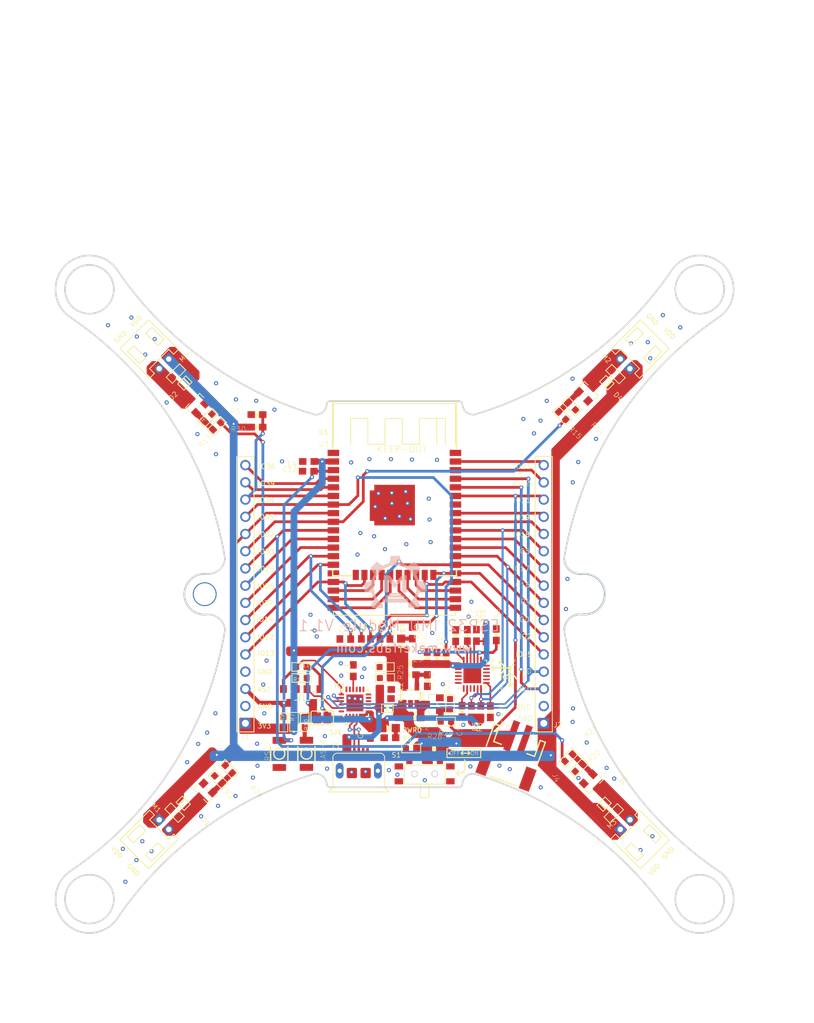
<source format=kicad_pcb>
(kicad_pcb (version 20211014) (generator pcbnew)
  (layers (0 "F.Cu" signal) (31 "B.Cu" signal) (34 "B.Paste" user) (35 "F.Paste" user) (36 "B.SilkS" user "B.Silkscreen") (37 "F.SilkS" user "F.Silkscreen") (38 "B.Mask" user) (39 "F.Mask" user) (44 "Edge.Cuts" user))
  (net 0 "")
  (net 1 "GND")
  (net 2 "+3V3")
  (net 3 "VBUS")
  (net 4 "IO18")
  (net 5 "IO19")
  (net 6 "DTR")
  (net 7 "RTS")
  (net 8 "IO0")
  (net 9 "IO23")
  (net 10 "IO12/MISO")
  (net 11 "IO34")
  (net 12 "IO35")
  (net 13 "IO32")
  (net 14 "IO33")
  (net 15 "IO25")
  (net 16 "IO26")
  (net 17 "IO27")
  (net 18 "SD2")
  (net 19 "SD3")
  (net 20 "CMD")
  (net 21 "IO2")
  (net 22 "SD1")
  (net 23 "SD0")
  (net 24 "CLK")
  (net 25 "RESET")
  (net 26 "RXD")
  (net 27 "TXD")
  (net 28 "D+")
  (net 29 "N$13")
  (net 30 "N$14")
  (net 31 "D-")
  (net 32 "N$15")
  (net 33 "N$5")
  (net 34 "IO16")
  (net 35 "IO17")
  (net 36 "IO36/SVP")
  (net 37 "IO39/SVN")
  (net 38 "NC")
  (net 39 "IO13/MOSI")
  (net 40 "IO14/SCLK")
  (net 41 "IO21/RES")
  (net 42 "IO5/SCL")
  (net 43 "IO22/DC")
  (net 44 "IO15/NSS")
  (net 45 "IO4/SDA")
  (net 46 "VCC")
  (net 47 "N$49")
  (net 48 "N$50")
  (net 49 "ADO")
  (net 50 "FSYNC")
  (net 51 "CLKIN")
  (net 52 "VIO")
  (net 53 "VBAT")
  (net 54 "N$4")
  (net 55 "N$1")
  (net 56 "VDD")
  (net 57 "N$2")
  (net 58 "N$3")
  (net 59 "N$6")
  (net 60 "N$7")
  (net 61 "N$8")
  (net 62 "N$9")
  (net 63 "N$10")
  (net 64 "N$11")
  (net 65 "N$17")
  (net 66 "N$18")
  (net 67 "N$24")
  (net 68 "N$53")
  (net 69 "VBUS1")
  (net 70 "N$12")
  (footprint "ESP32 IMU Module V1.1:R0603" (layer "F.Cu") (at 134.7561 115.7355 180)
    (fp_text reference "R11")
    (fp_text value "4.7K")
  )
  (footprint "ESP32 IMU Module V1.1:0603-RES" (layer "F.Cu") (at 153.3357 117.7488 -90)
    (fp_text reference "R27")
    (fp_text value "NC")
  )
  (footprint "ESP32 IMU Module V1.1:0603-NO" (layer "F.Cu") (at 147.8177 126.1887)
    (fp_text reference "R3")
    (fp_text value "1K")
  )
  (footprint "ESP32 IMU Module V1.1:R0603" (layer "F.Cu") (at 133.664 123.8476 -90)
    (fp_text reference "R7")
    (fp_text value "4.7K")
  )
  (footprint "ESP32 IMU Module V1.1:R0603" (layer "F.Cu") (at 175.6808 130.6204 45)
    (fp_text reference "R20")
    (fp_text value "100k")
  )
  (footprint "ESP32 IMU Module V1.1:0603-RES" (layer "F.Cu") (at 150.7963 115.2488)
    (fp_text reference "R29")
    (fp_text value "0R")
  )
  (footprint "ESP32 IMU Module V1.1:SOT23@1" (layer "F.Cu") (at 177.0824 75.0771 -45)
    (fp_text reference "Q5")
    (fp_text value "AO3400")
  )
  (footprint "ESP32 IMU Module V1.1:R0603" (layer "F.Cu") (at 174.6332 77.2509 135)
    (fp_text reference "R14")
    (fp_text value "100k")
  )
  (footprint "ESP32 IMU Module V1.1:QFN-24-4MM2" (layer "F.Cu") (at 159.9844 116.8413 180)
    (fp_text reference "U25" hide)
    (fp_text value "MPU-6050-1" hide)
  )
  (footprint "ESP32 IMU Module V1.1:0603-NO" (layer "F.Cu") (at 144.9568 112.4496 90)
    (fp_text reference "R16")
    (fp_text value "NC")
  )
  (footprint "ESP32 IMU Module V1.1:C0603" (layer "F.Cu") (at 135.8081 85.4124 180)
    (fp_text reference "C4")
    (fp_text value "10u")
  )
  (footprint "ESP32 IMU Module V1.1:PH2.0-2P-90-DIP" (layer "F.Cu") (at 114.5011 139.0036 45)
    (fp_text reference "M1")
    (fp_text value "PH2.0-2P-90-DIP")
  )
  (footprint "ESP32 IMU Module V1.1:0603-NO" (layer "F.Cu") (at 161.2216 122.3311 90)
    (fp_text reference "R8")
    (fp_text value "4.7K")
  )
  (footprint "ESP32 IMU Module V1.1:SOD-323F" (layer "F.Cu") (at 117.3296 135.8615 135)
    (fp_text reference "D1")
    (fp_text value "")
  )
  (footprint "ESP32 IMU Module V1.1:PH2.0-2P-90-DIP" (layer "F.Cu") (at 114.5011 71.0036 -45)
    (fp_text reference "M4")
    (fp_text value "PH2.0-2P-90-DIP")
  )
  (footprint "ESP32 IMU Module V1.1:DIP-1X16-2.54MM" (layer "F.Cu") (at 126.5011 105.0036 90)
    (fp_text reference "J1")
    (fp_text value "HEADER-1X16P-2.54")
  )
  (footprint "ESP32 IMU Module V1.1:0603-NO" (layer "F.Cu") (at 140.4356 112.4606 90)
    (fp_text reference "C6")
    (fp_text value "10uf")
  )
  (footprint "ESP32 IMU Module V1.1:0603-CAP" (layer "F.Cu") (at 163.4985 110.9775 90)
    (fp_text reference "C58")
    (fp_text value "10nF")
  )
  (footprint "ESP32 IMU Module V1.1:0603-RES" (layer "F.Cu") (at 128.211097 80.343616)
    (fp_text reference "R30")
    (fp_text value "1M")
  )
  (footprint "ESP32 IMU Module V1.1:0603" (layer "F.Cu") (at 180.8208 137.3479 -135)
    (fp_text reference "C13")
    (fp_text value "0.1uF")
  )
  (footprint "ESP32 IMU Module V1.1:SOD-323F" (layer "F.Cu") (at 179.81 73.7712 -45)
    (fp_text reference "D4")
    (fp_text value "")
  )
  (footprint "ESP32 IMU Module V1.1:0603" (layer "F.Cu") (at 116.2632 72.4392 45)
    (fp_text reference "C10")
    (fp_text value "0.1uF")
  )
  (footprint "ESP32 IMU Module V1.1:SOT23-5" (layer "F.Cu") (at 150.847 119.9167)
    (fp_text reference "U8")
    (fp_text value "SPX3819")
  )
  (footprint "ESP32 IMU Module V1.1:0603-NO" (layer "F.Cu") (at 160.5737 111.0811 90)
    (fp_text reference "R75")
    (fp_text value "4.7K")
  )
  (footprint "ESP32 IMU Module V1.1:SOT23" (layer "F.Cu") (at 133.0515 120.0185 180)
    (fp_text reference "Q4")
    (fp_text value "S8050")
  )
  (footprint "ESP32 IMU Module V1.1:0603-NO" (layer "F.Cu") (at 142.411097 116.283606 90)
    (fp_text reference "C3")
    (fp_text value "4.7uF")
  )
  (footprint "ESP32 IMU Module V1.1:R0603" (layer "F.Cu") (at 122.294497 80.203375 45)
    (fp_text reference "R13")
    (fp_text value "10k")
  )
  (footprint "ESP32 IMU Module V1.1:ESP-WROOM-32" (layer "F.Cu") (at 148.5011 91.8536 90)
    (fp_text reference "U3")
    (fp_text value "ESP-WROOM-32")
  )
  (footprint "ESP32 IMU Module V1.1:0603-NO" (layer "F.Cu") (at 147.1667 119.0597)
    (fp_text reference "C2")
    (fp_text value "100nF")
  )
  (footprint "ESP32 IMU Module V1.1:0603-RES" (layer "F.Cu") (at 128.211097 78.493619 180)
    (fp_text reference "R31")
    (fp_text value "1M")
  )
  (footprint "ESP32 IMU Module V1.1:0603-RES" (layer "F.Cu") (at 162.6234 122.3431 90)
    (fp_text reference "R89")
    (fp_text value "10k")
  )
  (footprint "ESP32 IMU Module V1.1:0603-NO" (layer "F.Cu") (at 159.8323 122.3311 90)
    (fp_text reference "R5")
    (fp_text value "4.7K")
  )
  (footprint "ESP32 IMU Module V1.1:R0603" (layer "F.Cu") (at 122.5148 132.3488 -45)
    (fp_text reference "R2")
    (fp_text value "100k")
  )
  (footprint "ESP32 IMU Module V1.1:0603-NO" (layer "F.Cu") (at 142.0284 112.4766 90)
    (fp_text reference "R17")
    (fp_text value "NC")
  )
  (footprint "ESP32 IMU Module V1.1:0603-NO" (layer "F.Cu") (at 135.7765 86.8505 180)
    (fp_text reference "C12")
    (fp_text value "100nf")
  )
  (footprint "ESP32 IMU Module V1.1:PH2.0-2P-90-DIP" (layer "F.Cu") (at 182.5011 139.0036 135)
    (fp_text reference "M3")
    (fp_text value "PH2.0-2P-90-DIP")
  )
  (footprint "ESP32 IMU Module V1.1:0603-CAP" (layer "F.Cu") (at 159.236 111.0771 90)
    (fp_text reference "C55")
    (fp_text value "0.1uF")
  )
  (footprint "ESP32 IMU Module V1.1:R0603" (layer "F.Cu") (at 156.0708 123.8117)
    (fp_text reference "R24")
    (fp_text value "NC")
  )
  (footprint "ESP32 IMU Module V1.1:0603-RES" (layer "F.Cu") (at 153.3088 114.3997 -90)
    (fp_text reference "R90")
    (fp_text value "10k")
  )
  (footprint "ESP32 IMU Module V1.1:PH2.0-2P-90-DIP" (layer "F.Cu") (at 182.5011 71.0036 -135)
    (fp_text reference "M2")
    (fp_text value "PH2.0-2P-90-DIP")
  )
  (footprint "ESP32 IMU Module V1.1:SJ" (layer "F.Cu") (at 137.8301 123.2555 180)
    (fp_text reference "SJ1")
    (fp_text value "")
  )
  (footprint "ESP32 IMU Module V1.1:SOT23@1" (layer "F.Cu") (at 154.1625 121.2424 90)
    (fp_text reference "Q7")
    (fp_text value "AO3400")
  )
  (footprint "ESP32 IMU Module V1.1:R0603" (layer "F.Cu") (at 134.7771 117.3697)
    (fp_text reference "R12")
    (fp_text value "4.7K")
  )
  (footprint "ESP32 IMU Module V1.1:0603-CAP" (layer "F.Cu") (at 158.4537 122.2985 -90)
    (fp_text reference "C56")
    (fp_text value "2.2nF")
  )
  (footprint "ESP32 IMU Module V1.1:0603" (layer "F.Cu") (at 147.0499 115.7479)
    (fp_text reference "C15")
    (fp_text value "1uF")
  )
  (footprint "ESP32 IMU Module V1.1:ESP32-WROVER" (layer "F.Cu") (at 139.4778 108.2763)
    (fp_text reference "U1" hide)
    (fp_text value "ESP32-WROVER" hide)
  )
  (footprint "ESP32 IMU Module V1.1:R0603" (layer "F.Cu") (at 174.1803 129.1295 -135)
    (fp_text reference "R21")
    (fp_text value "10k")
  )
  (footprint "ESP32 IMU Module V1.1:R0603" (layer "F.Cu") (at 135.2462 123.8606 90)
    (fp_text reference "R10")
    (fp_text value "470R")
  )
  (footprint "ESP32 IMU Module V1.1:0603-RES" (layer "F.Cu") (at 157.5088 111.1185 -90)
    (fp_text reference "R88")
    (fp_text value "10k")
  )
  (footprint "ESP32 IMU Module V1.1:0603-CAP" (layer "F.Cu") (at 154.7585 114.4531 90)
    (fp_text reference "C57")
    (fp_text value "0.1uF")
  )
  (footprint "ESP32 IMU Module V1.1:0603" (layer "F.Cu") (at 181.0805 72.5165 -45)
    (fp_text reference "C11")
    (fp_text value "0.1uF")
  )
  (footprint "ESP32 IMU Module V1.1:CHIPLED_0805_NOOUTLINE" (layer "F.Cu") (at 147.629 124.7562 -90)
    (fp_text reference "PWR0")
    (fp_text value "GREEN")
  )
  (footprint "ESP32 IMU Module V1.1:SOD-323F" (layer "F.Cu") (at 179.3954 135.9879 -135)
    (fp_text reference "D5")
    (fp_text value "")
  )
  (footprint "ESP32 IMU Module V1.1:JST-2-SMD" (layer "F.Cu") (at 165.4411 129.7236 160)
    (fp_text reference "J4")
    (fp_text value "")
  )
  (footprint "ESP32 IMU Module V1.1:157SW" (layer "F.Cu") (at 131.5011 130.576 90)
    (fp_text reference "RST0")
    (fp_text value "BUTTON")
  )
  (footprint "ESP32 IMU Module V1.1:SOT23@1" (layer "F.Cu") (at 120.2818 134.3224 135)
    (fp_text reference "Q1")
    (fp_text value "AO3400")
  )
  (footprint "ESP32 IMU Module V1.1:SOD-323F" (layer "F.Cu") (at 117.5767 73.8323 45)
    (fp_text reference "D2")
    (fp_text value "")
  )
  (footprint "ESP32 IMU Module V1.1:R0603" (layer "F.Cu") (at 121.0224 78.9576 -135)
    (fp_text reference "R4")
    (fp_text value "100k")
  )
  (footprint "ESP32 IMU Module V1.1:R0603" (layer "F.Cu") (at 173.2153 78.6615 -45)
    (fp_text reference "R15")
    (fp_text value "10k")
  )
  (footprint "ESP32 IMU Module V1.1:R0603" (layer "F.Cu") (at 132.112 123.9122 -90)
    (fp_text reference "R9")
    (fp_text value "4.7K")
  )
  (footprint "ESP32 IMU Module V1.1:0603" (layer "F.Cu") (at 116.057 137.2544 135)
    (fp_text reference "C9")
    (fp_text value "0.1uF")
  )
  (footprint "ESP32 IMU Module V1.1:0603-NO" (layer "F.Cu") (at 161.9792 111.1361 -90)
    (fp_text reference "R76")
    (fp_text value "NC")
  )
  (footprint "ESP32 IMU Module V1.1:0603" (layer "F.Cu") (at 150.9452 127.7765)
    (fp_text reference "C8")
    (fp_text value "0.1uF")
  )
  (footprint "ESP32 IMU Module V1.1:0603-NO" (layer "F.Cu") (at 151.1111 110.7136 -90)
    (fp_text reference "R32")
    (fp_text value "1K")
  )
  (footprint "ESP32 IMU Module V1.1:0603-NO" (layer "F.Cu") (at 147.1247 120.4067)
    (fp_text reference "C1")
    (fp_text value "10uF")
  )
  (footprint "ESP32 IMU Module V1.1:0603-NO" (layer "F.Cu") (at 143.6014 112.4506 90)
    (fp_text reference "R6")
    (fp_text value "NC")
  )
  (footprint "ESP32 IMU Module V1.1:SMD7-6.6X2.7X2.5MM" (layer "F.Cu") (at 152.9304 131.5193 180)
    (fp_text reference "S1")
    (fp_text value "MSK12C02")
    (fp_circle (center -1.5 0) (end -1.05 0) (layer "Edge.Cuts") (width 0.127) (fill none))
    (fp_circle (center 1.5 0) (end 1.95 0) (layer "Edge.Cuts") (width 0.127) (fill none))
  )
  (footprint "ESP32 IMU Module V1.1:SOT23" (layer "F.Cu") (at 136.5441 120.0305 180)
    (fp_text reference "Q3")
    (fp_text value "S8050")
  )
  (footprint "ESP32 IMU Module V1.1:157SW" (layer "F.Cu") (at 135.5011 130.5609 90)
    (fp_text reference "FLASH0")
    (fp_text value "BUTTON")
  )
  (footprint "ESP32 IMU Module V1.1:MICRO-USB-5P" (layer "F.Cu") (at 143.2171 128.47)
    (fp_text reference "J3")
    (fp_text value "USB-MICRO-5P")
  )
  (footprint "ESP32 IMU Module V1.1:R0603" (layer "F.Cu") (at 124.0571 130.8197 135)
    (fp_text reference "R26")
    (fp_text value "10k")
  )
  (footprint "ESP32 IMU Module V1.1:CHIPLED_0805_NOOUTLINE" (layer "F.Cu") (at 149.4711 112.6136)
    (fp_text reference "D7")
    (fp_text value "GREEN")
  )
  (footprint "ESP32 IMU Module V1.1:0603-RES" (layer "F.Cu") (at 154.3259 127.8133 180)
    (fp_text reference "R28")
    (fp_text value "0R_NC")
  )
  (footprint "ESP32 IMU Module V1.1:QFN24_4MM_SMSC" (layer "F.Cu") (at 142.6545 121.0485 90)
    (fp_text reference "IC1")
    (fp_text value "CP2104")
  )
  (footprint "ESP32 IMU Module V1.1:0603-RES" (layer "F.Cu") (at 156.0994 114.4785 -90)
    (fp_text reference "R1")
    (fp_text value "10k")
  )
  (footprint "ESP32 IMU Module V1.1:0603-NO" (layer "F.Cu") (at 146.35 112.4546 90)
    (fp_text reference "R18")
    (fp_text value "NC")
  )
  (footprint "ESP32 IMU Module V1.1:SOD323" (layer "F.Cu") (at 147.4477 121.8607)
    (fp_text reference "D6")
    (fp_text value "SS14")
  )
  (footprint "ESP32 IMU Module V1.1:0603" (layer "F.Cu") (at 147.0903 117.3779)
    (fp_text reference "C14")
    (fp_text value "10uF")
  )
  (footprint "ESP32 IMU Module V1.1:DIP-1X16-2.54MM" (layer "F.Cu") (at 170.5011 105.0036 90)
    (fp_text reference "J2")
    (fp_text value "HEADER-1X16P-2.54")
  )
  (footprint "ESP32 IMU Module V1.1:0603-RES" (layer "F.Cu") (at 151.5063 123.2513)
    (fp_text reference "R22")
    (fp_text value "10k")
  )
  (footprint "ESP32 IMU Module V1.1:SOT23@1" (layer "F.Cu") (at 177.7919 132.9759 -135)
    (fp_text reference "Q6")
    (fp_text value "AO3400")
  )
  (footprint "ESP32 IMU Module V1.1:SOT23@1" (layer "F.Cu") (at 119.167 76.8371 45)
    (fp_text reference "Q2")
    (fp_text value "AO3400")
  )
  (footprint "ESP32 IMU Module V1.1:0603-NO" (layer "F.Cu") (at 144.925 125.3892 -90)
    (fp_text reference "C5")
    (fp_text value "10uF")
  )
  (footprint "ESP32 IMU Module V1.1:0603-NO" (layer "F.Cu") (at 147.819 112.4546 90)
    (fp_text reference "R19")
    (fp_text value "NC")
  )
  (footprint "ESP32 IMU Module V1.1:R0603" (layer "F.Cu") (at 156.673 121.2338 -90)
    (fp_text reference "R23")
    (fp_text value "100k")
  )
  (footprint "ESP32 IMU Module V1.1:0603-RES" (layer "F.Cu") (at 150.8063 116.8841)
    (fp_text reference "R25")
    (fp_text value "NC")
  )
  (footprint "ESP32 IMU Module V1.1:MAKERFABS_0.3" (layer "B.Cu") (at 152.7309 106.983621 180)
    (fp_text reference "U$1" hide)
    (fp_text value "" hide)
  )
  (gr_line (start 157.991106 131.833615) (end 157.571106 131.413615) (layer "F.SilkS") (width 0.1524))
  (gr_line (start 163.8711 114.9736) (end 164.2711 114.8336) (layer "F.SilkS") (width 0.2))
  (gr_line (start 158.841106 131.003612) (end 158.841106 129.423612) (layer "F.SilkS") (width 0.1524))
  (gr_line (start 163.8711 114.9836) (end 163.9811 115.3536) (layer "F.SilkS") (width 0.2))
  (gr_line (start 162.7711 115.8736) (end 163.1211 115.5236) (layer "F.SilkS") (width 0.2))
  (gr_line (start 157.571106 131.413615) (end 158.431103 131.413615) (layer "F.SilkS") (width 0.1524))
  (gr_line (start 165.5511 115.8736) (end 165.5511 118.6536) (layer "F.SilkS") (width 0.2))
  (gr_line (start 159.601103 128.463615) (end 159.351103 128.213615) (layer "F.SilkS") (width 0.1524))
  (gr_arc (start 164.6611 117.5136) (mid 165.543633 116.839121) (end 166.441098 117.4936) (layer "F.SilkS") (width 0.2))
  (gr_line (start 162.7711 115.8736) (end 165.5511 115.8736) (layer "F.SilkS") (width 0.2))
  (gr_line (start 159.601103 128.463615) (end 159.351103 128.713615) (layer "F.SilkS") (width 0.1524))
  (gr_line (start 157.571106 131.413615) (end 157.991106 130.993615) (layer "F.SilkS") (width 0.1524))
  (gr_arc (start 163.8711 114.9736) (mid 164.607841 115.918668) (end 163.911098 116.893599) (layer "F.SilkS") (width 0.2))
  (gr_line (start 158.311103 128.463615) (end 158.571103 128.203615) (layer "F.SilkS") (width 0.1524))
  (gr_line (start 158.311103 128.463615) (end 159.601103 128.463615) (layer "F.SilkS") (width 0.1524))
  (gr_line (start 165.5511 118.6536) (end 165.1311 118.2336) (layer "F.SilkS") (width 0.2))
  (gr_circle (center 165.5411 115.9036) (end 165.7411 115.9036) (layer "F.SilkS") (width 0.254) (fill none))
  (gr_line (start 164.6611 117.5336) (end 165.0611 117.3936) (layer "F.SilkS") (width 0.2))
  (gr_line (start 161.211106 129.113615) (end 156.231103 129.113615) (layer "F.SilkS") (width 0.1524))
  (gr_line (start 162.7711 115.8736) (end 163.1211 116.2236) (layer "F.SilkS") (width 0.2))
  (gr_line (start 158.431103 131.413615) (end 158.841106 131.003612) (layer "F.SilkS") (width 0.1524))
  (gr_line (start 164.6511 117.5336) (end 164.5111 117.1336) (layer "F.SilkS") (width 0.2))
  (gr_line (start 165.9611 118.2436) (end 165.5511 118.6536) (layer "F.SilkS") (width 0.2))
  (gr_line (start 156.231103 129.113615) (end 156.231103 127.823612) (layer "F.SilkS") (width 0.1524))
  (gr_line (start 158.561103 128.713615) (end 158.311103 128.463615) (layer "F.SilkS") (width 0.1524))
  (gr_line (start 161.211106 127.813612) (end 161.211106 129.113615) (layer "F.SilkS") (width 0.1524))
  (gr_line (start 156.231221 127.813612) (end 161.211106 127.813612) (layer "F.SilkS") (width 0.1524))
  (gr_arc (start 173.5011 99.7536) (mid 181.312444 79.505479) (end 196.501099 64.0036) (layer "Edge.Cuts") (width 0.254))
  (gr_circle (center 103.5011 60.0036) (end 107.1011 60.0036) (layer "Edge.Cuts") (width 0.254) (fill none))
  (gr_line (start 139.0011 133.5036) (end 158.0011 133.5036) (layer "Edge.Cuts") (width 0.254))
  (gr_circle (center 193.5011 60.0036) (end 197.1011 60.0036) (layer "Edge.Cuts") (width 0.254) (fill none))
  (gr_arc (start 120.7511 108.0036) (mid 122.59209 108.559056) (end 123.5011 110.2536) (layer "Edge.Cuts") (width 0.254))
  (gr_arc (start 123.5011 99.7536) (mid 122.59209 101.448144) (end 120.7511 102.0036) (layer "Edge.Cuts") (width 0.254))
  (gr_arc (start 196.5011 146.0036) (mid 197.036634 153.539134) (end 189.5011 153.0036) (layer "Edge.Cuts") (width 0.254))
  (gr_arc (start 158.0011 76.5036) (mid 158.354653 76.650047) (end 158.5011 77.0036) (layer "Edge.Cuts") (width 0.254))
  (gr_arc (start 100.5011 64.0036) (mid 99.965566 56.468066) (end 107.5011 57.0036) (layer "Edge.Cuts") (width 0.254))
  (gr_arc (start 139.0011 133.5036) (mid 138.647547 133.357153) (end 138.5011 133.0036) (layer "Edge.Cuts") (width 0.254))
  (gr_arc (start 120.7511 108.0036) (mid 117.490702 105.003599) (end 120.751102 102.0036) (layer "Edge.Cuts") (width 0.254))
  (gr_arc (start 100.5011 64.0036) (mid 115.689756 79.505478) (end 123.5011 99.753599) (layer "Edge.Cuts") (width 0.254))
  (gr_arc (start 189.5011 57.0036) (mid 176.739028 70.288048) (end 160.2511 78.5036) (layer "Edge.Cuts") (width 0.254))
  (gr_arc (start 138.5011 77.0036) (mid 138.647547 76.650047) (end 139.0011 76.5036) (layer "Edge.Cuts") (width 0.254))
  (gr_arc (start 136.7511 131.5036) (mid 137.93676 131.891163) (end 138.5011 133.0036) (layer "Edge.Cuts") (width 0.254))
  (gr_arc (start 136.7511 78.5036) (mid 120.263172 70.288049) (end 107.5011 57.003601) (layer "Edge.Cuts") (width 0.254))
  (gr_arc (start 138.5011 77.0036) (mid 137.93676 78.116037) (end 136.7511 78.5036) (layer "Edge.Cuts") (width 0.254))
  (gr_arc (start 107.5011 153.0036) (mid 120.263172 139.719152) (end 136.7511 131.5036) (layer "Edge.Cuts") (width 0.254))
  (gr_arc (start 173.5011 110.2536) (mid 174.28511 108.610833) (end 176.0011 108.0036) (layer "Edge.Cuts") (width 0.254))
  (gr_arc (start 158.5011 133.0036) (mid 159.06544 131.891163) (end 160.2511 131.5036) (layer "Edge.Cuts") (width 0.254))
  (gr_arc (start 107.5011 153.0036) (mid 99.965566 153.539134) (end 100.5011 146.0036) (layer "Edge.Cuts") (width 0.254))
  (gr_line (start 139.0011 76.5036) (end 158.0011 76.5036) (layer "Edge.Cuts") (width 0.254))
  (gr_arc (start 196.5011 146.0036) (mid 181.312444 130.501722) (end 173.5011 110.253601) (layer "Edge.Cuts") (width 0.254))
  (gr_arc (start 160.2511 78.5036) (mid 159.06544 78.116037) (end 158.5011 77.0036) (layer "Edge.Cuts") (width 0.254))
  (gr_arc (start 123.5011 110.2536) (mid 115.689756 130.501721) (end 100.501101 146.0036) (layer "Edge.Cuts") (width 0.254))
  (gr_arc (start 189.5011 57.0036) (mid 197.036634 56.468066) (end 196.5011 64.0036) (layer "Edge.Cuts") (width 0.254))
  (gr_circle (center 103.5011 150.0036) (end 107.1011 150.0036) (layer "Edge.Cuts") (width 0.254) (fill none))
  (gr_circle (center 193.5011 150.0036) (end 197.1011 150.0036) (layer "Edge.Cuts") (width 0.254) (fill none))
  (gr_arc (start 176.0011 102.0036) (mid 174.28511 101.396367) (end 173.5011 99.7536) (layer "Edge.Cuts") (width 0.254))
  (gr_arc (start 176.0011 102.0036) (mid 179.54248 105.003601) (end 176.001098 108.0036) (layer "Edge.Cuts") (width 0.254))
  (gr_arc (start 160.2511 131.5036) (mid 176.739028 139.719151) (end 189.5011 153.003599) (layer "Edge.Cuts") (width 0.254))
  (gr_arc (start 158.5011 133.0036) (mid 158.354653 133.357153) (end 158.0011 133.5036) (layer "Edge.Cuts") (width 0.254))
  (gr_text "ESP32 IMU Module V1.1" (at 164.106403 110.603128) (layer "B.SilkS") (effects (font (size 1.63576 1.63576) (thickness 0.14224)) (justify left bottom mirror)))
  (gr_text "www.makerfabs.com" (at 159.954406 113.724731) (layer "B.SilkS") (effects (font (size 1.34112 1.34112) (thickness 0.18288)) (justify left bottom mirror)))
  (gr_text "OFF" (at 158.174581 128.145806) (layer "F.SilkS") (effects (font (size 0.560832 0.560832) (thickness 0.048768)) (justify right top)))
  (gr_text "RST" (at 128.24641 119.4851) (layer "F.SilkS") (effects (font (size 0.715264 0.715264) (thickness 0.097536)) (justify left bottom)))
  (gr_text "IO18" (at 165.960228 96.624297) (layer "F.SilkS") (effects (font (size 0.715264 0.715264) (thickness 0.097536)) (justify left bottom)))
  (gr_text "ON " (at 161.324584 128.155806) (layer "F.SilkS") (effects (font (size 0.560832 0.560832) (thickness 0.048768)) (justify right top)))
  (gr_text "X" (at 163.361587 114.312) (layer "F.SilkS") (effects (font (size 0.747776 0.747776) (thickness 0.065024)) (justify right top)))
  (gr_text "IO35" (at 128.211766 94.040504) (layer "F.SilkS") (effects (font (size 0.715264 0.715264) (thickness 0.097536)) (justify left bottom)))
  (gr_text "IO26" (at 128.20561 104.245107) (layer "F.SilkS") (effects (font (size 0.715264 0.715264) (thickness 0.097536)) (justify left bottom)))
  (gr_text "VDD" (at 186.307237 146.689712 45) (layer "F.SilkS") (effects (font (size 0.715264 0.715264) (thickness 0.097536)) (justify left bottom)))
  (gr_text "IO17" (at 168.461587 100.780597) (layer "F.SilkS") (effects (font (size 0.747776 0.747776) (thickness 0.065024)) (justify right top)))
  (gr_text "5V0" (at 168.854587 122.8758) (layer "F.SilkS") (effects (font (size 0.747776 0.747776) (thickness 0.065024)) (justify right top)))
  (gr_text "IO13" (at 128.24641 114.145903) (layer "F.SilkS") (effects (font (size 0.715264 0.715264) (thickness 0.097536)) (justify left bottom)))
  (gr_text "IO25" (at 128.27101 101.6951) (layer "F.SilkS") (effects (font (size 0.715264 0.715264) (thickness 0.097536)) (justify left bottom)))
  (gr_text "IO5" (at 168.506987 98.223597) (layer "F.SilkS") (effects (font (size 0.747776 0.747776) (thickness 0.065024)) (justify right top)))
  (gr_text "IO22" (at 168.471587 88.177394) (layer "F.SilkS") (effects (font (size 0.747776 0.747776) (thickness 0.065024)) (justify right top)))
  (gr_text "3V3" (at 128.249813 124.8711) (layer "F.SilkS") (effects (font (size 0.715264 0.715264) (thickness 0.097536)) (justify left bottom)))
  (gr_text "GND" (at 107.567197 68.129672 45) (layer "F.SilkS") (effects (font (size 0.715264 0.715264) (thickness 0.097536)) (justify left bottom)))
  (gr_text "GND" (at 168.666987 121.2312) (layer "F.SilkS") (effects (font (size 0.747776 0.747776) (thickness 0.065024)) (justify right top)))
  (gr_text "IO34" (at 128.219366 91.5235) (layer "F.SilkS") (effects (font (size 0.715264 0.715264) (thickness 0.097536)) (justify left bottom)))
  (gr_text "IO27" (at 128.09561 106.751306) (layer "F.SilkS") (effects (font (size 0.715264 0.715264) (thickness 0.097536)) (justify left bottom)))
  (gr_text "GND" (at 188.29724 144.299712 45) (layer "F.SilkS") (effects (font (size 0.715264 0.715264) (thickness 0.097536)) (justify left bottom)))
  (gr_text "V-" (at 170.0333 125.840131 340) (layer "F.SilkS") (effects (font (size 0.747776 0.747776) (thickness 0.065024)) (justify right top)))
  (gr_text "IO36" (at 128.385569 86.5789) (layer "F.SilkS") (effects (font (size 0.715264 0.715264) (thickness 0.097536)) (justify left bottom)))
  (gr_text "IO32" (at 128.27101 96.606707) (layer "F.SilkS") (effects (font (size 0.715264 0.715264) (thickness 0.097536)) (justify left bottom)))
  (gr_text "GND" (at 108.854988 145.14974 315) (layer "F.SilkS") (effects (font (size 0.715264 0.715264) (thickness 0.097536)) (justify left bottom)))
  (gr_text "IO15" (at 166.274828 114.300503) (layer "F.SilkS") (effects (font (size 0.715264 0.715264) (thickness 0.097536)) (justify left bottom)))
  (gr_text "IO4" (at 168.586987 105.668196) (layer "F.SilkS") (effects (font (size 0.747776 0.747776) (thickness 0.065024)) (justify right top)))
  (gr_text "IO33" (at 128.24021 99.148907) (layer "F.SilkS") (effects (font (size 0.715264 0.715264) (thickness 0.097536)) (justify left bottom)))
  (gr_text "GND" (at 128.226413 116.8797) (layer "F.SilkS") (effects (font (size 0.715264 0.715264) (thickness 0.097536)) (justify left bottom)))
  (gr_text "IO23" (at 168.646984 85.704397) (layer "F.SilkS") (effects (font (size 0.747776 0.747776) (thickness 0.065024)) (justify right top)))
  (gr_text "TXD" (at 168.771587 115.942) (layer "F.SilkS") (effects (font (size 0.747776 0.747776) (thickness 0.065024)) (justify right top)))
  (gr_text "VDD" (at 109.917194 65.759669 45) (layer "F.SilkS") (effects (font (size 0.715264 0.715264) (thickness 0.097536)) (justify left bottom)))
  (gr_text "GND" (at 128.23721 122.0097) (layer "F.SilkS") (effects (font (size 0.715264 0.715264) (thickness 0.097536)) (justify left bottom)))
  (gr_text "RXD" (at 168.766987 118.632) (layer "F.SilkS") (effects (font (size 0.747776 0.747776) (thickness 0.065024)) (justify right top)))
  (gr_text "VDD" (at 106.474988 142.639737 315) (layer "F.SilkS") (effects (font (size 0.715264 0.715264) (thickness 0.097536)) (justify left bottom)))
  (gr_text "IO21" (at 168.606187 90.708194) (layer "F.SilkS") (effects (font (size 0.747776 0.747776) (thickness 0.065024)) (justify right top)))
  (gr_text "Y" (at 164.601587 118.612) (layer "F.SilkS") (effects (font (size 0.747776 0.747776) (thickness 0.065024)) (justify right top)))
  (gr_text "IO0" (at 168.451584 108.302) (layer "F.SilkS") (effects (font (size 0.747776 0.747776) (thickness 0.065024)) (justify right top)))
  (gr_text "GND" (at 185.415028 63.929697 315) (layer "F.SilkS") (effects (font (size 0.715264 0.715264) (thickness 0.097536)) (justify left bottom)))
  (gr_text "IO39" (at 128.316366 89.0943) (layer "F.SilkS") (effects (font (size 0.715264 0.715264) (thickness 0.097536)) (justify left bottom)))
  (gr_text "IO14" (at 128.09101 109.105103) (layer "F.SilkS") (effects (font (size 0.715264 0.715264) (thickness 0.097536)) (justify left bottom)))
  (gr_text "U1" (at 137.275482 81.531622) (layer "F.SilkS") (effects (font (size 0.715264 0.715264) (thickness 0.097536)) (justify left bottom)))
  (gr_text "IO12" (at 128.18101 111.7705) (layer "F.SilkS") (effects (font (size 0.715264 0.715264) (thickness 0.097536)) (justify left bottom)))
  (gr_text "IO16" (at 168.556184 103.1998) (layer "F.SilkS") (effects (font (size 0.747776 0.747776) (thickness 0.065024)) (justify right top)))
  (gr_text "V+" (at 165.7633 124.140131 340) (layer "F.SilkS") (effects (font (size 0.747776 0.747776) (thickness 0.065024)) (justify right top)))
  (gr_text "Z" (at 166.481587 114.662) (layer "F.SilkS") (effects (font (size 0.747776 0.747776) (thickness 0.065024)) (justify right top)))
  (gr_text "IO2" (at 166.851828 111.668896) (layer "F.SilkS") (effects (font (size 0.715264 0.715264) (thickness 0.097536)) (justify left bottom)))
  (gr_text "IO19" (at 165.941028 94.071294) (layer "F.SilkS") (effects (font (size 0.715264 0.715264) (thickness 0.097536)) (justify left bottom)))
  (gr_text "VDD" (at 187.985031 66.049694 315) (layer "F.SilkS") (effects (font (size 0.715264 0.715264) (thickness 0.097536)) (justify left bottom)))
  (segment (start 143.511097 120.483612) (end 143.441097 120.413612) (width 0.254) (layer "F.Cu") (net 1))
  (segment (start 170.50109 121.513609) (end 170.5011 121.5136) (width 0.8128) (layer "F.Cu") (net 1))
  (segment (start 143.441097 120.413612) (end 142.671097 120.413612) (width 0.254) (layer "F.Cu") (net 1))
  (via (at 170.021112 79.393591) (size 0.6096) (drill 0.3048) (layers "F.Cu" "B.Cu") (net 1))
  (via (at 174.781115 88.493597) (size 0.6096) (drill 0.3048) (layers "F.Cu" "B.Cu") (net 1))
  (via (at 158.631106 124.283612) (size 0.6096) (drill 0.3048) (layers "F.Cu" "B.Cu") (net 1))
  (via (at 170.051112 133.513618) (size 0.6096) (drill 0.3048) (layers "F.Cu" "B.Cu") (net 1))
  (via (at 138.551094 130.743615) (size 0.6096) (drill 0.3048) (layers "F.Cu" "B.Cu") (net 1))
  (via (at 122.181085 73.863591) (size 0.6096) (drill 0.3048) (layers "F.Cu" "B.Cu") (net 1))
  (via (at 144.791094 85.063597) (size 0.6096) (drill 0.3048) (layers "F.Cu" "B.Cu") (net 1))
  (via (at 122.081082 122.583615) (size 0.6096) (drill 0.3048) (layers "F.Cu" "B.Cu") (net 1))
  (via (at 144.221088 131.183618) (size 0.6096) (drill 0.3048) (layers "F.Cu" "B.Cu") (net 1))
  (via (at 159.411106 108.303606) (size 0.6096) (drill 0.3048) (layers "F.Cu" "B.Cu") (net 1))
  (via (at 167.491109 79.133591) (size 0.6096) (drill 0.3048) (layers "F.Cu" "B.Cu") (net 1))
  (via (at 128.091088 76.453594) (size 0.6096) (drill 0.3048) (layers "F.Cu" "B.Cu") (net 1))
  (via (at 144.041097 115.973609) (size 0.6096) (drill 0.3048) (layers "F.Cu" "B.Cu") (net 1))
  (via (at 179.771115 130.643612) (size 0.6096) (drill 0.3048) (layers "F.Cu" "B.Cu") (net 1))
  (via (at 145.481097 96.453604) (size 0.6096) (drill 0.3048) (layers "F.Cu" "B.Cu") (net 1))
  (via (at 122.481085 136.233621) (size 0.6096) (drill 0.3048) (layers "F.Cu" "B.Cu") (net 1))
  (via (at 151.061096 85.123597) (size 0.6096) (drill 0.3048) (layers "F.Cu" "B.Cu") (net 1))
  (via (at 119.541082 127.093615) (size 0.6096) (drill 0.3048) (layers "F.Cu" "B.Cu") (net 1))
  (via (at 148.091097 90.043597) (size 0.6096) (drill 0.3048) (layers "F.Cu" "B.Cu") (net 1))
  (via (at 169.061112 81.263594) (size 0.6096) (drill 0.3048) (layers "F.Cu" "B.Cu") (net 1))
  (via (at 150.231096 97.623604) (size 0.6096) (drill 0.3048) (layers "F.Cu" "B.Cu") (net 1))
  (via (at 117.921082 129.793618) (size 0.6096) (drill 0.3048) (layers "F.Cu" "B.Cu") (net 1))
  (via (at 186.521121 140.733621) (size 0.6096) (drill 0.3048) (layers "F.Cu" "B.Cu") (net 1))
  (via (at 174.811109 121.863609) (size 0.6096) (drill 0.3048) (layers "F.Cu" "B.Cu") (net 1))
  (via (at 119.971082 137.783625) (size 0.6096) (drill 0.3048) (layers "F.Cu" "B.Cu") (net 1))
  (via (at 129.631088 114.803612) (size 0.6096) (drill 0.3048) (layers "F.Cu" "B.Cu") (net 1))
  (via (at 147.961097 85.063597) (size 0.6096) (drill 0.3048) (layers "F.Cu" "B.Cu") (net 1))
  (via (at 175.581115 85.493597) (size 0.6096) (drill 0.3048) (layers "F.Cu" "B.Cu") (net 1))
  (via (at 140.641097 117.023609) (size 0.6096) (drill 0.3048) (layers "F.Cu" "B.Cu") (net 1))
  (via (at 141.831097 120.333612) (size 0.6096) (drill 0.3048) (layers "F.Cu" "B.Cu") (net 1))
  (via (at 153.6511 93.9836) (size 0.6096) (drill 0.3048) (layers "F.Cu" "B.Cu") (net 1))
  (via (at 145.641097 92.0736) (size 0.6096) (drill 0.3048) (layers "F.Cu" "B.Cu") (net 1))
  (via (at 183.381118 68.003588) (size 0.6096) (drill 0.3048) (layers "F.Cu" "B.Cu") (net 1))
  (via (at 113.111082 67.353588) (size 0.6096) (drill 0.3048) (layers "F.Cu" "B.Cu") (net 1))
  (via (at 174.761115 123.843609) (size 0.6096) (drill 0.3048) (layers "F.Cu" "B.Cu") (net 1))
  (via (at 154.061103 110.733606) (size 0.6096) (drill 0.3048) (layers "F.Cu" "B.Cu") (net 1))
  (via (at 150.141096 89.853597) (size 0.6096) (drill 0.3048) (layers "F.Cu" "B.Cu") (net 1))
  (via (at 150.401096 91.5836) (size 0.6096) (drill 0.3048) (layers "F.Cu" "B.Cu") (net 1))
  (via (at 119.431085 81.373594) (size 0.6096) (drill 0.3048) (layers "F.Cu" "B.Cu") (net 1))
  (via (at 173.771112 107.183603) (size 0.6096) (drill 0.3048) (layers "F.Cu" "B.Cu") (net 1))
  (via (at 131.901088 85.403597) (size 0.6096) (drill 0.3048) (layers "F.Cu" "B.Cu") (net 1))
  (via (at 184.771118 142.763621) (size 0.6096) (drill 0.3048) (layers "F.Cu" "B.Cu") (net 1))
  (via (at 153.5411 90.9036) (size 0.6096) (drill 0.3048) (layers "F.Cu" "B.Cu") (net 1))
  (via (at 125.101085 76.253591) (size 0.6096) (drill 0.3048) (layers "F.Cu" "B.Cu") (net 1))
  (via (at 174.741115 73.193591) (size 0.6096) (drill 0.3048) (layers "F.Cu" "B.Cu") (net 1))
  (via (at 136.101104 108.033606) (size 0.6096) (drill 0.3048) (layers "F.Cu" "B.Cu") (net 1))
  (via (at 129.291088 122.583615) (size 0.6096) (drill 0.3048) (layers "F.Cu" "B.Cu") (net 1))
  (via (at 159.831106 106.123603) (size 0.6096) (drill 0.3048) (layers "F.Cu" "B.Cu") (net 1))
  (via (at 147.111097 93.7936) (size 0.6096) (drill 0.3048) (layers "F.Cu" "B.Cu") (net 1))
  (via (at 180.891118 132.213615) (size 0.6096) (drill 0.3048) (layers "F.Cu" "B.Cu") (net 1))
  (via (at 176.831115 126.893612) (size 0.6096) (drill 0.3048) (layers "F.Cu" "B.Cu") (net 1))
  (via (at 129.131088 118.333612) (size 0.6096) (drill 0.3048) (layers "F.Cu" "B.Cu") (net 1))
  (via (at 186.201121 70.183588) (size 0.6096) (drill 0.3048) (layers "F.Cu" "B.Cu") (net 1))
  (via (at 120.861082 125.423618) (size 0.6096) (drill 0.3048) (layers "F.Cu" "B.Cu") (net 1))
  (via (at 143.711097 117.223609) (size 0.6096) (drill 0.3048) (layers "F.Cu" "B.Cu") (net 1))
  (via (at 143.511097 120.483612) (size 0.6096) (drill 0.3048) (layers "F.Cu" "B.Cu") (net 1))
  (via (at 148.9211 131.633618) (size 0.6096) (drill 0.3048) (layers "F.Cu" "B.Cu") (net 1))
  (via (at 108.431075 142.583625) (size 0.6096) (drill 0.3048) (layers "F.Cu" "B.Cu") (net 1))
  (via (at 149.221096 93.5036) (size 0.6096) (drill 0.3048) (layers "F.Cu" "B.Cu") (net 1))
  (via (at 152.951103 132.463618) (size 0.6096) (drill 0.3048) (layers "F.Cu" "B.Cu") (net 1))
  (via (at 153.8211 97.313604) (size 0.6096) (drill 0.3048) (layers "F.Cu" "B.Cu") (net 1))
  (via (at 109.681079 64.163585) (size 0.6096) (drill 0.3048) (layers "F.Cu" "B.Cu") (net 1))
  (via (at 112.651079 142.933628) (size 0.6096) (drill 0.3048) (layers "F.Cu" "B.Cu") (net 1))
  (via (at 188.071121 63.813585) (size 0.6096) (drill 0.3048) (layers "F.Cu" "B.Cu") (net 1))
  (via (at 175.621115 132.133615) (size 0.6096) (drill 0.3048) (layers "F.Cu" "B.Cu") (net 1))
  (via (at 111.731082 69.633588) (size 0.6096) (drill 0.3048) (layers "F.Cu" "B.Cu") (net 1))
  (via (at 125.041085 134.783621) (size 0.6096) (drill 0.3048) (layers "F.Cu" "B.Cu") (net 1))
  (via (at 190.631121 65.623585) (size 0.6096) (drill 0.3048) (layers "F.Cu" "B.Cu") (net 1))
  (via (at 108.801075 147.443625) (size 0.6096) (drill 0.3048) (layers "F.Cu" "B.Cu") (net 1))
  (via (at 170.941112 76.463591) (size 0.6096) (drill 0.3048) (layers "F.Cu" "B.Cu") (net 1))
  (via (at 165.491109 130.823618) (size 0.6096) (drill 0.3048) (layers "F.Cu" "B.Cu") (net 1))
  (via (at 155.621103 118.283609) (size 0.6096) (drill 0.3048) (layers "F.Cu" "B.Cu") (net 1))
  (via (at 150.851096 93.9136) (size 0.6096) (drill 0.3048) (layers "F.Cu" "B.Cu") (net 1))
  (via (at 159.681106 130.423615) (size 0.6096) (drill 0.3048) (layers "F.Cu" "B.Cu") (net 1))
  (via (at 143.461094 95.9736) (size 0.6096) (drill 0.3048) (layers "F.Cu" "B.Cu") (net 1))
  (via (at 106.251079 65.303585) (size 0.6096) (drill 0.3048) (layers "F.Cu" "B.Cu") (net 1))
  (via (at 128.291088 130.323618) (size 0.6096) (drill 0.3048) (layers "F.Cu" "B.Cu") (net 1))
  (via (at 142.671097 120.413612) (size 0.6096) (drill 0.3048) (layers "F.Cu" "B.Cu") (net 1))
  (via (at 137.0311 111.243606) (size 0.6096) (drill 0.3048) (layers "F.Cu" "B.Cu") (net 1))
  (via (at 110.491079 66.973585) (size 0.6096) (drill 0.3048) (layers "F.Cu" "B.Cu") (net 1))
  (via (at 127.611085 132.073621) (size 0.6096) (drill 0.3048) (layers "F.Cu" "B.Cu") (net 1))
  (via (at 148.101097 91.5936) (size 0.6096) (drill 0.3048) (layers "F.Cu" "B.Cu") (net 1))
  (via (at 154.7511 85.173597) (size 0.6096) (drill 0.3048) (layers "F.Cu" "B.Cu") (net 1))
  (via (at 142.101094 85.553597) (size 0.6096) (drill 0.3048) (layers "F.Cu" "B.Cu") (net 1))
  (via (at 178.221115 82.073594) (size 0.6096) (drill 0.3048) (layers "F.Cu" "B.Cu") (net 1))
  (via (at 163.971112 130.313618) (size 0.6096) (drill 0.3048) (layers "F.Cu" "B.Cu") (net 1))
  (via (at 128.231088 127.063618) (size 0.6096) (drill 0.3048) (layers "F.Cu" "B.Cu") (net 1))
  (via (at 114.891082 76.703591) (size 0.6096) (drill 0.3048) (layers "F.Cu" "B.Cu") (net 1))
  (via (at 147.6611 130.973615) (size 0.6096) (drill 0.3048) (layers "F.Cu" "B.Cu") (net 1))
  (via (at 138.221094 125.953615) (size 0.6096) (drill 0.3048) (layers "F.Cu" "B.Cu") (net 1))
  (via (at 140.581097 115.203609) (size 0.6096) (drill 0.3048) (layers "F.Cu" "B.Cu") (net 1))
  (via (at 136.701091 110.363609) (size 0.6096) (drill 0.3048) (layers "F.Cu" "B.Cu") (net 1))
  (via (at 147.091097 98.353604) (size 0.6096) (drill 0.3048) (layers "F.Cu" "B.Cu") (net 1))
  (via (at 142.161088 131.253618) (size 0.6096) (drill 0.3048) (layers "F.Cu" "B.Cu") (net 1))
  (via (at 111.301079 141.463625) (size 0.6096) (drill 0.3048) (layers "F.Cu" "B.Cu") (net 1))
  (via (at 110.431075 144.253625) (size 0.6096) (drill 0.3048) (layers "F.Cu" "B.Cu") (net 1))
  (via (at 146.121097 90.123597) (size 0.6096) (drill 0.3048) (layers "F.Cu" "B.Cu") (net 1))
  (via (at 122.161085 84.333594) (size 0.6096) (drill 0.3048) (layers "F.Cu" "B.Cu") (net 1))
  (via (at 143.031094 99.153604) (size 0.6096) (drill 0.3048) (layers "F.Cu" "B.Cu") (net 1))
  (via (at 163.811109 122.703612) (size 0.6096) (drill 0.3048) (layers "F.Cu" "B.Cu") (net 1))
  (via (at 130.791088 77.763594) (size 0.6096) (drill 0.3048) (layers "F.Cu" "B.Cu") (net 1))
  (via (at 173.991112 102.743604) (size 0.6096) (drill 0.3048) (layers "F.Cu" "B.Cu") (net 1))
  (via (at 185.841118 67.803588) (size 0.6096) (drill 0.3048) (layers "F.Cu" "B.Cu") (net 1))
  (segment (start 148.2211 113.153603) (end 148.1911 113.123603) (width 0.8128) (layer "F.Cu") (net 2))
  (segment (start 149.5811 118.209506) (end 149.897 117.893606) (width 0.254) (layer "F.Cu") (net 2))
  (segment (start 150.2911 114.953606) (end 150.3011 114.963606) (width 0.4064) (layer "F.Cu") (net 2))
  (segment (start 148.1911 113.123603) (end 132.911091 113.123603) (width 0.8128) (layer "F.Cu") (net 2))
  (segment (start 149.3711 115.303606) (end 149.3911 115.323606) (width 0.4064) (layer "F.Cu") (net 2))
  (segment (start 145.511097 123.763609) (end 146.5911 123.763609) (width 0.4064) (layer "F.Cu") (net 2))
  (segment (start 126.101088 123.853609) (end 126.411088 124.163609) (width 0.4064) (layer "F.Cu") (net 2))
  (segment (start 145.511097 123.763609) (end 145.131097 123.763609) (width 0.4064) (layer "F.Cu") (net 2))
  (segment (start 143.831097 123.773609) (end 144.851097 124.793609) (width 0.4064) (layer "F.Cu") (net 2))
  (segment (start 140.4356 113.3106) (end 133.661275 113.3106) (width 0.8128) (layer "F.Cu") (net 2))
  (segment (start 148.7011 115.513606) (end 149.0411 115.513606) (width 0.4064) (layer "F.Cu") (net 2))
  (segment (start 148.3711 117.353606) (end 148.3611 117.363606) (width 0.4064) (layer "F.Cu") (net 2))
  (segment (start 143.531097 122.853609) (end 144.191097 122.853609) (width 0.4064) (layer "F.Cu") (net 2))
  (segment (start 148.2211 113.6836) (end 148.2211 113.153603) (width 0.8128) (layer "F.Cu") (net 2))
  (segment (start 148.3611 115.023606) (end 148.2611 114.923606) (width 0.4064) (layer "F.Cu") (net 2))
  (segment (start 144.101097 123.723609) (end 144.101097 123.263609) (width 0.4064) (layer "F.Cu") (net 2))
  (segment (start 149.0411 115.513606) (end 149.0511 115.523606) (width 0.4064) (layer "F.Cu") (net 2))
  (segment (start 148.7111 116.403606) (end 148.7011 116.413606) (width 0.4064) (layer "F.Cu") (net 2))
  (segment (start 150.2011 113.0936) (end 150.2011 115.8736) (width 0.6096) (layer "F.Cu") (net 2))
  (segment (start 149.1511 114.953606) (end 150.2911 114.953606) (width 0.4064) (layer "F.Cu") (net 2))
  (segment (start 149.4511 117.603606) (end 149.2011 117.353606) (width 0.4064) (layer "F.Cu") (net 2))
  (segment (start 132.911091 113.123603) (end 132.911091 113.683606) (width 0.8128) (layer "F.Cu") (net 2))
  (segment (start 133.664 125.290703) (end 133.661091 125.293612) (width 0.4064) (layer "F.Cu") (net 2))
  (segment (start 150.2011 115.8736) (end 149.7711 115.4436) (width 0.6096) (layer "F.Cu") (net 2))
  (segment (start 161.2216 123.1811) (end 159.8323 123.1811) (width 0.8128) (layer "F.Cu") (net 2))
  (segment (start 161.311106 123.033609) (end 161.321106 123.043609) (width 0.8128) (layer "F.Cu") (net 2))
  (segment (start 148.7011 115.783606) (end 148.6311 115.713606) (width 0.4064) (layer "F.Cu") (net 2))
  (segment (start 147.4411 123.533609) (end 147.4611 123.553609) (width 0.4064) (layer "F.Cu") (net 2))
  (segment (start 149.9563 116.8841) (end 147.872794 116.8841) (width 0.8128) (layer "F.Cu") (net 2))
  (segment (start 144.9558 113.3006) (end 144.9568 113.2996) (width 0.8128) (layer "F.Cu") (net 2))
  (segment (start 126.421088 124.863609) (end 126.451088 124.833609) (width 0.4064) (layer "F.Cu") (net 2))
  (segment (start 148.2211 114.413606) (end 148.2211 113.6836) (width 0.8128) (layer "F.Cu") (net 2))
  (segment (start 143.471097 122.953609) (end 143.831097 123.313609) (width 0.4064) (layer "F.Cu") (net 2))
  (segment (start 128.691088 124.303609) (end 127.821088 123.433609) (width 0.4064) (layer "F.Cu") (net 2))
  (segment (start 145.101097 123.353609) (end 145.511097 123.763609) (width 0.4064) (layer "F.Cu") (net 2))
  (segment (start 125.821088 123.433609) (end 125.821088 125.403612) (width 0.4064) (layer "F.Cu") (net 2))
  (segment (start 147.5311 113.843606) (end 148.9711 115.283606) (width 0.4064) (layer "F.Cu") (net 2))
  (segment (start 143.831097 123.313609) (end 143.831097 123.773609) (width 0.4064) (layer "F.Cu") (net 2))
  (segment (start 137.831094 85.4163) (end 136.662 85.4163) (width 0.8128) (layer "F.Cu") (net 2))
  (segment (start 133.611091 125.153609) (end 133.581091 125.183609) (width 0.4064) (layer "F.Cu") (net 2))
  (segment (start 150.3011 114.963606) (end 150.3011 119.043606) (width 0.4064) (layer "F.Cu") (net 2))
  (segment (start 142.0284 113.3266) (end 143.5754 113.3266) (width 0.8128) (layer "F.Cu") (net 2))
  (segment (start 144.461097 122.363609) (end 145.061097 122.363609) (width 0.4064) (layer "F.Cu") (net 2))
  (segment (start 148.1111 113.483603) (end 148.1111 113.913606) (width 0.4064) (layer "F.Cu") (net 2))
  (segment (start 146.7711 113.513603) (end 147.091097 113.513603) (width 0.4064) (layer "F.Cu") (net 2))
  (segment (start 128.851088 124.963609) (end 133.301091 124.963609) (width 0.4064) (layer "F.Cu") (net 2))
  (segment (start 149.7011 114.4936) (end 149.0311 114.4936) (width 0.6096) (layer "F.Cu") (net 2))
  (segment (start 144.881097 123.453609) (end 144.881097 122.643609) (width 0.4064) (layer "F.Cu") (net 2))
  (segment (start 147.5211 113.713606) (end 148.2211 114.413606) (width 0.8128) (layer "F.Cu") (net 2))
  (segment (start 150.3011 119.043606) (end 149.5811 119.043606) (width 0.4064) (layer "F.Cu") (net 2))
  (segment (start 127.1217 124.6742) (end 132.112 124.6742) (width 0.4064) (layer "F.Cu") (net 2))
  (segment (start 126.101088 125.173609) (end 126.101088 123.853609) (width 0.4064) (layer "F.Cu") (net 2))
  (segment (start 144.6545 122.840206) (end 144.390254 123.104453) (width 0.254) (layer "F.Cu") (net 2))
  (segment (start 161.321106 123.693609) (end 160.991106 124.023609) (width 0.8128) (layer "F.Cu") (net 2))
  (segment (start 144.3343 123.0485) (end 144.390254 123.104453) (width 0.254) (layer "F.Cu") (net 2))
  (segment (start 149.0511 116.363606) (end 149.0911 116.403606) (width 0.4064) (layer "F.Cu") (net 2))
  (segment (start 149.9563 116.8841) (end 149.9563 115.2588) (width 0.8128) (layer "F.Cu") (net 2))
  (segment (start 125.821088 123.433609) (end 126.181088 123.793609) (width 0.4064) (layer "F.Cu") (net 2))
  (segment (start 147.819 113.3046) (end 147.819 115.7408) (width 0.8128) (layer "F.Cu") (net 2))
  (segment (start 147.2011 125.153609) (end 144.761097 125.153609) (width 0.4064) (layer "F.Cu") (net 2))
  (segment (start 149.897 118.6166) (end 149.897 117.893606) (width 0.8128) (layer "F.Cu") (net 2))
  (segment (start 127.681088 123.793609) (end 128.851088 124.963609) (width 0.4064) (layer "F.Cu") (net 2))
  (segment (start 133.664 124.6096) (end 133.664 125.290703) (width 0.4064) (layer "F.Cu") (net 2))
  (segment (start 126.5011 124.0536) (end 127.1217 124.6742) (width 0.4064) (layer "F.Cu") (net 2))
  (segment (start 147.9011 113.273603) (end 148.1111 113.483603) (width 0.4064) (layer "F.Cu") (net 2))
  (segment (start 147.4211 113.843606) (end 147.5311 113.843606) (width 0.4064) (layer "F.Cu") (net 2))
  (segment (start 132.911091 113.683606) (end 132.931091 113.703606) (width 0.8128) (layer "F.Cu") (net 2))
  (segment (start 144.461097 122.583609) (end 144.461097 122.363609) (width 0.4064) (layer "F.Cu") (net 2))
  (segment (start 144.925 123.567512) (end 144.781097 123.423609) (width 0.6096) (layer "F.Cu") (net 2))
  (segment (start 160.991106 124.023609) (end 159.911106 124.023609) (width 0.8128) (layer "F.Cu") (net 2))
  (segment (start 147.4311 123.513609) (end 147.0211 123.923609) (width 0.254) (layer "F.Cu") (net 2))
  (segment (start 148.3611 117.363606) (end 148.3611 115.023606) (width 0.4064) (layer "F.Cu") (net 2))
  (segment (start 147.819 115.7408) (end 147.8119 115.7479) (width 0.8128) (layer "F.Cu") (net 2))
  (segment (start 147.4611 124.893609) (end 147.2011 125.153609) (width 0.4064) (layer "F.Cu") (net 2))
  (segment (start 144.601097 123.733609) (end 144.881097 123.453609) (width 0.4064) (layer "F.Cu") (net 2))
  (segment (start 144.191097 122.853609) (end 144.461097 122.583609) (width 0.4064) (layer "F.Cu") (net 2))
  (segment (start 144.441097 124.063609) (end 144.101097 123.723609) (width 0.4064) (layer "F.Cu") (net 2))
  (segment (start 149.4711 113.6636) (end 148.2411 113.6636) (width 0.254) (layer "F.Cu") (net 2))
  (segment (start 144.851097 124.793609) (end 147.1611 124.793609) (width 0.4064) (layer "F.Cu") (net 2))
  (segment (start 140.4356 113.3106) (end 142.0124 113.3106) (width 0.8128) (layer "F.Cu") (net 2))
  (segment (start 149.9563 115.2588) (end 149.9463 115.2488) (width 0.8128) (layer "F.Cu") (net 2))
  (segment (start 143.471097 123.863609) (end 143.471097 122.953609) (width 0.4064) (layer "F.Cu") (net 2))
  (segment (start 147.872794 116.8841) (end 147.8523 116.863606) (width 0.8128) (layer "F.Cu") (net 2))
  (segment (start 128.351088 124.893609) (end 128.551091 124.893609) (width 0.4064) (layer "F.Cu") (net 2))
  (segment (start 132.961091 113.713606) (end 147.5211 113.713606) (width 0.8128) (layer "F.Cu") (net 2))
  (segment (start 148.7311 114.1936) (end 148.7311 113.4136) (width 0.6096) (layer "F.Cu") (net 2))
  (segment (start 146.579 124.7562) (end 146.579 124.205709) (width 0.6096) (layer "F.Cu") (net 2))
  (segment (start 149.0311 114.4936) (end 148.7311 114.1936) (width 0.6096) (layer "F.Cu") (net 2))
  (segment (start 147.5411 117.623606) (end 147.5411 114.283603) (width 0.4064) (layer "F.Cu") (net 2))
  (segment (start 147.8523 117.3779) (end 147.8523 116.863606) (width 0.8128) (layer "F.Cu") (net 2))
  (segment (start 149.3911 117.633606) (end 149.4511 117.693606) (width 0.4064) (layer "F.Cu") (net 2))
  (segment (start 143.481097 122.903609) (end 143.531097 122.853609) (width 0.4064) (layer "F.Cu") (net 2))
  (segment (start 128.521091 124.863609) (end 126.421088 124.863609) (width 0.4064) (layer "F.Cu") (net 2))
  (segment (start 149.5811 118.143606) (end 149.1211 117.683606) (width 0.4064) (layer "F.Cu") (net 2))
  (segment (start 143.4045 123.0485) (end 143.9045 123.0485) (width 0.254) (layer "F.Cu") (net 2))
  (segment (start 133.931091 124.303609) (end 128.691088 124.303609) (width 0.4064) (layer "F.Cu") (net 2))
  (segment (start 143.9045 123.0485) (end 144.3343 123.0485) (width 0.254) (layer "F.Cu") (net 2))
  (segment (start 147.3811 113.0236) (end 150.1311 113.0236) (width 0.6096) (layer "F.Cu") (net 2))
  (segment (start 148.9711 115.283606) (end 149.3211 115.283606) (width 0.4064) (layer "F.Cu") (net 2))
  (segment (start 159.981106 123.573609) (end 160.531106 123.573609) (width 0.8128) (layer "F.Cu") (net 2))
  (segment (start 126.611088 124.563609) (end 127.561088 124.563609) (width 0.4064) (layer "F.Cu") (net 2))
  (segment (start 132.1766 124.6096) (end 133.664 124.6096) (width 0.4064) (layer "F.Cu") (net 2))
  (segment (start 147.1611 123.783609) (end 147.0211 123.923609) (width 0.4064) (layer "F.Cu") (net 2))
  (segment (start 139.5011 85.4236) (end 139.4851 85.4236) (width 0.4064) (layer "F.Cu") (net 2))
  (segment (start 145.101097 122.863609) (end 145.101097 123.353609) (width 0.4064) (layer "F.Cu") (net 2))
  (segment (start 127.821088 123.433609) (end 125.821088 123.433609) (width 0.4064) (layer "F.Cu") (net 2))
  (segment (start 144.101097 123.263609) (end 144.571097 123.733609) (width 0.4064) (layer "F.Cu") (net 2))
  (segment (start 143.5754 113.3266) (end 143.6014 113.3006) (width 0.8128) (layer "F.Cu") (net 2))
  (segment (start 147.1611 124.793609) (end 147.1611 123.783609) (width 0.4064) (layer "F.Cu") (net 2))
  (segment (start 132.112 124.6742) (end 132.1766 124.6096) (width 0.4064) (layer "F.Cu") (net 2))
  (segment (start 126.181088 123.793609) (end 127.681088 123.793609) (width 0.4064) (layer "F.Cu") (net 2))
  (segment (start 148.1111 113.913606) (end 149.1511 114.953606) (width 0.4064) (layer "F.Cu") (net 2))
  (segment (start 128.551091 124.893609) (end 128.521091 124.863609) (width 0.4064) (layer "F.Cu") (net 2))
  (segment (start 146.8811 124.063609) (end 144.441097 124.063609) (width 0.4064) (layer "F.Cu") (net 2))
  (segment (start 147.6011 117.683606) (end 147.5411 117.623606) (width 0.4064) (layer "F.Cu") (net 2))
  (segment (start 149.3411 115.303606) (end 149.3711 115.303606) (width 0.4064) (layer "F.Cu") (net 2))
  (segment (start 149.5811 119.043606) (end 149.5811 118.209506) (width 0.254) (layer "F.Cu") (net 2))
  (segment (start 147.8523 115.7883) (end 147.8119 115.7479) (width 0.8128) (layer "F.Cu") (net 2))
  (segment (start 149.1211 117.683606) (end 147.6011 117.683606) (width 0.4064) (layer "F.Cu") (net 2))
  (segment (start 160.141106 123.033609) (end 161.311106 123.033609) (width 0.8128) (layer "F.Cu") (net 2))
  (segment (start 125.821088 125.403612) (end 133.741091 125.403612) (width 0.4064) (layer "F.Cu") (net 2))
  (segment (start 144.781097 123.423609) (end 144.70941 123.423609) (width 0.6096) (layer "F.Cu") (net 2))
  (segment (start 144.571097 123.733609) (end 144.601097 123.733609) (width 0.4064) (layer "F.Cu") (net 2))
  (segment (start 148.2611 114.923606) (end 148.2611 115.073606) (width 0.4064) (layer "F.Cu") (net 2))
  (segment (start 148.2611 115.073606) (end 148.7011 115.513606) (width 0.4064) (layer "F.Cu") (net 2))
  (segment (start 147.4311 123.283609) (end 147.4311 123.513609) (width 0.254) (layer "F.Cu") (net 2))
  (segment (start 146.35 113.3046) (end 147.819 113.3046) (width 0.8128) (layer "F.Cu") (net 2))
  (segment (start 159.911106 124.023609) (end 159.741106 123.853609) (width 0.8128) (layer "F.Cu") (net 2))
  (segment (start 126.111088 125.183609) (end 126.101088 125.173609) (width 0.4064) (layer "F.Cu") (net 2))
  (segment (start 126.451088 124.833609) (end 126.451088 124.403609) (width 0.4064) (layer "F.Cu") (net 2))
  (segment (start 144.925 124.5392) (end 146.362 124.5392) (width 0.6096) (layer "F.Cu") (net 2))
  (segment (start 142.0124 113.3106) (end 142.0284 113.3266) (width 0.8128) (layer "F.Cu") (net 2))
  (segment (start 127.621088 124.163609) (end 128.351088 124.893609) (width 0.4064) (layer "F.Cu") (net 2))
  (segment (start 149.5811 119.043606) (end 149.5811 118.143606) (width 0.4064) (layer "F.Cu") (net 2))
  (segment (start 161.321106 123.043609) (end 161.321106 123.693609) (width 0.8128) (layer "F.Cu") (net 2))
  (segment (start 148.2411 113.6636) (end 148.2211 113.6836) (width 0.254) (layer "F.Cu") (net 2))
  (segment (start 144.761097 125.153609) (end 143.471097 123.863609) (width 0.4064) (layer "F.Cu") (net 2))
  (segment (start 159.741106 123.333609) (end 159.981106 123.573609) (width 0.8128) (layer "F.Cu") (net 2))
  (segment (start 147.5411 114.283603) (end 146.7711 113.513603) (width 0.4064) (layer "F.Cu") (net 2))
  (segment (start 149.3911 115.323606) (end 149.3911 117.633606) (width 0.4064) (layer "F.Cu") (net 2))
  (segment (start 147.4611 123.553609) (end 147.4611 124.893609) (width 0.4064) (layer "F.Cu") (net 2))
  (segment (start 136.662 85.4163) (end 136.6581 85.4124) (width 0.8128) (layer "F.Cu") (net 2))
  (segment (start 147.091097 113.513603) (end 147.4211 113.843606) (width 0.4064) (layer "F.Cu") (net 2))
  (segment (start 145.061097 122.363609) (end 145.241097 122.543609) (width 0.4064) (layer "F.Cu") (net 2))
  (segment (start 133.491091 125.153609) (end 133.611091 125.153609) (width 0.4064) (layer "F.Cu") (net 2))
  (segment (start 159.921106 123.253609) (end 160.141106 123.033609) (width 0.8128) (layer "F.Cu") (net 2))
  (segment (start 133.661275 113.3106) (end 133.661091 113.310415) (width 0.8128) (layer "F.Cu") (net 2))
  (segment (start 143.6014 113.3006) (end 144.9558 113.3006) (width 0.8128) (layer "F.Cu") (net 2))
  (segment (start 159.741106 123.853609) (end 159.741106 123.333609) (width 0.8128) (layer "F.Cu") (net 2))
  (segment (start 149.0911 116.403606) (end 148.7111 116.403606) (width 0.4064) (layer "F.Cu") (net 2))
  (segment (start 144.70941 123.423609) (end 144.390254 123.104453) (width 0.6096) (layer "F.Cu") (net 2))
  (segment (start 133.301091 124.963609) (end 133.491091 125.153609) (width 0.4064) (layer "F.Cu") (net 2))
  (segment (start 147.0211 123.923609) (end 146.8811 124.063609) (width 0.4064) (layer "F.Cu") (net 2))
  (segment (start 147.8523 116.863606) (end 147.8523 115.7883) (width 0.8128) (layer "F.Cu") (net 2))
  (segment (start 133.741091 125.403612) (end 133.931091 125.213612) (width 0.4064) (layer "F.Cu") (net 2))
  (segment (start 144.9568 113.2996) (end 146.345 113.2996) (width 0.8128) (layer "F.Cu") (net 2))
  (segment (start 139.4851 85.4236) (end 139.4778 85.4163) (width 0.4064) (layer "F.Cu") (net 2))
  (segment (start 149.0511 115.523606) (end 149.0511 116.363606) (width 0.4064) (layer "F.Cu") (net 2))
  (segment (start 126.411088 124.163609) (end 127.621088 124.163609) (width 0.4064) (layer "F.Cu") (net 2))
  (segment (start 146.362 124.5392) (end 146.579 124.7562) (width 0.6096) (layer "F.Cu") (net 2))
  (segment (start 144.925 124.5392) (end 144.925 123.567512) (width 0.6096) (layer "F.Cu") (net 2))
  (segment (start 149.4511 117.693606) (end 149.4511 117.603606) (width 0.4064) (layer "F.Cu") (net 2))
  (segment (start 126.451088 124.403609) (end 126.611088 124.563609) (width 0.4064) (layer "F.Cu") (net 2))
  (segment (start 148.7011 116.413606) (end 148.7011 115.783606) (width 0.4064) (layer "F.Cu") (net 2))
  (segment (start 144.6545 122.2985) (end 144.6545 122.840206) (width 0.254) (layer "F.Cu") (net 2))
  (segment (start 146.579 124.135709) (end 147.4311 123.283609) (width 0.8128) (layer "F.Cu") (net 2))
  (segment (start 146.579 124.205709) (end 146.579 124.135709) (width 0.8128) (layer "F.Cu") (net 2))
  (segment (start 147.1711 113.2336) (end 147.3811 113.0236) (width 0.6096) (layer "F.Cu") (net 2))
  (segment (start 149.2011 117.353606) (end 148.3711 117.353606) (width 0.4064) (layer "F.Cu") (net 2))
  (segment (start 149.7711 114.4236) (end 149.7011 114.4936) (width 0.6096) (layer "F.Cu") (net 2))
  (segment (start 159.8323 123.364803) (end 160.561106 124.093609) (width 0.8128) (layer "F.Cu") (net 2))
  (segment (start 145.241097 123.143606) (end 145.6311 123.533609) (width 0.4064) (layer "F.Cu") (net 2))
  (segment (start 133.581091 125.183609) (end 126.111088 125.183609) (width 0.4064) (layer "F.Cu") (net 2))
  (segment (start 145.6311 123.533609) (end 147.4411 123.533609) (width 0.4064) (layer "F.Cu") (net 2))
  (segment (start 146.345 113.2996) (end 146.35 113.3046) (width 0.8128) (layer "F.Cu") (net 2))
  (segment (start 149.3211 115.283606) (end 149.3411 115.303606) (width 0.4064) (layer "F.Cu") (net 2))
  (segment (start 139.4778 85.4163) (end 137.831094 85.4163) (width 0.8128) (layer "F.Cu") (net 2))
  (segment (start 133.931091 125.213612) (end 133.931091 124.303609) (width 0.4064) (layer "F.Cu") (net 2))
  (segment (start 149.897 116.9434) (end 149.9563 116.8841) (width 0.8128) (layer "F.Cu") (net 2))
  (segment (start 150.1311 113.0236) (end 150.2011 113.0936) (width 0.6096) (layer "F.Cu") (net 2))
  (segment (start 149.897 117.893606) (end 149.897 116.9434) (width 0.8128) (layer "F.Cu") (net 2))
  (segment (start 144.881097 122.643609) (end 145.101097 122.863609) (width 0.4064) (layer "F.Cu") (net 2))
  (segment (start 159.8323 123.1811) (end 159.8323 123.364803) (width 0.8128) (layer "F.Cu") (net 2))
  (segment (start 149.7711 115.4436) (end 149.7711 114.4236) (width 0.6096) (layer "F.Cu") (net 2))
  (segment (start 145.241097 122.543609) (end 145.241097 123.143606) (width 0.4064) (layer "F.Cu") (net 2))
  (via (at 160.561106 124.093609) (size 0.6096) (drill 0.3048) (layers "F.Cu" "B.Cu") (net 2))
  (via (at 137.831094 85.4163) (size 0.6096) (drill 0.3048) (layers "F.Cu" "B.Cu") (net 2))
  (via (at 133.661091 125.293612) (size 0.6096) (drill 0.3048) (layers "F.Cu" "B.Cu") (net 2))
  (via (at 147.4311 123.283609) (size 0.6096) (drill 0.3048) (layers "F.Cu" "B.Cu") (net 2))
  (via (at 144.781097 123.423609) (size 0.6096) (drill 0.3048) (layers "F.Cu" "B.Cu") (net 2))
  (via (at 133.661091 113.310415) (size 0.6096) (drill 0.3048) (layers "F.Cu" "B.Cu") (net 2))
  (segment (start 133.661091 92.823594) (end 137.831094 88.653591) (width 1.016) (layer "B.Cu") (net 2))
  (segment (start 133.661091 125.293612) (end 133.661091 124.063612) (width 1.016) (layer "B.Cu") (net 2))
  (segment (start 159.751106 123.283609) (end 160.561106 124.093609) (width 0.8128) (layer "B.Cu") (net 2))
  (segment (start 134.291094 123.433609) (end 134.581094 123.433609) (width 1.016) (layer "B.Cu") (net 2))
  (segment (start 147.4311 123.283609) (end 159.751106 123.283609) (width 0.8128) (layer "B.Cu") (net 2))
  (segment (start 144.771097 123.433609) (end 144.781097 123.423609) (width 1.016) (layer "B.Cu") (net 2))
  (segment (start 160.031106 123.563609) (end 160.561106 124.093609) (width 0.8128) (layer "B.Cu") (net 2))
  (segment (start 137.831094 88.653591) (end 137.831094 85.4163) (width 1.016) (layer "B.Cu") (net 2))
  (segment (start 133.661091 92.823594) (end 133.661091 122.513606) (width 1.016) (layer "B.Cu") (net 2))
  (segment (start 134.581094 123.433609) (end 133.661091 122.513606) (width 1.016) (layer "B.Cu") (net 2))
  (segment (start 133.661091 124.063612) (end 134.291094 123.433609) (width 1.016) (layer "B.Cu") (net 2))
  (segment (start 134.581094 123.433609) (end 144.771097 123.433609) (width 1.016) (layer "B.Cu") (net 2))
  (segment (start 133.661091 122.513606) (end 133.661091 125.293612) (width 1.016) (layer "B.Cu") (net 2))
  (segment (start 141.371097 126.153612) (end 141.571097 126.153612) (width 0.4064) (layer "F.Cu") (net 3))
  (segment (start 141.011097 125.923612) (end 141.011097 128.863612) (width 0.4064) (layer "F.Cu") (net 3))
  (segment (start 145.9611 118.563606) (end 145.9111 118.613606) (width 0.4064) (layer "F.Cu") (net 3))
  (segment (start 146.5111 122.223609) (end 146.5911 122.303609) (width 0.4064) (layer "F.Cu") (net 3))
  (segment (start 146.2111 119.583609) (end 146.2111 121.163609) (width 0.4064) (layer "F.Cu") (net 3))
  (segment (start 141.631097 128.943612) (end 141.901097 128.673612) (width 0.4064) (layer "F.Cu") (net 3))
  (segment (start 146.1855 121.7985) (end 146.2477 121.8607) (width 0.254) (layer "F.Cu") (net 3))
  (segment (start 146.4511 119.653609) (end 146.5111 119.593609) (width 0.4064) (layer "F.Cu") (net 3))
  (segment (start 145.9511 122.733609) (end 146.4111 122.733609) (width 0.4064) (layer "F.Cu") (net 3))
  (segment (start 141.011097 128.863612) (end 141.171097 129.023612) (width 0.4064) (layer "F.Cu") (net 3))
  (segment (start 146.4511 121.403609) (end 146.4511 119.653609) (width 0.4064) (layer "F.Cu") (net 3))
  (segment (start 141.9171 126.209615) (end 141.791097 126.083612) (width 0.4064) (layer "F.Cu") (net 3))
  (segment (start 141.171097 129.023612) (end 141.881097 129.023612) (width 0.4064) (layer "F.Cu") (net 3))
  (segment (start 141.601097 126.183612) (end 141.601097 128.743612) (width 0.4064) (layer "F.Cu") (net 3))
  (segment (start 145.9111 121.433609) (end 145.6211 121.723609) (width 0.4064) (layer "F.Cu") (net 3))
  (segment (start 141.631097 128.773612) (end 141.371097 128.773612) (width 0.4064) (layer "F.Cu") (net 3))
  (segment (start 146.1911 122.643609) (end 146.1911 121.9173) (width 0.6096) (layer "F.Cu") (net 3))
  (segment (start 141.091097 125.843612) (end 141.011097 125.923612) (width 0.4064) (layer "F.Cu") (net 3))
  (segment (start 141.771097 125.843612) (end 141.091097 125.843612) (width 0.4064) (layer "F.Cu") (net 3))
  (segment (start 144.6545 121.7985) (end 146.1855 121.7985) (width 0.254) (layer "F.Cu") (net 3))
  (segment (start 146.7411 118.563606) (end 145.9611 118.563606) (width 0.4064) (layer "F.Cu") (net 3))
  (segment (start 141.331097 128.733612) (end 141.331097 126.113612) (width 0.4064) (layer "F.Cu") (net 3))
  (segment (start 146.2477 120.4337) (end 146.2747 120.4067) (width 0.254) (layer "F.Cu") (net 3))
  (segment (start 141.921097 125.993612) (end 141.771097 125.843612) (width 0.4064) (layer "F.Cu") (net 3))
  (segment (start 141.571097 126.153612) (end 141.601097 126.183612) (width 0.4064) (layer "F.Cu") (net 3))
  (segment (start 141.9171 128.47) (end 141.9171 126.209615) (width 0.4064) (layer "F.Cu") (net 3))
  (segment (start 145.9511 122.053609) (end 145.9511 122.733609) (width 0.4064) (layer "F.Cu") (net 3))
  (segment (start 146.4111 122.733609) (end 146.7411 122.403609) (width 0.4064) (layer "F.Cu") (net 3))
  (segment (start 146.2747 119.1017) (end 146.3167 119.0597) (width 0.254) (layer "F.Cu") (net 3))
  (segment (start 141.331097 126.113612) (end 141.371097 126.153612) (width 0.4064) (layer "F.Cu") (net 3))
  (segment (start 146.2477 121.8607) (end 146.2477 120.4337) (width 0.254) (layer "F.Cu") (net 3))
  (segment (start 141.881097 129.023612) (end 141.631097 128.773612) (width 0.4064) (layer "F.Cu") (net 3))
  (segment (start 145.9111 119.283609) (end 146.2111 119.583609) (width 0.4064) (layer "F.Cu") (net 3))
  (segment (start 145.9111 118.613606) (end 145.9111 119.283609) (width 0.4064) (layer "F.Cu") (net 3))
  (segment (start 146.2111 121.163609) (end 146.4511 121.403609) (width 0.4064) (layer "F.Cu") (net 3))
  (segment (start 145.6211 121.723609) (end 145.9511 122.053609) (width 0.4064) (layer "F.Cu") (net 3))
  (segment (start 141.901097 128.673612) (end 141.901097 126.203612) (width 0.4064) (layer "F.Cu") (net 3))
  (segment (start 146.7411 122.403609) (end 146.7411 118.563606) (width 0.4064) (layer "F.Cu") (net 3))
  (segment (start 146.2747 120.4067) (end 146.2747 119.1017) (width 0.254) (layer "F.Cu") (net 3))
  (segment (start 141.631097 128.983612) (end 141.631097 128.943612) (width 0.4064) (layer "F.Cu") (net 3))
  (segment (start 141.921097 126.183612) (end 141.921097 125.993612) (width 0.4064) (layer "F.Cu") (net 3))
  (segment (start 141.901097 126.203612) (end 141.921097 126.183612) (width 0.4064) (layer "F.Cu") (net 3))
  (segment (start 141.371097 128.773612) (end 141.331097 128.733612) (width 0.4064) (layer "F.Cu") (net 3))
  (segment (start 145.9111 119.283609) (end 145.9111 121.433609) (width 0.4064) (layer "F.Cu") (net 3))
  (segment (start 146.1911 121.9173) (end 146.2477 121.8607) (width 0.6096) (layer "F.Cu") (net 3))
  (segment (start 146.5111 119.593609) (end 146.5111 122.223609) (width 0.4064) (layer "F.Cu") (net 3))
  (via (at 146.1911 122.643609) (size 0.6096) (drill 0.3048) (layers "F.Cu" "B.Cu") (net 3))
  (via (at 141.791097 126.083612) (size 0.6096) (drill 0.3048) (layers "F.Cu" "B.Cu") (net 3))
  (segment (start 145.181097 126.083612) (end 146.1911 125.073609) (width 0.8128) (layer "B.Cu") (net 3))
  (segment (start 146.1911 125.073609) (end 146.1911 122.643609) (width 0.8128) (layer "B.Cu") (net 3))
  (segment (start 141.791097 126.083612) (end 145.181097 126.083612) (width 0.8128) (layer "B.Cu") (net 3))
  (segment (start 157.5011 94.3136) (end 168.7011 94.3136) (width 0.4064) (layer "F.Cu") (net 4))
  (segment (start 157.4851 94.3136) (end 157.4778 94.3063) (width 0.4064) (layer "F.Cu") (net 4))
  (segment (start 157.5011 94.3136) (end 157.4851 94.3136) (width 0.4064) (layer "F.Cu") (net 4))
  (segment (start 168.7011 94.3136) (end 170.5011 96.1136) (width 0.4064) (layer "F.Cu") (net 4))
  (segment (start 157.5011 93.0436) (end 157.4851 93.0436) (width 0.4064) (layer "F.Cu") (net 5))
  (segment (start 169.9711 93.0436) (end 170.5011 93.5736) (width 0.4064) (layer "F.Cu") (net 5))
  (segment (start 157.5011 93.0436) (end 169.9711 93.0436) (width 0.4064) (layer "F.Cu") (net 5))
  (segment (start 157.4851 93.0436) (end 157.4778 93.0363) (width 0.4064) (layer "F.Cu") (net 5))
  (segment (start 139.325985 121.7985) (end 137.581094 120.053609) (width 0.254) (layer "F.Cu") (net 6))
  (segment (start 137.581094 120.053609) (end 136.63321 120.053609) (width 0.254) (layer "F.Cu") (net 6))
  (segment (start 136.63321 120.053609) (end 135.5941 119.0145) (width 0.254) (layer "F.Cu") (net 6))
  (segment (start 135.5941 117.4247) (end 135.5391 117.3697) (width 0.4064) (layer "F.Cu") (net 6))
  (segment (start 140.6545 121.7985) (end 139.325985 121.7985) (width 0.254) (layer "F.Cu") (net 6))
  (segment (start 135.5941 119.0145) (end 135.5941 117.4247) (width 0.4064) (layer "F.Cu") (net 6))
  (segment (start 136.761094 114.793606) (end 134.935994 114.793606) (width 0.254) (layer "F.Cu") (net 7))
  (segment (start 140.6545 119.7985) (end 140.6545 118.687012) (width 0.254) (layer "F.Cu") (net 7))
  (segment (start 132.1015 117.6281) (end 133.9941 115.7355) (width 0.4064) (layer "F.Cu") (net 7))
  (segment (start 134.935994 114.793606) (end 133.9941 115.7355) (width 0.254) (layer "F.Cu") (net 7))
  (segment (start 132.1015 119.0025) (end 132.1015 117.6281) (width 0.4064) (layer "F.Cu") (net 7))
  (segment (start 140.6545 118.687012) (end 136.761094 114.793606) (width 0.254) (layer "F.Cu") (net 7))
  (segment (start 135.723985 121.0465) (end 135.721094 121.043609) (width 0.4064) (layer "F.Cu") (net 8))
  (segment (start 135.723985 121.0465) (end 136.241094 121.563609) (width 0.6096) (layer "F.Cu") (net 8))
  (segment (start 136.54121 121.043609) (end 135.721094 121.043609) (width 0.6096) (layer "F.Cu") (net 8))
  (segment (start 136.241094 123.2555) (end 137.0681 123.2555) (width 0.6096) (layer "F.Cu") (net 8))
  (segment (start 136.191094 122.533609) (end 136.191094 121.533609) (width 0.6096) (layer "F.Cu") (net 8))
  (segment (start 136.5441 121.0465) (end 136.54121 121.043609) (width 0.6096) (layer "F.Cu") (net 8))
  (segment (start 135.191094 123.023609) (end 135.701094 123.023609) (width 0.6096) (layer "F.Cu") (net 8))
  (segment (start 149.1611 100.183597) (end 149.633803 100.6563) (width 0.4064) (layer "F.Cu") (net 8))
  (segment (start 162.3511 100.6636) (end 170.5011 108.8136) (width 0.4064) (layer "F.Cu") (net 8))
  (segment (start 149.633803 100.6563) (end 157.4778 100.6563) (width 0.4064) (layer "F.Cu") (net 8))
  (segment (start 157.5011 100.6636) (end 162.3511 100.6636) (width 0.4064) (layer "F.Cu") (net 8))
  (segment (start 135.701094 123.023609) (end 136.191094 122.533609) (width 0.6096) (layer "F.Cu") (net 8))
  (segment (start 133.664 123.0856) (end 133.677 123.0986) (width 0.6096) (layer "F.Cu") (net 8))
  (segment (start 135.4031 123.2555) (end 136.241094 123.2555) (width 0.6096) (layer "F.Cu") (net 8))
  (segment (start 136.741094 122.713609) (end 136.751094 122.723609) (width 0.6096) (layer "F.Cu") (net 8))
  (segment (start 135.2462 123.0986) (end 135.4031 123.2555) (width 0.6096) (layer "F.Cu") (net 8))
  (segment (start 136.191094 121.533609) (end 136.741094 120.983609) (width 0.6096) (layer "F.Cu") (net 8))
  (segment (start 136.741094 120.983609) (end 136.741094 122.713609) (width 0.6096) (layer "F.Cu") (net 8))
  (segment (start 157.4938 100.6563) (end 157.5011 100.6636) (width 0.6096) (layer "F.Cu") (net 8))
  (segment (start 136.241094 121.563609) (end 136.241094 123.2555) (width 0.6096) (layer "F.Cu") (net 8))
  (segment (start 133.677 123.0986) (end 135.2462 123.0986) (width 0.6096) (layer "F.Cu") (net 8))
  (segment (start 157.4778 100.6563) (end 157.4938 100.6563) (width 0.6096) (layer "F.Cu") (net 8))
  (via (at 135.721094 121.043609) (size 0.6096) (drill 0.3048) (layers "F.Cu" "B.Cu") (net 8))
  (via (at 149.1611 100.183597) (size 0.6096) (drill 0.3048) (layers "F.Cu" "B.Cu") (net 8))
  (segment (start 135.721094 116.403603) (end 138.911094 113.213603) (width 0.4064) (layer "B.Cu") (net 8))
  (segment (start 135.721094 121.043609) (end 135.721094 116.403603) (width 0.4064) (layer "B.Cu") (net 8))
  (segment (start 138.911094 113.213603) (end 143.7111 113.213603) (width 0.4064) (layer "B.Cu") (net 8))
  (segment (start 147.2711 109.653603) (end 147.2711 102.073597) (width 0.4064) (layer "B.Cu") (net 8))
  (segment (start 143.7111 113.213603) (end 147.2711 109.653603) (width 0.4064) (layer "B.Cu") (net 8))
  (segment (start 147.2711 102.073597) (end 149.1611 100.183597) (width 0.4064) (layer "B.Cu") (net 8))
  (segment (start 157.4778 85.4163) (end 157.4938 85.4163) (width 0.4064) (layer "F.Cu") (net 9))
  (segment (start 157.4938 85.4163) (end 157.5011 85.4236) (width 0.4064) (layer "F.Cu") (net 9))
  (segment (start 157.5011 85.4236) (end 169.9711 85.4236) (width 0.4064) (layer "F.Cu") (net 9))
  (segment (start 169.9711 85.4236) (end 170.5011 85.9536) (width 0.4064) (layer "F.Cu") (net 9))
  (segment (start 139.4778 100.6563) (end 139.4938 100.6563) (width 0.4064) (layer "F.Cu") (net 10))
  (segment (start 143.6014 110.4233) (end 143.611097 110.413603) (width 0.4064) (layer "F.Cu") (net 10))
  (segment (start 139.4938 100.6563) (end 139.5011 100.6636) (width 0.4064) (layer "F.Cu") (net 10))
  (segment (start 137.561094 100.6563) (end 137.1984 100.6563) (width 0.4064) (layer "F.Cu") (net 10))
  (segment (start 137.1984 100.6563) (end 126.5011 111.3536) (width 0.4064) (layer "F.Cu") (net 10))
  (segment (start 143.6014 111.6006) (end 143.6014 110.4233) (width 0.4064) (layer "F.Cu") (net 10))
  (segment (start 139.4778 100.6563) (end 137.561094 100.6563) (width 0.4064) (layer "F.Cu") (net 10))
  (via (at 143.611097 110.413603) (size 0.6096) (drill 0.3048) (layers "F.Cu" "B.Cu") (net 10))
  (via (at 137.561094 100.6563) (size 0.6096) (drill 0.3048) (layers "F.Cu" "B.Cu") (net 10))
  (segment (start 143.611097 110.413603) (end 137.561094 104.3636) (width 0.4064) (layer "B.Cu") (net 10))
  (segment (start 137.561094 104.3636) (end 137.561094 100.6563) (width 0.4064) (layer "B.Cu") (net 10))
  (segment (start 139.4851 90.5036) (end 139.4778 90.4963) (width 0.4064) (layer "F.Cu") (net 11))
  (segment (start 129.061097 78.493619) (end 129.061097 80.343616) (width 0.4064) (layer "F.Cu") (net 11))
  (segment (start 129.0411 80.3436) (end 129.061082 80.3436) (width 0.4064) (layer "F.Cu") (net 11))
  (segment (start 139.4778 90.4963) (end 127.0384 90.4963) (width 0.4064) (layer "F.Cu") (net 11))
  (segment (start 127.0384 90.4963) (end 126.5011 91.0336) (width 0.4064) (layer "F.Cu") (net 11))
  (segment (start 129.0611 81.3036) (end 129.0611 80.3636) (width 0.4064) (layer "F.Cu") (net 11))
  (segment (start 139.5011 90.5036) (end 139.4851 90.5036) (width 0.4064) (layer "F.Cu") (net 11))
  (segment (start 129.061082 80.3436) (end 129.061097 80.343616) (width 0.4064) (layer "F.Cu") (net 11))
  (segment (start 129.0611 80.3636) (end 129.0411 80.3436) (width 0.4064) (layer "F.Cu") (net 11))
  (via (at 129.0611 81.3036) (size 0.6096) (drill 0.3048) (layers "F.Cu" "B.Cu") (net 11))
  (segment (start 128.0611 82.3036) (end 129.0611 81.3036) (width 0.4064) (layer "B.Cu") (net 11))
  (segment (start 126.5011 91.0336) (end 128.0611 89.4736) (width 0.4064) (layer "B.Cu") (net 11))
  (segment (start 128.0611 82.3036) (end 128.0611 89.4736) (width 0.4064) (layer "B.Cu") (net 11))
  (segment (start 139.4778 91.7663) (end 139.4938 91.7663) (width 0.4064) (layer "F.Cu") (net 12))
  (segment (start 139.501107 91.773594) (end 141.771094 91.773594) (width 0.4064) (layer "F.Cu") (net 12))
  (segment (start 139.501107 91.773594) (end 139.5011 91.7736) (width 0.4064) (layer "F.Cu") (net 12))
  (segment (start 128.3084 91.7663) (end 126.5011 93.5736) (width 0.4064) (layer "F.Cu") (net 12))
  (segment (start 139.4938 91.7663) (end 139.5011 91.7736) (width 0.4064) (layer "F.Cu") (net 12))
  (segment (start 139.4778 91.7663) (end 128.3084 91.7663) (width 0.4064) (layer "F.Cu") (net 12))
  (segment (start 141.771094 91.773594) (end 143.091097 90.453591) (width 0.4064) (layer "F.Cu") (net 12))
  (segment (start 157.6065 113.6285) (end 156.0994 113.6285) (width 0.254) (layer "F.Cu") (net 12))
  (segment (start 156.0994 113.6285) (end 156.0994 112.0419) (width 0.4064) (layer "F.Cu") (net 12))
  (segment (start 158.6977 114.7197) (end 157.6065 113.6285) (width 0.254) (layer "F.Cu") (net 12))
  (segment (start 156.0994 112.0419) (end 156.091103 112.033603) (width 0.4064) (layer "F.Cu") (net 12))
  (segment (start 143.091097 90.453591) (end 143.091097 87.783591) (width 0.4064) (layer "F.Cu") (net 12))
  (via (at 156.091103 112.033603) (size 0.6096) (drill 0.3048) (layers "F.Cu" "B.Cu") (net 12))
  (via (at 143.091097 87.783591) (size 0.6096) (drill 0.3048) (layers "F.Cu" "B.Cu") (net 12))
  (segment (start 154.221103 87.783591) (end 143.091097 87.783591) (width 0.4064) (layer "B.Cu") (net 12))
  (segment (start 156.901103 90.463591) (end 154.221103 87.783591) (width 0.4064) (layer "B.Cu") (net 12))
  (segment (start 156.901103 103.0736) (end 156.901103 90.463591) (width 0.4064) (layer "B.Cu") (net 12))
  (segment (start 156.091103 103.8836) (end 156.901103 103.0736) (width 0.4064) (layer "B.Cu") (net 12))
  (segment (start 156.091103 112.033603) (end 156.091103 103.8836) (width 0.4064) (layer "B.Cu") (net 12))
  (segment (start 139.5011 93.0436) (end 139.4851 93.0436) (width 0.4064) (layer "F.Cu") (net 13))
  (segment (start 124.741088 97.863597) (end 126.491085 96.1136) (width 0.4064) (layer "F.Cu") (net 13))
  (segment (start 139.4778 93.0363) (end 129.5784 93.0363) (width 0.4064) (layer "F.Cu") (net 13))
  (segment (start 124.741088 129.058084) (end 124.741088 97.863597) (width 0.4064) (layer "F.Cu") (net 13))
  (segment (start 126.491085 96.1136) (end 126.5011 96.1136) (width 0.4064) (layer "F.Cu") (net 13))
  (segment (start 123.518288 130.280884) (end 124.741088 129.058084) (width 0.4064) (layer "F.Cu") (net 13))
  (segment (start 129.5784 93.0363) (end 126.5011 96.1136) (width 0.4064) (layer "F.Cu") (net 13))
  (segment (start 139.4851 93.0436) (end 139.4778 93.0363) (width 0.4064) (layer "F.Cu") (net 13))
  (segment (start 173.754112 79.200316) (end 172.841112 80.113316) (width 0.4064) (layer "F.Cu") (net 14))
  (segment (start 139.511107 94.303594) (end 139.5011 94.3136) (width 0.4064) (layer "F.Cu") (net 14))
  (segment (start 172.841112 80.113316) (end 172.841112 80.113588) (width 0.4064) (layer "F.Cu") (net 14))
  (segment (start 130.8484 94.3063) (end 126.5011 98.6536) (width 0.4064) (layer "F.Cu") (net 14))
  (segment (start 143.891097 87.443591) (end 144.481097 86.853591) (width 0.4064) (layer "F.Cu") (net 14))
  (segment (start 143.891097 91.323594) (end 143.891097 87.443591) (width 0.4064) (layer "F.Cu") (net 14))
  (segment (start 139.4778 94.3063) (end 130.8484 94.3063) (width 0.4064) (layer "F.Cu") (net 14))
  (segment (start 139.511107 94.303594) (end 140.911097 94.303594) (width 0.4064) (layer "F.Cu") (net 14))
  (segment (start 139.5011 94.3136) (end 139.4851 94.3136) (width 0.4064) (layer "F.Cu") (net 14))
  (segment (start 140.911097 94.303594) (end 143.891097 91.323594) (width 0.4064) (layer "F.Cu") (net 14))
  (segment (start 139.4851 94.3136) (end 139.4778 94.3063) (width 0.4064) (layer "F.Cu") (net 14))
  (via (at 172.841112 80.113588) (size 0.6096) (drill 0.3048) (layers "F.Cu" "B.Cu") (net 14))
  (via (at 144.481097 86.853591) (size 0.6096) (drill 0.3048) (layers "F.Cu" "B.Cu") (net 14))
  (segment (start 172.841112 80.113588) (end 166.101109 86.853591) (width 0.4064) (layer "B.Cu") (net 14))
  (segment (start 166.101109 86.853591) (end 144.481097 86.853591) (width 0.4064) (layer "B.Cu") (net 14))
  (segment (start 139.4778 95.5763) (end 132.1184 95.5763) (width 0.4064) (layer "F.Cu") (net 15))
  (segment (start 173.211112 129.23794) (end 173.211112 126.573612) (width 0.4064) (layer "F.Cu") (net 15))
  (segment (start 132.1184 95.5763) (end 131.206097 96.488604) (width 0.4064) (layer "F.Cu") (net 15))
  (segment (start 173.641484 129.668312) (end 173.211112 129.23794) (width 0.4064) (layer "F.Cu") (net 15))
  (segment (start 139.4938 95.5763) (end 139.5011 95.5836) (width 0.4064) (layer "F.Cu") (net 15))
  (segment (start 131.206097 96.488604) (end 126.5011 101.1936) (width 0.4064) (layer "F.Cu") (net 15))
  (segment (start 139.4778 95.5763) (end 139.4938 95.5763) (width 0.4064) (layer "F.Cu") (net 15))
  (via (at 173.211112 126.573612) (size 0.6096) (drill 0.3048) (layers "F.Cu" "B.Cu") (net 15))
  (via (at 131.206097 96.488604) (size 0.6096) (drill 0.3048) (layers "F.Cu" "B.Cu") (net 15))
  (segment (start 131.211091 96.493597) (end 131.206097 96.488604) (width 0.4064) (layer "B.Cu") (net 15))
  (segment (start 131.891091 127.473612) (end 131.211091 126.793612) (width 0.4064) (layer "B.Cu") (net 15))
  (segment (start 149.8911 127.473612) (end 131.891091 127.473612) (width 0.4064) (layer "B.Cu") (net 15))
  (segment (start 131.211091 126.793612) (end 131.211091 96.493597) (width 0.4064) (layer "B.Cu") (net 15))
  (segment (start 151.8411 125.523612) (end 172.161112 125.523612) (width 0.4064) (layer "B.Cu") (net 15))
  (segment (start 172.161112 125.523612) (end 173.211112 126.573612) (width 0.4064) (layer "B.Cu") (net 15))
  (segment (start 149.8911 127.473612) (end 151.8411 125.523612) (width 0.4064) (layer "B.Cu") (net 15))
  (segment (start 129.081091 82.553591) (end 129.081091 82.563591) (width 0.4064) (layer "F.Cu") (net 16))
  (segment (start 133.3884 96.8463) (end 126.5011 103.7336) (width 0.4064) (layer "F.Cu") (net 16))
  (segment (start 139.5011 96.8536) (end 139.4851 96.8536) (width 0.4064) (layer "F.Cu") (net 16))
  (segment (start 139.4851 96.8536) (end 139.4778 96.8463) (width 0.4064) (layer "F.Cu") (net 16))
  (segment (start 139.4778 96.8463) (end 133.3884 96.8463) (width 0.4064) (layer "F.Cu") (net 16))
  (segment (start 122.833313 79.664563) (end 124.51235 81.3436) (width 0.4064) (layer "F.Cu") (net 16))
  (segment (start 124.51235 81.3436) (end 127.8711 81.3436) (width 0.4064) (layer "F.Cu") (net 16))
  (segment (start 127.8711 81.3436) (end 129.081091 82.553591) (width 0.4064) (layer "F.Cu") (net 16))
  (via (at 129.081091 82.563591) (size 0.6096) (drill 0.3048) (layers "F.Cu" "B.Cu") (net 16))
  (segment (start 128.691091 101.54361) (end 126.5011 103.7336) (width 0.4064) (layer "B.Cu") (net 16))
  (segment (start 129.081091 82.563591) (end 129.081091 101.15361) (width 0.4064) (layer "B.Cu") (net 16))
  (segment (start 129.081091 101.15361) (end 126.5011 103.7336) (width 0.4064) (layer "B.Cu") (net 16))
  (segment (start 139.4778 98.1163) (end 139.4938 98.1163) (width 0.4064) (layer "F.Cu") (net 17))
  (segment (start 139.4938 98.1163) (end 139.5011 98.1236) (width 0.4064) (layer "F.Cu") (net 17))
  (segment (start 139.4778 98.1163) (end 134.6584 98.1163) (width 0.4064) (layer "F.Cu") (net 17))
  (segment (start 134.6584 98.1163) (end 126.5011 106.2736) (width 0.4064) (layer "F.Cu") (net 17))
  (segment (start 145.331097 103.6536) (end 145.331097 102.158597) (width 0.4064) (layer "F.Cu") (net 18))
  (segment (start 144.518397 104.4663) (end 145.331097 103.6536) (width 0.4064) (layer "F.Cu") (net 18))
  (segment (start 145.331097 102.158597) (end 145.3261 102.1536) (width 0.4064) (layer "F.Cu") (net 18))
  (segment (start 139.4778 104.4663) (end 144.518397 104.4663) (width 0.4064) (layer "F.Cu") (net 18))
  (segment (start 139.4778 105.7363) (end 145.2784 105.7363) (width 0.4064) (layer "F.Cu") (net 19))
  (segment (start 146.5911 104.4236) (end 146.5911 102.1586) (width 0.4064) (layer "F.Cu") (net 19))
  (segment (start 145.2784 105.7363) (end 146.5911 104.4236) (width 0.4064) (layer "F.Cu") (net 19))
  (segment (start 146.5911 102.1586) (end 146.5961 102.1536) (width 0.4064) (layer "F.Cu") (net 19))
  (segment (start 139.4778 107.0063) (end 145.5384 107.0063) (width 0.4064) (layer "F.Cu") (net 20))
  (segment (start 147.8611 104.6836) (end 147.8611 102.1586) (width 0.4064) (layer "F.Cu") (net 20))
  (segment (start 147.8611 102.1586) (end 147.8661 102.1536) (width 0.4064) (layer "F.Cu") (net 20))
  (segment (start 145.5384 107.0063) (end 147.8611 104.6836) (width 0.4064) (layer "F.Cu") (net 20))
  (segment (start 154.4434 101.9263) (end 155.751103 101.9263) (width 0.4064) (layer "F.Cu") (net 21))
  (segment (start 147.819 110.373603) (end 147.819 111.6046) (width 0.4064) (layer "F.Cu") (net 21))
  (segment (start 151.1211 109.113603) (end 153.771103 109.113603) (width 0.4064) (layer "F.Cu") (net 21))
  (segment (start 161.0738 101.9263) (end 170.5011 111.3536) (width 0.4064) (layer "F.Cu") (net 21))
  (segment (start 154.2161 102.1536) (end 154.4434 101.9263) (width 0.4064) (layer "F.Cu") (net 21))
  (segment (start 151.1111 109.8636) (end 151.1111 109.123603) (width 0.254) (layer "F.Cu") (net 21))
  (segment (start 157.4778 101.9263) (end 161.0738 101.9263) (width 0.4064) (layer "F.Cu") (net 21))
  (segment (start 138.5921 123.2555) (end 138.5921 122.564615) (width 0.4064) (layer "F.Cu") (net 21))
  (segment (start 138.5921 122.564615) (end 137.851094 121.823609) (width 0.4064) (layer "F.Cu") (net 21))
  (segment (start 153.771103 109.113603) (end 154.681103 108.203603) (width 0.4064) (layer "F.Cu") (net 21))
  (segment (start 148.5211 109.113603) (end 151.1211 109.113603) (width 0.4064) (layer "F.Cu") (net 21))
  (segment (start 155.751103 101.9263) (end 157.4778 101.9263) (width 0.4064) (layer "F.Cu") (net 21))
  (segment (start 151.1111 109.123603) (end 151.1211 109.113603) (width 0.254) (layer "F.Cu") (net 21))
  (segment (start 147.819 110.373603) (end 147.819 109.815703) (width 0.4064) (layer "F.Cu") (net 21))
  (segment (start 147.819 109.815703) (end 148.5211 109.113603) (width 0.4064) (layer "F.Cu") (net 21))
  (via (at 147.819 110.373603) (size 0.6096) (drill 0.3048) (layers "F.Cu" "B.Cu") (net 21))
  (via (at 154.681103 108.203603) (size 0.6096) (drill 0.3048) (layers "F.Cu" "B.Cu") (net 21))
  (via (at 137.851094 121.823609) (size 0.6096) (drill 0.3048) (layers "F.Cu" "B.Cu") (net 21))
  (via (at 155.751103 101.9263) (size 0.6096) (drill 0.3048) (layers "F.Cu" "B.Cu") (net 21))
  (segment (start 137.851094 121.823609) (end 137.851094 115.733606) (width 0.4064) (layer "B.Cu") (net 21))
  (segment (start 137.851094 115.733606) (end 139.491094 114.093606) (width 0.4064) (layer "B.Cu") (net 21))
  (segment (start 154.681103 108.203603) (end 154.681103 102.9963) (width 0.4064) (layer "B.Cu") (net 21))
  (segment (start 139.491094 114.093606) (end 144.098997 114.093606) (width 0.4064) (layer "B.Cu") (net 21))
  (segment (start 154.681103 102.9963) (end 155.751103 101.9263) (width 0.4064) (layer "B.Cu") (net 21))
  (segment (start 144.098997 114.093606) (end 147.819 110.373603) (width 0.4064) (layer "B.Cu") (net 21))
  (segment (start 157.4778 104.4663) (end 152.493803 104.4663) (width 0.4064) (layer "F.Cu") (net 22))
  (segment (start 152.493803 104.4663) (end 151.681103 103.6536) (width 0.4064) (layer "F.Cu") (net 22))
  (segment (start 151.681103 102.158604) (end 151.6761 102.1536) (width 0.4064) (layer "F.Cu") (net 22))
  (segment (start 151.681103 103.6536) (end 151.681103 102.158604) (width 0.4064) (layer "F.Cu") (net 22))
  (segment (start 157.4778 105.7363) (end 152.0438 105.7363) (width 0.4064) (layer "F.Cu") (net 23))
  (segment (start 152.0438 105.7363) (end 150.4111 104.1036) (width 0.4064) (layer "F.Cu") (net 23))
  (segment (start 150.4111 102.1586) (end 150.4061 102.1536) (width 0.4064) (layer "F.Cu") (net 23))
  (segment (start 150.4111 104.1036) (end 150.4111 102.1586) (width 0.4064) (layer "F.Cu") (net 23))
  (segment (start 157.4778 107.0063) (end 151.6338 107.0063) (width 0.4064) (layer "F.Cu") (net 24))
  (segment (start 149.1411 104.5136) (end 149.1411 102.1586) (width 0.4064) (layer "F.Cu") (net 24))
  (segment (start 151.6338 107.0063) (end 149.1411 104.5136) (width 0.4064) (layer "F.Cu") (net 24))
  (segment (start 149.1411 102.1586) (end 149.1361 102.1536) (width 0.4064) (layer "F.Cu") (net 24))
  (segment (start 139.3136 86.8505) (end 136.6265 86.8505) (width 0.4064) (layer "F.Cu") (net 25))
  (segment (start 132.112 123.1502) (end 132.112 121.085409) (width 0.4064) (layer "F.Cu") (net 25))
  (segment (start 139.5011 86.6936) (end 139.4851 86.6936) (width 0.4064) (layer "F.Cu") (net 25))
  (segment (start 132.061091 121.0345) (end 132.112 121.085409) (width 0.4064) (layer "F.Cu") (net 25))
  (segment (start 128.562 121.0345) (end 133.0515 121.0345) (width 0.6096) (layer "F.Cu") (net 25))
  (segment (start 136.321094 87.155907) (end 136.321094 87.713591) (width 0.4064) (layer "F.Cu") (net 25))
  (segment (start 132.061091 121.0345) (end 133.0515 121.0345) (width 0.4064) (layer "F.Cu") (net 25))
  (segment (start 132.091091 121.673609) (end 132.361091 121.403609) (width 0.4064) (layer "F.Cu") (net 25))
  (segment (start 126.5011 118.9736) (end 128.562 121.0345) (width 0.6096) (layer "F.Cu") (net 25))
  (segment (start 131.963988 126.563612) (end 133.261091 126.563612) (width 0.6096) (layer "F.Cu") (net 25))
  (segment (start 131.5011 126.5755) (end 131.963988 126.563612) (width 0.4064) (layer "F.Cu") (net 25))
  (segment (start 132.091091 121.653609) (end 132.091091 121.673609) (width 0.4064) (layer "F.Cu") (net 25))
  (segment (start 139.4778 86.6863) (end 139.3136 86.8505) (width 0.4064) (layer "F.Cu") (net 25))
  (segment (start 139.4851 86.6936) (end 139.4778 86.6863) (width 0.4064) (layer "F.Cu") (net 25))
  (segment (start 132.191091 121.0445) (end 132.061091 121.0345) (width 0.4064) (layer "F.Cu") (net 25))
  (segment (start 131.491091 121.053609) (end 132.091091 121.653609) (width 0.4064) (layer "F.Cu") (net 25))
  (segment (start 136.6265 86.8505) (end 136.321094 87.155907) (width 0.4064) (layer "F.Cu") (net 25))
  (segment (start 132.361091 121.403609) (end 133.111091 121.403609) (width 0.4064) (layer "F.Cu") (net 25))
  (via (at 136.321094 87.713591) (size 0.6096) (drill 0.3048) (layers "F.Cu" "B.Cu") (net 25))
  (via (at 133.261091 126.563612) (size 0.6096) (drill 0.3048) (layers "F.Cu" "B.Cu") (net 25))
  (via (at 132.191091 121.0445) (size 0.6096) (drill 0.3048) (layers "F.Cu" "B.Cu") (net 25))
  (segment (start 132.191091 91.843594) (end 132.191091 121.0445) (width 0.4064) (layer "B.Cu") (net 25))
  (segment (start 133.261091 126.563612) (end 132.511091 126.563612) (width 0.4064) (layer "B.Cu") (net 25))
  (segment (start 132.511091 126.563612) (end 132.191091 126.243612) (width 0.4064) (layer "B.Cu") (net 25))
  (segment (start 136.321094 87.713591) (end 132.191091 91.843594) (width 0.4064) (layer "B.Cu") (net 25))
  (segment (start 132.191091 126.243612) (end 132.191091 121.0445) (width 0.4064) (layer "B.Cu") (net 25))
  (segment (start 167.181109 118.0436) (end 168.111109 118.9736) (width 0.4064) (layer "F.Cu") (net 26))
  (segment (start 157.4851 89.2336) (end 157.4778 89.2263) (width 0.4064) (layer "F.Cu") (net 26))
  (segment (start 167.181109 116.083606) (end 167.181109 118.0436) (width 0.4064) (layer "F.Cu") (net 26))
  (segment (start 157.5011 89.2336) (end 157.4851 89.2336) (width 0.4064) (layer "F.Cu") (net 26))
  (segment (start 168.111109 118.9736) (end 170.5011 118.9736) (width 0.4064) (layer "F.Cu") (net 26))
  (segment (start 139.315985 120.7985) (end 138.711094 120.193609) (width 0.254) (layer "F.Cu") (net 26))
  (segment (start 157.5011 89.2336) (end 167.171118 89.2336) (width 0.4064) (layer "F.Cu") (net 26))
  (segment (start 167.171118 89.2336) (end 167.181109 89.243591) (width 0.4064) (layer "F.Cu") (net 26))
  (segment (start 140.6545 120.7985) (end 139.315985 120.7985) (width 0.254) (layer "F.Cu") (net 26))
  (via (at 167.181109 116.083606) (size 0.6096) (drill 0.3048) (layers "F.Cu" "B.Cu") (net 26))
  (via (at 167.181109 89.243591) (size 0.6096) (drill 0.3048) (layers "F.Cu" "B.Cu") (net 26))
  (via (at 138.711094 120.193609) (size 0.6096) (drill 0.3048) (layers "F.Cu" "B.Cu") (net 26))
  (segment (start 165.051109 121.773609) (end 167.851118 118.9736) (width 0.254) (layer "B.Cu") (net 26))
  (segment (start 167.851118 118.9736) (end 170.5011 118.9736) (width 0.254) (layer "B.Cu") (net 26))
  (segment (start 140.291094 121.773609) (end 165.051109 121.773609) (width 0.254) (layer "B.Cu") (net 26))
  (segment (start 138.711094 120.193609) (end 140.291094 121.773609) (width 0.254) (layer "B.Cu") (net 26))
  (segment (start 167.181109 89.243591) (end 167.181109 116.083606) (width 0.4064) (layer "B.Cu") (net 26))
  (segment (start 168.2211 87.9636) (end 168.221109 87.963591) (width 0.4064) (layer "F.Cu") (net 27))
  (segment (start 139.865985 120.2985) (end 139.541094 119.973609) (width 0.254) (layer "F.Cu") (net 27))
  (segment (start 157.5011 87.9636) (end 168.2211 87.9636) (width 0.4064) (layer "F.Cu") (net 27))
  (segment (start 157.5011 87.9636) (end 157.4851 87.9636) (width 0.4064) (layer "F.Cu") (net 27))
  (segment (start 140.6545 120.2985) (end 139.865985 120.2985) (width 0.254) (layer "F.Cu") (net 27))
  (segment (start 157.4851 87.9636) (end 157.4778 87.9563) (width 0.4064) (layer "F.Cu") (net 27))
  (via (at 168.221109 87.963591) (size 0.6096) (drill 0.3048) (layers "F.Cu" "B.Cu") (net 27))
  (via (at 139.541094 119.973609) (size 0.6096) (drill 0.3048) (layers "F.Cu" "B.Cu") (net 27))
  (segment (start 139.541094 119.973609) (end 140.781094 121.213609) (width 0.254) (layer "B.Cu") (net 27))
  (segment (start 168.221109 115.763603) (end 168.221109 116.293606) (width 0.4064) (layer "B.Cu") (net 27))
  (segment (start 168.841112 116.413606) (end 168.231109 117.023609) (width 0.4064) (layer "B.Cu") (net 27))
  (segment (start 168.361103 116.4336) (end 168.221109 116.293606) (width 0.4064) (layer "B.Cu") (net 27))
  (segment (start 140.781094 121.213609) (end 164.751109 121.213609) (width 0.254) (layer "B.Cu") (net 27))
  (segment (start 164.751109 121.213609) (end 168.221109 117.743609) (width 0.254) (layer "B.Cu") (net 27))
  (segment (start 168.891112 116.433606) (end 168.221109 115.763603) (width 0.4064) (layer "B.Cu") (net 27))
  (segment (start 170.5011 116.4336) (end 168.361103 116.4336) (width 0.4064) (layer "B.Cu") (net 27))
  (segment (start 168.221109 115.763603) (end 168.221109 115.753606) (width 0.4064) (layer "B.Cu") (net 27))
  (segment (start 168.231109 117.023609) (end 168.231109 117.033606) (width 0.4064) (layer "B.Cu") (net 27))
  (segment (start 168.221109 87.963591) (end 168.221109 115.753606) (width 0.4064) (layer "B.Cu") (net 27))
  (segment (start 168.221109 116.293606) (end 168.221109 117.743609) (width 0.4064) (layer "B.Cu") (net 27))
  (segment (start 141.891097 124.983609) (end 141.891097 124.363609) (width 0.254) (layer "F.Cu") (net 28))
  (segment (start 142.401097 123.853609) (end 142.401097 123.051903) (width 0.254) (layer "F.Cu") (net 28))
  (segment (start 142.401097 123.051903) (end 142.4045 123.0485) (width 0.254) (layer "F.Cu") (net 28))
  (segment (start 143.2171 124.987606) (end 143.221097 124.983609) (width 0.254) (layer "F.Cu") (net 28))
  (segment (start 143.2171 128.47) (end 143.2171 124.987606) (width 0.254) (layer "F.Cu") (net 28))
  (segment (start 141.891097 124.363609) (end 142.401097 123.853609) (width 0.254) (layer "F.Cu") (net 28))
  (via (at 141.891097 124.983609) (size 0.6096) (drill 0.3048) (layers "F.Cu" "B.Cu") (net 28))
  (via (at 143.221097 124.983609) (size 0.6096) (drill 0.3048) (layers "F.Cu" "B.Cu") (net 28))
  (segment (start 143.221097 124.983609) (end 141.891097 124.983609) (width 0.254) (layer "B.Cu") (net 28))
  (segment (start 134.0015 117.3833) (end 134.0151 117.3697) (width 0.4064) (layer "F.Cu") (net 29))
  (segment (start 134.0015 119.0025) (end 134.0015 117.3833) (width 0.4064) (layer "F.Cu") (net 29))
  (segment (start 135.5181 115.7355) (end 136.302988 115.7355) (width 0.4064) (layer "F.Cu") (net 30))
  (segment (start 137.491094 119.011493) (end 137.4941 119.0145) (width 0.4064) (layer "F.Cu") (net 30))
  (segment (start 136.302988 115.7355) (end 137.491094 116.923606) (width 0.4064) (layer "F.Cu") (net 30))
  (segment (start 137.491094 116.923606) (end 137.491094 119.011493) (width 0.4064) (layer "F.Cu") (net 30))
  (segment (start 142.901097 123.051903) (end 142.9045 123.0485) (width 0.254) (layer "F.Cu") (net 31))
  (segment (start 142.5671 128.47) (end 142.5671 124.467606) (width 0.254) (layer "F.Cu") (net 31))
  (segment (start 142.5671 124.467606) (end 142.901097 124.133609) (width 0.254) (layer "F.Cu") (net 31))
  (segment (start 142.901097 124.133609) (end 142.901097 123.051903) (width 0.254) (layer "F.Cu") (net 31))
  (segment (start 135.2462 126.2279) (end 135.2462 124.6226) (width 0.6096) (layer "F.Cu") (net 32))
  (segment (start 135.5011 126.5604) (end 135.2462 126.2279) (width 0.6096) (layer "F.Cu") (net 32))
  (segment (start 148.6677 126.1887) (end 148.6677 124.7675) (width 0.6096) (layer "F.Cu") (net 33))
  (segment (start 148.6677 124.7675) (end 148.679 124.7562) (width 0.6096) (layer "F.Cu") (net 33))
  (segment (start 157.5011 98.1236) (end 164.8911 98.1236) (width 0.4064) (layer "F.Cu") (net 34))
  (segment (start 157.4851 98.1236) (end 157.4778 98.1163) (width 0.4064) (layer "F.Cu") (net 34))
  (segment (start 157.5011 98.1236) (end 157.4851 98.1236) (width 0.4064) (layer "F.Cu") (net 34))
  (segment (start 164.8911 98.1236) (end 170.5011 103.7336) (width 0.4064) (layer "F.Cu") (net 34))
  (segment (start 157.5011 96.8536) (end 157.4851 96.8536) (width 0.4064) (layer "F.Cu") (net 35))
  (segment (start 166.1611 96.8536) (end 170.5011 101.1936) (width 0.4064) (layer "F.Cu") (net 35))
  (segment (start 157.4851 96.8536) (end 157.4778 96.8463) (width 0.4064) (layer "F.Cu") (net 35))
  (segment (start 157.5011 96.8536) (end 166.1611 96.8536) (width 0.4064) (layer "F.Cu") (net 35))
  (segment (start 139.4851 87.9636) (end 139.4778 87.9563) (width 0.4064) (layer "F.Cu") (net 36))
  (segment (start 129.221091 88.673591) (end 136.901094 88.673591) (width 0.4064) (layer "F.Cu") (net 36))
  (segment (start 139.5011 87.9636) (end 139.4851 87.9636) (width 0.4064) (layer "F.Cu") (net 36))
  (segment (start 137.618385 87.9563) (end 139.4778 87.9563) (width 0.4064) (layer "F.Cu") (net 36))
  (segment (start 136.901094 88.673591) (end 137.618385 87.9563) (width 0.4064) (layer "F.Cu") (net 36))
  (segment (start 126.5011 85.9536) (end 129.221091 88.673591) (width 0.4064) (layer "F.Cu") (net 36))
  (segment (start 137.968385 89.2263) (end 139.4778 89.2263) (width 0.4064) (layer "F.Cu") (net 37))
  (segment (start 139.4778 89.2263) (end 139.4938 89.2263) (width 0.4064) (layer "F.Cu") (net 37))
  (segment (start 127.571091 89.563591) (end 137.631094 89.563591) (width 0.4064) (layer "F.Cu") (net 37))
  (segment (start 137.631094 89.563591) (end 137.968385 89.2263) (width 0.4064) (layer "F.Cu") (net 37))
  (segment (start 126.5011 88.4936) (end 127.571091 89.563591) (width 0.4064) (layer "F.Cu") (net 37))
  (segment (start 139.4938 89.2263) (end 139.5011 89.2336) (width 0.4064) (layer "F.Cu") (net 37))
  (segment (start 157.4851 91.7736) (end 157.4778 91.7663) (width 0.4064) (layer "F.Cu") (net 38))
  (segment (start 157.5011 91.7736) (end 157.4851 91.7736) (width 0.4064) (layer "F.Cu") (net 38))
  (segment (start 144.051097 102.158604) (end 144.0561 102.1536) (width 0.4064) (layer "F.Cu") (net 39))
  (segment (start 143.631097 103.7236) (end 144.051097 103.3036) (width 0.4064) (layer "F.Cu") (net 39))
  (segment (start 141.043797 103.1963) (end 141.256097 103.4086) (width 0.4064) (layer "F.Cu") (net 39))
  (segment (start 144.9568 111.5996) (end 144.9568 110.1679) (width 0.4064) (layer "F.Cu") (net 39))
  (segment (start 141.571097 103.7236) (end 141.711097 103.7236) (width 0.4064) (layer "F.Cu") (net 39))
  (segment (start 144.051097 103.3036) (end 144.051097 102.158604) (width 0.4064) (layer "F.Cu") (net 39))
  (segment (start 141.256097 103.4086) (end 141.571097 103.7236) (width 0.4064) (layer "F.Cu") (net 39))
  (segment (start 137.1984 103.1963) (end 126.5011 113.8936) (width 0.4064) (layer "F.Cu") (net 39))
  (segment (start 144.9568 110.1679) (end 144.971097 110.153603) (width 0.4064) (layer "F.Cu") (net 39))
  (segment (start 139.4778 103.1963) (end 141.043797 103.1963) (width 0.4064) (layer "F.Cu") (net 39))
  (segment (start 139.4778 103.1963) (end 137.1984 103.1963) (width 0.4064) (layer "F.Cu") (net 39))
  (segment (start 141.711097 103.7236) (end 143.631097 103.7236) (width 0.4064) (layer "F.Cu") (net 39))
  (via (at 141.256097 103.4086) (size 0.6096) (drill 0.3048) (layers "F.Cu" "B.Cu") (net 39))
  (via (at 144.971097 110.153603) (size 0.6096) (drill 0.3048) (layers "F.Cu" "B.Cu") (net 39))
  (segment (start 144.971097 110.153603) (end 141.256097 106.438603) (width 0.4064) (layer "B.Cu") (net 39))
  (segment (start 141.256097 106.438603) (end 141.256097 103.4086) (width 0.4064) (layer "B.Cu") (net 39))
  (segment (start 135.9211 99.3936) (end 126.5011 108.8136) (width 0.4064) (layer "F.Cu") (net 40))
  (segment (start 139.5011 99.3936) (end 139.4851 99.3936) (width 0.4064) (layer "F.Cu") (net 40))
  (segment (start 142.0284 110.3363) (end 142.031097 110.333603) (width 0.4064) (layer "F.Cu") (net 40))
  (segment (start 139.5011 99.3936) (end 136.161094 99.3936) (width 0.4064) (layer "F.Cu") (net 40))
  (segment (start 136.161094 99.3936) (end 135.9211 99.3936) (width 0.4064) (layer "F.Cu") (net 40))
  (segment (start 142.0284 111.6266) (end 142.0284 110.3363) (width 0.4064) (layer "F.Cu") (net 40))
  (segment (start 139.4851 99.3936) (end 139.4778 99.3863) (width 0.4064) (layer "F.Cu") (net 40))
  (via (at 142.031097 110.333603) (size 0.6096) (drill 0.3048) (layers "F.Cu" "B.Cu") (net 40))
  (via (at 136.161094 99.3936) (size 0.6096) (drill 0.3048) (layers "F.Cu" "B.Cu") (net 40))
  (segment (start 136.161094 104.4636) (end 136.161094 99.3936) (width 0.4064) (layer "B.Cu") (net 40))
  (segment (start 142.031097 110.333603) (end 136.161094 104.4636) (width 0.4064) (layer "B.Cu") (net 40))
  (segment (start 157.5011 90.5036) (end 157.4851 90.5036) (width 0.4064) (layer "F.Cu") (net 41))
  (segment (start 166.331109 90.5036) (end 169.9711 90.5036) (width 0.4064) (layer "F.Cu") (net 41))
  (segment (start 169.9711 90.5036) (end 170.5011 91.0336) (width 0.4064) (layer "F.Cu") (net 41))
  (segment (start 157.331106 125.123609) (end 162.891106 125.123609) (width 0.4064) (layer "F.Cu") (net 41))
  (segment (start 166.321109 121.693606) (end 166.321109 111.783603) (width 0.4064) (layer "F.Cu") (net 41))
  (segment (start 157.4851 90.5036) (end 157.4778 90.4963) (width 0.4064) (layer "F.Cu") (net 41))
  (segment (start 156.8328 124.625303) (end 157.331106 125.123609) (width 0.4064) (layer "F.Cu") (net 41))
  (segment (start 156.8328 123.8117) (end 156.8328 124.625303) (width 0.4064) (layer "F.Cu") (net 41))
  (segment (start 162.891106 125.123609) (end 166.321109 121.693606) (width 0.4064) (layer "F.Cu") (net 41))
  (segment (start 157.5011 90.5036) (end 166.331109 90.5036) (width 0.4064) (layer "F.Cu") (net 41))
  (via (at 166.331109 90.5036) (size 0.6096) (drill 0.3048) (layers "F.Cu" "B.Cu") (net 41))
  (via (at 166.321109 111.783603) (size 0.6096) (drill 0.3048) (layers "F.Cu" "B.Cu") (net 41))
  (segment (start 166.321109 111.783603) (end 166.321109 90.5136) (width 0.4064) (layer "B.Cu") (net 41))
  (segment (start 166.321109 90.5136) (end 166.331109 90.5036) (width 0.4064) (layer "B.Cu") (net 41))
  (segment (start 159.8323 120.304803) (end 159.831106 120.303609) (width 0.254) (layer "F.Cu") (net 42))
  (segment (start 160.7465 119.718215) (end 160.371106 120.093609) (width 0.254) (layer "F.Cu") (net 42))
  (segment (start 160.371106 120.093609) (end 160.041106 120.093609) (width 0.254) (layer "F.Cu") (net 42))
  (segment (start 160.041106 120.093609) (end 159.831106 120.303609) (width 0.254) (layer "F.Cu") (net 42))
  (segment (start 167.4311 95.5836) (end 170.5011 98.6536) (width 0.4064) (layer "F.Cu") (net 42))
  (segment (start 160.7465 118.9229) (end 160.7465 119.718215) (width 0.254) (layer "F.Cu") (net 42))
  (segment (start 157.5011 95.5836) (end 164.431109 95.5836) (width 0.4064) (layer "F.Cu") (net 42))
  (segment (start 157.5011 95.5836) (end 157.4851 95.5836) (width 0.4064) (layer "F.Cu") (net 42))
  (segment (start 157.4851 95.5836) (end 157.4778 95.5763) (width 0.4064) (layer "F.Cu") (net 42))
  (segment (start 164.431109 95.5836) (end 167.4311 95.5836) (width 0.4064) (layer "F.Cu") (net 42))
  (segment (start 159.8323 121.4811) (end 159.8323 120.304803) (width 0.254) (layer "F.Cu") (net 42))
  (via (at 164.431109 95.5836) (size 0.6096) (drill 0.3048) (layers "F.Cu" "B.Cu") (net 42))
  (via (at 159.831106 120.303609) (size 0.6096) (drill 0.3048) (layers "F.Cu" "B.Cu") (net 42))
  (segment (start 162.371106 119.743609) (end 164.431109 117.683606) (width 0.3048) (layer "B.Cu") (net 42))
  (segment (start 159.831106 120.303609) (end 160.391106 119.743609) (width 0.3048) (layer "B.Cu") (net 42))
  (segment (start 160.391106 119.743609) (end 162.371106 119.743609) (width 0.3048) (layer "B.Cu") (net 42))
  (segment (start 164.431109 117.683606) (end 164.431109 95.5836) (width 0.3048) (layer "B.Cu") (net 42))
  (segment (start 168.7011 86.6936) (end 170.5011 88.4936) (width 0.4064) (layer "F.Cu") (net 43))
  (segment (start 157.4851 86.6936) (end 157.4778 86.6863) (width 0.4064) (layer "F.Cu") (net 43))
  (segment (start 157.5011 86.6936) (end 157.4851 86.6936) (width 0.4064) (layer "F.Cu") (net 43))
  (segment (start 157.5011 86.6936) (end 168.7011 86.6936) (width 0.4064) (layer "F.Cu") (net 43))
  (segment (start 159.8038 103.1963) (end 170.5011 113.8936) (width 0.4064) (layer "F.Cu") (net 44))
  (segment (start 157.4778 103.1963) (end 159.8038 103.1963) (width 0.4064) (layer "F.Cu") (net 44))
  (segment (start 153.311103 103.5636) (end 153.691103 103.5636) (width 0.4064) (layer "F.Cu") (net 44))
  (segment (start 155.601103 103.5636) (end 153.691103 103.5636) (width 0.4064) (layer "F.Cu") (net 44))
  (segment (start 153.226103 103.4786) (end 153.311103 103.5636) (width 0.4064) (layer "F.Cu") (net 44))
  (segment (start 147.9711 108.113603) (end 153.271103 108.113603) (width 0.4064) (layer "F.Cu") (net 44))
  (segment (start 152.951103 103.2036) (end 152.951103 102.158604) (width 0.4064) (layer "F.Cu") (net 44))
  (segment (start 146.35 111.6046) (end 146.35 109.734703) (width 0.4064) (layer "F.Cu") (net 44))
  (segment (start 146.35 109.734703) (end 147.9711 108.113603) (width 0.4064) (layer "F.Cu") (net 44))
  (segment (start 153.226103 103.4786) (end 152.951103 103.2036) (width 0.4064) (layer "F.Cu") (net 44))
  (segment (start 155.968403 103.1963) (end 155.601103 103.5636) (width 0.4064) (layer "F.Cu") (net 44))
  (segment (start 152.951103 102.158604) (end 152.9461 102.1536) (width 0.4064) (layer "F.Cu") (net 44))
  (segment (start 157.4778 103.1963) (end 155.968403 103.1963) (width 0.4064) (layer "F.Cu") (net 44))
  (via (at 153.271103 108.113603) (size 0.6096) (drill 0.3048) (layers "F.Cu" "B.Cu") (net 44))
  (via (at 153.226103 103.4786) (size 0.6096) (drill 0.3048) (layers "F.Cu" "B.Cu") (net 44))
  (segment (start 153.226103 108.068603) (end 153.226103 103.4786) (width 0.4064) (layer "B.Cu") (net 44))
  (segment (start 153.271103 108.113603) (end 153.226103 108.068603) (width 0.4064) (layer "B.Cu") (net 44))
  (segment (start 161.2511 120.493615) (end 161.241106 120.503609) (width 0.254) (layer "F.Cu") (net 45))
  (segment (start 157.4851 99.3936) (end 157.4778 99.3863) (width 0.4064) (layer "F.Cu") (net 45))
  (segment (start 161.2511 118.9229) (end 161.2511 120.493615) (width 0.254) (layer "F.Cu") (net 45))
  (segment (start 161.2216 121.4811) (end 161.241106 121.461593) (width 0.254) (layer "F.Cu") (net 45))
  (segment (start 157.5011 99.3936) (end 157.4851 99.3936) (width 0.4064) (layer "F.Cu") (net 45))
  (segment (start 161.241106 121.461593) (end 161.241106 120.503609) (width 0.254) (layer "F.Cu") (net 45))
  (segment (start 157.5011 99.3936) (end 163.6211 99.3936) (width 0.4064) (layer "F.Cu") (net 45))
  (segment (start 163.6211 99.3936) (end 165.201103 100.973604) (width 0.4064) (layer "F.Cu") (net 45))
  (segment (start 165.201103 100.973604) (end 170.5011 106.2736) (width 0.4064) (layer "F.Cu") (net 45))
  (via (at 165.201103 100.973604) (size 0.6096) (drill 0.3048) (layers "F.Cu" "B.Cu") (net 45))
  (via (at 161.241106 120.503609) (size 0.6096) (drill 0.3048) (layers "F.Cu" "B.Cu") (net 45))
  (segment (start 161.241106 120.503609) (end 162.691106 120.503609) (width 0.3048) (layer "B.Cu") (net 45))
  (segment (start 162.691106 120.503609) (end 165.121109 118.073606) (width 0.3048) (layer "B.Cu") (net 45))
  (segment (start 165.121109 118.073606) (end 165.121109 101.053597) (width 0.3048) (layer "B.Cu") (net 45))
  (segment (start 165.121109 101.053597) (end 165.201103 100.973604) (width 0.3048) (layer "B.Cu") (net 45))
  (segment (start 157.8982 115.5446) (end 157.091103 115.5446) (width 0.254) (layer "F.Cu") (net 46))
  (segment (start 151.491103 115.293606) (end 151.591103 115.293606) (width 0.6096) (layer "F.Cu") (net 46))
  (segment (start 154.7585 115.3031) (end 153.3622 115.3031) (width 0.254) (layer "F.Cu") (net 46))
  (segment (start 156.441103 115.053606) (end 156.731103 115.343606) (width 0.6096) (layer "F.Cu") (net 46))
  (segment (start 161.9792 109.095509) (end 161.9792 110.2861) (width 0.8128) (layer "F.Cu") (net 46))
  (segment (start 151.411103 115.573606) (end 151.631103 115.573606) (width 0.6096) (layer "F.Cu") (net 46))
  (segment (start 151.591103 115.293606) (end 151.831103 115.053606) (width 0.6096) (layer "F.Cu") (net 46))
  (segment (start 156.3155 115.5446) (end 156.0994 115.3285) (width 0.4064) (layer "F.Cu") (net 46))
  (segment (start 156.0994 115.3285) (end 154.7839 115.3285) (width 0.254) (layer "F.Cu") (net 46))
  (segment (start 153.3088 115.2497) (end 151.6472 115.2497) (width 0.254) (layer "F.Cu") (net 46))
  (segment (start 161.9792 109.095509) (end 161.981106 109.093603) (width 0.4064) (layer "F.Cu") (net 46))
  (segment (start 157.091103 115.5446) (end 156.3155 115.5446) (width 0.4064) (layer "F.Cu") (net 46))
  (segment (start 154.7839 115.3285) (end 154.7585 115.3031) (width 0.254) (layer "F.Cu") (net 46))
  (segment (start 156.771103 115.353606) (end 156.551103 115.573606) (width 0.6096) (layer "F.Cu") (net 46))
  (segment (start 158.011106 115.353606) (end 156.771103 115.353606) (width 0.6096) (layer "F.Cu") (net 46))
  (segment (start 153.3622 115.3031) (end 153.3088 115.2497) (width 0.254) (layer "F.Cu") (net 46))
  (segment (start 151.631103 115.573606) (end 151.751103 115.453606) (width 0.6096) (layer "F.Cu") (net 46))
  (segment (start 156.551103 115.573606) (end 151.631103 115.573606) (width 0.6096) (layer "F.Cu") (net 46))
  (segment (start 151.831103 115.053606) (end 156.441103 115.053606) (width 0.6096) (layer "F.Cu") (net 46))
  (segment (start 151.6472 115.2497) (end 151.6463 115.2488) (width 0.254) (layer "F.Cu") (net 46))
  (via (at 157.091103 115.5446) (size 0.6096) (drill 0.3048) (layers "F.Cu" "B.Cu") (net 46))
  (via (at 161.981106 109.093603) (size 0.6096) (drill 0.3048) (layers "F.Cu" "B.Cu") (net 46))
  (segment (start 157.110109 115.563606) (end 161.151106 115.563606) (width 0.8128) (layer "B.Cu") (net 46))
  (segment (start 162.081106 109.193603) (end 161.981106 109.093603) (width 0.8128) (layer "B.Cu") (net 46))
  (segment (start 162.081106 114.633606) (end 162.081106 109.193603) (width 0.8128) (layer "B.Cu") (net 46))
  (segment (start 157.110109 115.563606) (end 157.091103 115.5446) (width 0.4064) (layer "B.Cu") (net 46))
  (segment (start 161.151106 115.563606) (end 162.081106 114.633606) (width 0.8128) (layer "B.Cu") (net 46))
  (segment (start 159.2048 118.9229) (end 159.2048 119.689915) (width 0.254) (layer "F.Cu") (net 47))
  (segment (start 158.451106 120.443609) (end 158.451106 121.445906) (width 0.254) (layer "F.Cu") (net 47))
  (segment (start 159.2048 119.689915) (end 158.451106 120.443609) (width 0.254) (layer "F.Cu") (net 47))
  (segment (start 158.451106 121.445906) (end 158.4537 121.4485) (width 0.254) (layer "F.Cu") (net 47))
  (segment (start 159.231106 111.931993) (end 159.236 111.9271) (width 0.254) (layer "F.Cu") (net 48))
  (segment (start 159.231106 112.513603) (end 159.231106 111.931993) (width 0.254) (layer "F.Cu") (net 48))
  (segment (start 159.7069 112.989396) (end 159.231106 112.513603) (width 0.254) (layer "F.Cu") (net 48))
  (segment (start 159.7069 114.7197) (end 159.7069 112.989396) (width 0.254) (layer "F.Cu") (net 48))
  (segment (start 161.9242 111.9311) (end 161.9792 111.9861) (width 0.254) (layer "F.Cu") (net 49))
  (segment (start 160.5737 111.9311) (end 161.9242 111.9311) (width 0.254) (layer "F.Cu") (net 49))
  (segment (start 160.2419 112.2629) (end 160.5737 111.9311) (width 0.254) (layer "F.Cu") (net 49))
  (segment (start 160.2419 114.7197) (end 160.2419 112.2629) (width 0.254) (layer "F.Cu") (net 49))
  (segment (start 159.2048 114.7197) (end 159.2048 113.567296) (width 0.254) (layer "F.Cu") (net 50))
  (segment (start 157.5311 112.7936) (end 157.5311 111.9908) (width 0.254) (layer "F.Cu") (net 50))
  (segment (start 159.2048 113.567296) (end 158.691106 113.053603) (width 0.254) (layer "F.Cu") (net 50))
  (segment (start 158.691106 113.053603) (end 157.791103 113.053603) (width 0.254) (layer "F.Cu") (net 50))
  (segment (start 157.5311 111.9908) (end 157.5088 111.9685) (width 0.254) (layer "F.Cu") (net 50))
  (segment (start 157.791103 113.053603) (end 157.5311 112.7936) (width 0.254) (layer "F.Cu") (net 50))
  (segment (start 162.6234 121.4931) (end 162.6234 118.6708) (width 0.254) (layer "F.Cu") (net 51))
  (segment (start 162.6234 118.6708) (end 162.0506 118.098) (width 0.254) (layer "F.Cu") (net 51))
  (segment (start 160.7465 114.7197) (end 160.7465 113.928209) (width 0.254) (layer "F.Cu") (net 52))
  (segment (start 163.501109 113.123603) (end 163.501109 111.830109) (width 0.4064) (layer "F.Cu") (net 52))
  (segment (start 163.501109 111.830109) (end 163.4985 111.8275) (width 0.4064) (layer "F.Cu") (net 52))
  (segment (start 161.061106 113.613603) (end 163.011109 113.613603) (width 0.4064) (layer "F.Cu") (net 52))
  (segment (start 160.7465 113.928209) (end 161.061106 113.613603) (width 0.254) (layer "F.Cu") (net 52))
  (segment (start 152.2072 113.5497) (end 152.201103 113.543603) (width 0.4064) (layer "F.Cu") (net 52))
  (segment (start 153.3088 113.5497) (end 152.2072 113.5497) (width 0.4064) (layer "F.Cu") (net 52))
  (segment (start 163.011109 113.613603) (end 163.501109 113.123603) (width 0.4064) (layer "F.Cu") (net 52))
  (via (at 161.061106 113.613603) (size 0.6096) (drill 0.3048) (layers "F.Cu" "B.Cu") (net 52))
  (via (at 152.201103 113.543603) (size 0.6096) (drill 0.3048) (layers "F.Cu" "B.Cu") (net 52))
  (segment (start 160.991106 113.543603) (end 161.061106 113.613603) (width 0.4064) (layer "B.Cu") (net 52))
  (segment (start 152.201103 113.543603) (end 160.991106 113.543603) (width 0.4064) (layer "B.Cu") (net 52))
  (segment (start 153.221103 128.493612) (end 153.331103 128.383612) (width 0.4064) (layer "F.Cu") (net 53))
  (segment (start 163.589471 127.033612) (end 157.621106 127.033612) (width 1.016) (layer "F.Cu") (net 53))
  (segment (start 153.031103 128.383612) (end 152.701103 128.053612) (width 0.4064) (layer "F.Cu") (net 53))
  (segment (start 164.8911 126.3636) (end 164.8911 126.0536) (width 0.254) (layer "F.Cu") (net 53))
  (segment (start 166.0911 125.3836) (end 165.9911 125.2836) (width 0.254) (layer "F.Cu") (net 53))
  (segment (start 165.3611 125.4836) (end 165.3611 125.6736) (width 0.254) (layer "F.Cu") (net 53))
  (segment (start 151.7072 127.7765) (end 152.501103 127.7765) (width 0.6096) (layer "F.Cu") (net 53))
  (segment (start 151.791103 126.923612) (end 153.421103 126.923612) (width 0.4064) (layer "F.Cu") (net 53))
  (segment (start 151.841103 127.413612) (end 152.031103 127.223612) (width 0.4064) (layer "F.Cu") (net 53))
  (segment (start 164.1111 126.8336) (end 163.8911 126.6136) (width 0.254) (layer "F.Cu") (net 53))
  (segment (start 153.101103 129.553612) (end 153.101103 129.343612) (width 0.4064) (layer "F.Cu") (net 53))
  (segment (start 153.221103 129.043612) (end 153.221103 128.493612) (width 0.4064) (layer "F.Cu") (net 53))
  (segment (start 163.421109 125.933612) (end 157.201106 125.933612) (width 0.4064) (layer "F.Cu") (net 53))
  (segment (start 153.311103 128.083612) (end 152.761103 127.533612) (width 0.4064) (layer "F.Cu") (net 53))
  (segment (start 151.751103 127.413612) (end 151.841103 127.413612) (width 0.4064) (layer "F.Cu") (net 53))
  (segment (start 164.2611 126.9836) (end 164.2711 126.9836) (width 0.254) (layer "F.Cu") (net 53))
  (segment (start 164.2711 126.9836) (end 164.8911 126.3636) (width 0.254) (layer "F.Cu") (net 53))
  (segment (start 164.801109 125.373612) (end 165.101109 125.673612) (width 0.4064) (layer "F.Cu") (net 53))
  (segment (start 163.1011 126.1436) (end 163.1011 126.1736) (width 0.254) (layer "F.Cu") (net 53))
  (segment (start 153.421103 126.923612) (end 153.821103 127.323612) (width 0.4064) (layer "F.Cu") (net 53))
  (segment (start 164.8411 126.6436) (end 164.8411 127.0636) (width 0.254) (layer "F.Cu") (net 53))
  (segment (start 163.641109 126.303612) (end 164.101109 125.843612) (width 0.6096) (layer "F.Cu") (net 53))
  (segment (start 164.971109 125.813612) (end 164.901109 125.813612) (width 0.4064) (layer "F.Cu") (net 53))
  (segment (start 164.3511 126.8936) (end 164.2611 126.9836) (width 0.254) (layer "F.Cu") (net 53))
  (segment (start 164.101109 125.843612) (end 164.551109 125.843612) (width 0.6096) (layer "F.Cu") (net 53))
  (segment (start 153.511103 127.263612) (end 152.441103 127.263612) (width 0.4064) (layer "F.Cu") (net 53))
  (segment (start 153.821103 129.863612) (end 152.741103 129.863612) (width 0.4064) (layer "F.Cu") (net 53))
  (segment (start 153.551103 129.553612) (end 153.101103 129.553612) (width 0.4064) (layer "F.Cu") (net 53))
  (segment (start 164.621109 126.263612) (end 164.561109 126.323612) (width 0.6096) (layer "F.Cu") (net 53))
  (segment (start 163.1011 126.1736) (end 163.7911 125.4836) (width 0.254) (layer "F.Cu") (net 53))
  (segment (start 157.281103 127.343612) (end 164.251109 127.343612) (width 0.4064) (layer "F.Cu") (net 53))
  (segment (start 157.351106 126.323612) (end 157.181103 126.493615) (width 0.6096) (layer "F.Cu") (net 53))
  (segment (start 152.741103 129.363612) (end 151.461103 128.083612) (width 0.4064) (layer "F.Cu") (net 53))
  (segment (start 153.6804 129.4443) (end 153.6804 128.0178) (width 0.6096) (layer "F.Cu") (net 53))
  (segment (start 152.031103 127.223612) (end 153.471103 127.223612) (width 0.4064) (layer "F.Cu") (net 53))
  (segment (start 153.471103 127.223612) (end 153.511103 127.263612) (width 0.4064) (layer "F.Cu") (net 53))
  (segment (start 165.3611 125.6736) (end 165.0611 125.9736) (width 0.254) (layer "F.Cu") (net 53))
  (segment (start 165.9911 125.2836) (end 163.9611 125.2836) (width 0.254) (layer "F.Cu") (net 53))
  (segment (start 151.461103 127.253612) (end 151.791103 126.923612) (width 0.4064) (layer "F.Cu") (net 53))
  (segment (start 153.6804 128.0178) (end 153.4759 127.8133) (width 0.6096) (layer "F.Cu") (net 53))
  (segment (start 152.011103 127.673612) (end 151.751103 127.413612) (width 0.4064) (layer "F.Cu") (net 53))
  (segment (start 163.7911 125.4836) (end 165.3611 125.4836) (width 0.254) (layer "F.Cu") (net 53))
  (segment (start 164.1111 127.0936) (end 164.1111 126.8336) (width 0.254) (layer "F.Cu") (net 53))
  (segment (start 152.441103 127.263612) (end 152.221103 127.483612) (width 0.4064) (layer "F.Cu") (net 53))
  (segment (start 152.221103 127.483612) (end 152.221103 128.043612) (width 0.4064) (layer "F.Cu") (net 53))
  (segment (start 164.621109 126.973612) (end 164.621109 126.263612) (width 0.4064) (layer "F.Cu") (net 53))
  (segment (start 153.4391 127.7765) (end 153.4759 127.8133) (width 0.6096) (layer "F.Cu") (net 53))
  (segment (start 164.3011 127.2836) (end 164.1111 127.0936) (width 0.254) (layer "F.Cu") (net 53))
  (segment (start 165.0611 126.4236) (end 164.8411 126.6436) (width 0.254) (layer "F.Cu") (net 53))
  (segment (start 156.821103 126.883612) (end 157.281103 127.343612) (width 0.4064) (layer "F.Cu") (net 53))
  (segment (start 153.821103 127.323612) (end 153.821103 129.283612) (width 0.4064) (layer "F.Cu") (net 53))
  (segment (start 164.571109 125.823612) (end 164.581109 125.823612) (width 0.6096) (layer "F.Cu") (net 53))
  (segment (start 163.8911 126.6136) (end 164.2311 126.6136) (width 0.254) (layer "F.Cu") (net 53))
  (segment (start 153.901103 129.783612) (end 153.821103 129.863612) (width 0.4064) (layer "F.Cu") (net 53))
  (segment (start 151.461103 128.083612) (end 151.461103 127.253612) (width 0.4064) (layer "F.Cu") (net 53))
  (segment (start 165.0611 125.9736) (end 165.0611 126.4236) (width 0.254) (layer "F.Cu") (net 53))
  (segment (start 153.331103 128.383612) (end 153.031103 128.383612) (width 0.4064) (layer "F.Cu") (net 53))
  (segment (start 156.821103 126.313615) (end 156.821103 126.883612) (width 0.4064) (layer "F.Cu") (net 53))
  (segment (start 165.101109 125.673612) (end 165.101109 125.683612) (width 0.4064) (layer "F.Cu") (net 53))
  (segment (start 164.561109 126.323612) (end 157.351106 126.323612) (width 0.6096) (layer "F.Cu") (net 53))
  (segment (start 152.501103 127.033612) (end 152.501103 127.7765) (width 0.6096) (layer "F.Cu") (net 53))
  (segment (start 165.5811 125.8936) (end 166.0911 125.3836) (width 0.254) (layer "F.Cu") (net 53))
  (segment (start 165.5811 127.4236) (end 165.5811 125.8936) (width 0.254) (layer "F.Cu") (net 53))
  (segment (start 164.251109 127.343612) (end 164.621109 126.973612) (width 0.4064) (layer "F.Cu") (net 53))
  (segment (start 164.6211 127.2836) (end 164.3011 127.2836) (width 0.254) (layer "F.Cu") (net 53))
  (segment (start 157.531103 126.303612) (end 163.641109 126.303612) (width 0.6096) (layer "F.Cu") (net 53))
  (segment (start 165.101109 125.683612) (end 164.971109 125.813612) (width 0.4064) (layer "F.Cu") (net 53))
  (segment (start 163.981109 125.373612) (end 163.421109 125.933612) (width 0.4064) (layer "F.Cu") (net 53))
  (segment (start 157.181103 126.493615) (end 157.181103 126.653612) (width 0.6096) (layer "F.Cu") (net 53))
  (segment (start 157.201106 125.933612) (end 156.821103 126.313615) (width 0.4064) (layer "F.Cu") (net 53))
  (segment (start 152.011103 128.253612) (end 152.011103 127.673612) (width 0.4064) (layer "F.Cu") (net 53))
  (segment (start 152.221103 128.043612) (end 153.221103 129.043612) (width 0.4064) (layer "F.Cu") (net 53))
  (segment (start 164.2311 126.6136) (end 164.3511 126.7336) (width 0.254) (layer "F.Cu") (net 53))
  (segment (start 163.9611 125.2836) (end 163.1011 126.1436) (width 0.254) (layer "F.Cu") (net 53))
  (segment (start 152.501103 127.7765) (end 153.4391 127.7765) (width 0.6096) (layer "F.Cu") (net 53))
  (segment (start 164.551109 125.843612) (end 164.571109 125.823612) (width 0.6096) (layer "F.Cu") (net 53))
  (segment (start 164.3511 126.7336) (end 164.3511 126.8936) (width 0.254) (layer "F.Cu") (net 53))
  (segment (start 164.0311 127.4236) (end 165.5811 127.4236) (width 0.254) (layer "F.Cu") (net 53))
  (segment (start 153.821103 129.283612) (end 153.551103 129.553612) (width 0.4064) (layer "F.Cu") (net 53))
  (segment (start 164.901109 125.813612) (end 164.871109 125.843612) (width 0.4064) (layer "F.Cu") (net 53))
  (segment (start 164.8411 127.0636) (end 164.6211 127.2836) (width 0.254) (layer "F.Cu") (net 53))
  (segment (start 164.801109 125.373612) (end 163.981109 125.373612) (width 0.4064) (layer "F.Cu") (net 53))
  (segment (start 164.8911 126.0536) (end 164.8811 126.0436) (width 0.254) (layer "F.Cu") (net 53))
  (segment (start 153.101103 129.343612) (end 152.011103 128.253612) (width 0.4064) (layer "F.Cu") (net 53))
  (segment (start 152.741103 129.863612) (end 152.741103 129.363612) (width 0.4064) (layer "F.Cu") (net 53))
  (segment (start 157.181103 126.653612) (end 157.531103 126.303612) (width 0.6096) (layer "F.Cu") (net 53))
  (segment (start 163.5111 126.9036) (end 164.0311 127.4236) (width 0.254) (layer "F.Cu") (net 53))
  (via (at 157.621106 127.033612) (size 0.6096) (drill 0.3048) (layers "F.Cu" "B.Cu") (net 53))
  (via (at 152.501103 127.033612) (size 0.6096) (drill 0.3048) (layers "F.Cu" "B.Cu") (net 53))
  (segment (start 152.981103 127.333612) (end 153.191103 127.333612) (width 0.4064) (layer "B.Cu") (net 53))
  (segment (start 152.131103 126.513612) (end 152.131103 127.153612) (width 0.4064) (layer "B.Cu") (net 53))
  (segment (start 152.341103 126.303612) (end 152.131103 126.513612) (width 0.4064) (layer "B.Cu") (net 53))
  (segment (start 152.441103 126.543612) (end 152.491103 126.493612) (width 0.4064) (layer "B.Cu") (net 53))
  (segment (start 158.131106 127.333612) (end 158.131106 126.573612) (width 0.4064) (layer "B.Cu") (net 53))
  (segment (start 152.501103 127.033612) (end 157.621106 127.033612) (width 1.016) (layer "B.Cu") (net 53))
  (segment (start 152.311103 127.333612) (end 152.981103 127.333612) (width 0.4064) (layer "B.Cu") (net 53))
  (segment (start 152.491103 126.493612) (end 157.771106 126.493612) (width 0.4064) (layer "B.Cu") (net 53))
  (segment (start 152.441103 126.583612) (end 152.441103 126.543612) (width 0.4064) (layer "B.Cu") (net 53))
  (segment (start 157.861106 126.303612) (end 152.341103 126.303612) (width 0.4064) (layer "B.Cu") (net 53))
  (segment (start 153.191103 127.333612) (end 152.441103 126.583612) (width 0.4064) (layer "B.Cu") (net 53))
  (segment (start 152.571103 126.923612) (end 152.981103 127.333612) (width 0.4064) (layer "B.Cu") (net 53))
  (segment (start 153.191103 127.333612) (end 158.131106 127.333612) (width 0.4064) (layer "B.Cu") (net 53))
  (segment (start 152.131103 127.153612) (end 152.311103 127.333612) (width 0.4064) (layer "B.Cu") (net 53))
  (segment (start 158.131106 126.573612) (end 157.861106 126.303612) (width 0.4064) (layer "B.Cu") (net 53))
  (segment (start 121.671975 134.275728) (end 121.671975 134.269253) (width 0.8128) (layer "F.Cu") (net 54))
  (segment (start 123.053616 132.887612) (end 123.066816 132.887612) (width 0.8128) (layer "F.Cu") (net 54))
  (segment (start 121.671975 134.269253) (end 123.053616 132.887612) (width 0.8128) (layer "F.Cu") (net 54))
  (segment (start 123.066816 132.887612) (end 124.595916 131.358512) (width 0.8128) (layer "F.Cu") (net 54))
  (segment (start 114.781082 139.583618) (end 114.781082 139.483618) (width 0.254) (layer "F.Cu") (net 55))
  (segment (start 120.121085 135.373615) (end 120.411085 135.663615) (width 0.8128) (layer "F.Cu") (net 55))
  (segment (start 116.812104 137.793212) (end 118.03671 136.568606) (width 0.8128) (layer "F.Cu") (net 55))
  (segment (start 116.595816 137.793212) (end 116.810988 137.793212) (width 0.8128) (layer "F.Cu") (net 55))
  (segment (start 115.381082 140.113618) (end 120.121085 135.373615) (width 0.8128) (layer "F.Cu") (net 55))
  (segment (start 114.551082 139.813618) (end 114.781082 139.583618) (width 0.254) (layer "F.Cu") (net 55))
  (segment (start 120.411085 135.663615) (end 115.981082 140.093618) (width 0.8128) (layer "F.Cu") (net 55))
  (segment (start 116.011082 140.523618) (end 116.061082 140.523618) (width 0.254) (layer "F.Cu") (net 55))
  (segment (start 115.061082 140.323618) (end 114.551082 139.813618) (width 0.254) (layer "F.Cu") (net 55))
  (segment (start 120.921085 135.663615) (end 119.641085 134.383615) (width 0.254) (layer "F.Cu") (net 55))
  (segment (start 116.810988 137.793212) (end 116.855835 137.748365) (width 0.8128) (layer "F.Cu") (net 55))
  (segment (start 116.595816 137.793212) (end 116.812104 137.793212) (width 0.8128) (layer "F.Cu") (net 55))
  (segment (start 114.781082 139.673618) (end 115.221082 140.113618) (width 0.4064) (layer "F.Cu") (net 55))
  (segment (start 115.811082 140.323618) (end 115.061082 140.323618) (width 0.254) (layer "F.Cu") (net 55))
  (segment (start 115.221082 140.113618) (end 115.381082 140.113618) (width 0.8128) (layer "F.Cu") (net 55))
  (segment (start 115.20821 139.39599) (end 116.810988 137.793212) (width 0.8128) (layer "F.Cu") (net 55))
  (segment (start 116.061082 140.523618) (end 120.921085 135.663615) (width 0.254) (layer "F.Cu") (net 55))
  (segment (start 116.855835 137.748365) (end 119.563382 135.040818) (width 0.8128) (layer "F.Cu") (net 55))
  (segment (start 114.781082 139.483618) (end 114.781082 139.673618) (width 0.4064) (layer "F.Cu") (net 55))
  (segment (start 115.20821 139.710706) (end 115.20821 139.39599) (width 0.8128) (layer "F.Cu") (net 55))
  (segment (start 116.011082 140.523618) (end 115.811082 140.323618) (width 0.254) (layer "F.Cu") (net 55))
  (segment (start 114.351082 139.673618) (end 114.351082 139.903618) (width 0.254) (layer "F.Cu") (net 55))
  (segment (start 119.641085 134.383615) (end 114.351082 139.673618) (width 0.254) (layer "F.Cu") (net 55))
  (segment (start 115.981082 140.093618) (end 115.961082 140.093618) (width 0.8128) (layer "F.Cu") (net 55))
  (segment (start 114.351082 139.903618) (end 114.971082 140.523618) (width 0.254) (layer "F.Cu") (net 55))
  (segment (start 114.971082 140.523618) (end 116.011082 140.523618) (width 0.254) (layer "F.Cu") (net 55))
  (segment (start 113.071082 138.223618) (end 113.311082 138.463618) (width 0.8128) (layer "F.Cu") (net 56))
  (segment (start 156.241103 128.473612) (end 155.871103 128.473612) (width 1.016) (layer "F.Cu") (net 56))
  (segment (start 149.6611 122.493609) (end 149.1011 123.053609) (width 1.016) (layer "F.Cu") (net 56))
  (segment (start 114.841082 70.023582) (end 115.231082 70.023582) (width 0.8128) (layer "F.Cu") (net 56))
  (segment (start 118.801082 73.573585) (end 118.4853 73.573585) (width 0.254) (layer "F.Cu") (net 56))
  (segment (start 155.871103 128.473612) (end 155.651103 128.693612) (width 1.016) (layer "F.Cu") (net 56))
  (segment (start 155.866212 128.503612) (end 155.1759 127.8133) (width 0.6096) (layer "F.Cu") (net 56))
  (segment (start 155.1804 127.8178) (end 155.1759 127.8133) (width 0.6096) (layer "F.Cu") (net 56))
  (segment (start 177.901115 137.023615) (end 181.361118 140.483618) (width 1.016) (layer "F.Cu") (net 56))
  (segment (start 121.731088 128.033612) (end 122.2811 128.583625) (width 0.8128) (layer "F.Cu") (net 56))
  (segment (start 169.8011 130.2136) (end 169.8011 123.4536) (width 0.4064) (layer "F.Cu") (net 56))
  (segment (start 180.511118 74.484297) (end 180.517106 74.47831) (width 0.8128) (layer "F.Cu") (net 56))
  (segment (start 148.3511 121.823609) (end 148.3511 121.763609) (width 0.4064) (layer "F.Cu") (net 56))
  (segment (start 149.897 122.492) (end 150.6563 123.2513) (width 0.254) (layer "F.Cu") (net 56))
  (segment (start 155.1804 129.4443) (end 155.1804 127.8178) (width 0.6096) (layer "F.Cu") (net 56))
  (segment (start 151.671103 125.483612) (end 154.561103 125.483612) (width 1.016) (layer "F.Cu") (net 56))
  (segment (start 151.1611 122.643609) (end 151.1611 124.183606) (width 0.4064) (layer "F.Cu") (net 56))
  (segment (start 172.461112 124.093609) (end 172.461112 122.763609) (width 0.8128) (layer "F.Cu") (net 56))
  (segment (start 180.161115 76.673585) (end 181.001118 75.833582) (width 0.8128) (layer "F.Cu") (net 56))
  (segment (start 117.031085 133.973615) (end 116.221082 134.783618) (width 0.8128) (layer "F.Cu") (net 56))
  (segment (start 148.8511 122.123609) (end 149.3911 121.583609) (width 0.4064) (layer "F.Cu") (net 56))
  (segment (start 170.5011 124.0536) (end 172.271112 122.283587) (width 1.016) (layer "F.Cu") (net 56))
  (segment (start 178.0311 136.2736) (end 178.5511 136.2736) (width 0.4064) (layer "F.Cu") (net 56))
  (segment (start 122.341085 128.923612) (end 116.351082 134.913615) (width 0.8128) (layer "F.Cu") (net 56))
  (segment (start 181.681115 75.013585) (end 183.961118 72.733582) (width 0.8128) (layer "F.Cu") (net 56))
  (segment (start 118.391085 73.573585) (end 114.841082 70.023582) (width 0.8128) (layer "F.Cu") (net 56))
  (segment (start 151.391103 126.033612) (end 150.1211 124.763609) (width 0.4064) (layer "F.Cu") (net 56))
  (segment (start 115.20821 70.306582) (end 116.802016 71.900388) (width 0.8128) (layer "F.Cu") (net 56))
  (segment (start 182.711118 74.173585) (end 180.511118 76.373585) (width 0.8128) (layer "F.Cu") (net 56))
  (segment (start 182.641118 73.533585) (end 181.401118 74.773585) (width 0.8128) (layer "F.Cu") (net 56))
  (segment (start 116.351082 134.913615) (end 116.351082 135.943618) (width 0.8128) (layer "F.Cu") (net 56))
  (segment (start 118.026822 73.125194) (end 118.28381 73.125194) (width 0.8128) (layer "F.Cu") (net 56))
  (segment (start 148.4711 122.243609) (end 148.3511 122.123609) (width 0.4064) (layer "F.Cu") (net 56))
  (segment (start 122.341085 128.653612) (end 122.341085 128.923612) (width 0.8128) (layer "F.Cu") (net 56))
  (segment (start 150.1211 123.873609) (end 149.7711 123.523609) (width 0.4064) (layer "F.Cu") (net 56))
  (segment (start 116.802016 71.900388) (end 118.026822 73.125194) (width 0.8128) (layer "F.Cu") (net 56))
  (segment (start 118.4853 73.573585) (end 115.20821 70.296494) (width 0.254) (layer "F.Cu") (net 56))
  (segment (start 121.651085 128.543612) (end 121.651085 129.153615) (width 0.8128) (layer "F.Cu") (net 56))
  (segment (start 172.051112 123.933609) (end 172.031112 123.913609) (width 0.8128) (layer "F.Cu") (net 56))
  (segment (start 148.8611 122.413609) (end 149.3711 122.413609) (width 1.016) (layer "F.Cu") (net 56))
  (segment (start 117.031085 135.263615) (end 117.031085 133.973615) (width 0.8128) (layer "F.Cu") (net 56))
  (segment (start 181.811118 139.703621) (end 181.811118 140.053618) (width 0.8128) (layer "F.Cu") (net 56))
  (segment (start 156.761103 128.853612) (end 156.591103 129.023612) (width 0.4064) (layer "F.Cu") (net 56))
  (segment (start 151.811103 124.833609) (end 154.8511 124.833609) (width 0.4064) (layer "F.Cu") (net 56))
  (segment (start 155.331103 129.713612) (end 154.961103 129.713612) (width 0.4064) (layer "F.Cu") (net 56))
  (segment (start 180.511118 76.373585) (end 180.511118 74.484297) (width 0.8128) (layer "F.Cu") (net 56))
  (segment (start 119.321085 73.053582) (end 118.801082 73.573585) (width 0.8128) (layer "F.Cu") (net 56))
  (segment (start 114.491082 69.933582) (end 115.521082 68.903582) (width 0.8128) (layer "F.Cu") (net 56))
  (segment (start 155.171103 126.203612) (end 155.171103 127.808503) (width 0.254) (layer "F.Cu") (net 56))
  (segment (start 182.731118 73.173582) (end 182.381118 72.823582) (width 0.8128) (layer "F.Cu") (net 56))
  (segment (start 180.5111 74.484316) (end 180.517106 74.47831) (width 0.4064) (layer "F.Cu") (net 56))
  (segment (start 148.5511 121.963609) (end 148.4111 121.823609) (width 0.4064) (layer "F.Cu") (net 56))
  (segment (start 150.1211 124.763609) (end 150.1211 123.873609) (width 0.4064) (layer "F.Cu") (net 56))
  (segment (start 113.231082 139.063618) (end 112.361082 139.063618) (width 0.8128) (layer "F.Cu") (net 56))
  (segment (start 150.4611 122.543609) (end 151.0611 122.543609) (width 0.4064) (layer "F.Cu") (net 56))
  (segment (start 181.811118 140.053618) (end 180.841118 139.083618) (width 0.8128) (layer "F.Cu") (net 56))
  (segment (start 113.981082 137.823615) (end 113.981082 138.013618) (width 0.8128) (layer "F.Cu") (net 56))
  (segment (start 183.208206 73.676497) (end 182.711118 74.173585) (width 0.8128) (layer "F.Cu") (net 56))
  (segment (start 183.191118 71.443582) (end 180.161115 74.473585) (width 0.8128) (layer "F.Cu") (net 56))
  (segment (start 171.251112 123.973609) (end 171.251112 124.843609) (width 0.8128) (layer "F.Cu") (net 56))
  (segment (start 169.8011 123.4536) (end 170.5911 123.4536) (width 0.4064) (layer "F.Cu") (net 56))
  (segment (start 183.771118 70.873582) (end 184.091118 70.873582) (width 0.8128) (layer "F.Cu") (net 56))
  (segment (start 148.6477 121.8607) (end 149.2531 121.8607) (width 0.254) (layer "F.Cu") (net 56))
  (segment (start 178.7811 136.0036) (end 182.5511 139.7736) (width 0.4064) (layer "F.Cu") (net 56))
  (segment (start 172.271112 84.613591) (end 180.511118 76.373585) (width 0.8128) (layer "F.Cu") (net 56))
  (segment (start 121.471085 128.033612) (end 121.731088 128.033612) (width 0.8128) (layer "F.Cu") (net 56))
  (segment (start 178.5511 136.2736) (end 177.8211 137.0036) (width 0.4064) (layer "F.Cu") (net 56))
  (segment (start 148.4111 121.823609) (end 148.3511 121.823609) (width 0.4064) (layer "F.Cu") (net 56))
  (segment (start 183.961118 72.733582) (end 183.961118 71.743582) (width 0.8128) (layer "F.Cu") (net 56))
  (segment (start 172.031112 123.913609) (end 172.031112 83.733591) (width 0.8128) (layer "F.Cu") (net 56))
  (segment (start 156.021103 129.023612) (end 155.331103 129.713612) (width 0.4064) (layer "F.Cu") (net 56))
  (segment (start 113.001082 138.463618) (end 112.721082 138.743618) (width 0.8128) (layer "F.Cu") (net 56))
  (segment (start 115.443054 136.715584) (end 114.861085 136.133615) (width 0.8128) (layer "F.Cu") (net 56))
  (segment (start 155.171103 127.808503) (end 155.1759 127.8133) (width 0.254) (layer "F.Cu") (net 56))
  (segment (start 125.255332 80.343616) (end 124.771088 79.859372) (width 1.016) (layer "F.Cu") (net 56))
  (segment (start 112.361082 139.063618) (end 111.831082 138.533618) (width 0.8128) (layer "F.Cu") (net 56))
  (segment (start 170.2511 123.8736) (end 170.8811 124.5036) (width 0.8128) (layer "F.Cu") (net 56))
  (segment (start 180.721118 75.013585) (end 181.681115 75.013585) (width 0.8128) (layer "F.Cu") (net 56))
  (segment (start 113.831082 138.463618) (end 117.031085 135.263615) (width 0.8128) (layer "F.Cu") (net 56))
  (segment (start 181.001118 75.833582) (end 181.001118 74.643585) (width 0.8128) (layer "F.Cu") (net 56))
  (segment (start 116.622494 135.15439) (end 116.622494 134.372206) (width 0.8128) (layer "F.Cu") (net 56))
  (segment (start 182.381118 72.823582) (end 182.381118 72.263582) (width 0.8128) (layer "F.Cu") (net 56))
  (segment (start 112.581082 138.223618) (end 113.071082 138.223618) (width 0.8128) (layer "F.Cu") (net 56))
  (segment (start 154.941103 126.683612) (end 154.291103 126.033612) (width 0.4064) (layer "F.Cu") (net 56))
  (segment (start 184.681118 72.863582) (end 172.461112 85.083588) (width 0.8128) (layer "F.Cu") (net 56))
  (segment (start 118.261082 72.833582) (end 115.801082 70.373582) (width 0.8128) (layer "F.Cu") (net 56))
  (segment (start 115.541082 70.523582) (end 115.081082 70.523582) (width 0.8128) (layer "F.Cu") (net 56))
  (segment (start 182.641118 72.523582) (end 182.641118 73.533585) (width 0.8128) (layer "F.Cu") (net 56))
  (segment (start 154.941103 129.733612) (end 154.941103 126.683612) (width 0.4064) (layer "F.Cu") (net 56))
  (segment (start 150.0411 120.783609) (end 150.0411 122.123609) (width 0.4064) (layer "F.Cu") (net 56))
  (segment (start 115.521082 68.903582) (end 115.951082 68.903582) (width 0.8128) (layer "F.Cu") (net 56))
  (segment (start 116.221082 134.783618) (end 116.221082 135.583615) (width 0.8128) (layer "F.Cu") (net 56))
  (segment (start 149.7711 123.523609) (end 148.6711 123.523609) (width 0.4064) (layer "F.Cu") (net 56))
  (segment (start 111.841082 137.663615) (end 121.471085 128.033612) (width 0.8128) (layer "F.Cu") (net 56))
  (segment (start 151.1611 124.183606) (end 151.811103 124.833609) (width 0.4064) (layer "F.Cu") (net 56))
  (segment (start 180.6211 141.0336) (end 169.8011 130.2136) (width 0.4064) (layer "F.Cu") (net 56))
  (segment (start 178.751115 136.743615) (end 178.851112 136.743615) (width 0.8128) (layer "F.Cu") (net 56))
  (segment (start 155.651103 128.693612) (end 155.681103 128.723612) (width 1.016) (layer "F.Cu") (net 56))
  (segment (start 113.311082 138.463618) (end 113.001082 138.463618) (width 0.8128) (layer "F.Cu") (net 56))
  (segment (start 171.251112 124.843609) (end 171.481112 125.073609) (width 0.8128) (layer "F.Cu") (net 56))
  (segment (start 184.091118 70.873582) (end 184.681118 71.463582) (width 0.8128) (layer "F.Cu") (net 56))
  (segment (start 115.081082 70.523582) (end 114.491082 69.933582) (width 0.8128) (layer "F.Cu") (net 56))
  (segment (start 122.2811 128.583625) (end 122.2811 128.7136) (width 0.8128) (layer "F.Cu") (net 56))
  (segment (start 177.3311 136.0036) (end 178.7811 136.0036) (width 0.4064) (layer "F.Cu") (net 56))
  (segment (start 115.231082 70.023582) (end 115.681082 69.573582) (width 0.8128) (layer "F.Cu") (net 56))
  (segment (start 111.831082 138.363615) (end 121.651085 128.543612) (width 0.8128) (layer "F.Cu") (net 56))
  (segment (start 180.731118 75.033585) (end 180.731118 75.023585) (width 0.8128) (layer "F.Cu") (net 56))
  (segment (start 155.721103 127.163612) (end 156.761103 128.203612) (width 0.4064) (layer "F.Cu") (net 56))
  (segment (start 155.131103 126.053612) (end 155.131103 126.303612) (width 1.016) (layer "F.Cu") (net 56))
  (segment (start 154.561103 125.483612) (end 155.131103 126.053612) (width 1.016) (layer "F.Cu") (net 56))
  (segment (start 178.851112 136.743615) (end 181.811118 139.703621) (width 0.8128) (layer "F.Cu") (net 56))
  (segment (start 149.5611 121.893609) (end 149.6611 121.993609) (width 0.4064) (layer "F.Cu") (net 56))
  (segment (start 149.6611 121.993609) (end 149.6611 122.493609) (width 1.016) (layer "F.Cu") (net 56))
  (segment (start 171.541112 123.543609) (end 171.541112 127.7236) (width 1.016) (layer "F.Cu") (net 56))
  (segment (start 149.2411 120.843609) (end 149.3011 120.783609) (width 0.4064) (layer "F.Cu") (net 56))
  (segment (start 111.831082 138.533618) (end 111.831082 138.363615) (width 0.8128) (layer "F.Cu") (net 56))
  (segment (start 149.897 121.2168) (end 149.897 122.492) (width 0.254) (layer "F.Cu") (net 56))
  (segment (start 181.619312 73.055316) (end 182.711118 74.147122) (width 0.8128) (layer "F.Cu") (net 56))
  (segment (start 172.461112 85.083588) (end 172.461112 122.343609) (width 0.8128) (layer "F.Cu") (net 56))
  (segment (start 148.4711 123.323609) (end 148.4711 122.243609) (width 0.4064) (layer "F.Cu") (net 56))
  (segment (start 116.351082 135.943618) (end 113.231082 139.063618) (width 0.8128) (layer "F.Cu") (net 56))
  (segment (start 182.731118 72.913585) (end 182.731118 72.433582) (width 0.8128) (layer "F.Cu") (net 56))
  (segment (start 149.3911 121.583609) (end 149.3911 121.233609) (width 0.4064) (layer "F.Cu") (net 56))
  (segment (start 172.461112 122.763609) (end 171.251112 123.973609) (width 0.8128) (layer "F.Cu") (net 56))
  (segment (start 154.8511 124.833609) (end 155.721103 125.703612) (width 0.4064) (layer "F.Cu") (net 56))
  (segment (start 115.951082 68.903582) (end 119.321085 72.273585) (width 0.8128) (layer "F.Cu") (net 56))
  (segment (start 150.0611 123.013609) (end 150.5811 123.533609) (width 1.016) (layer "F.Cu") (net 56))
  (segment (start 150.6563 124.518809) (end 151.421103 125.283612) (width 0.254) (layer "F.Cu") (net 56))
  (segment (start 148.3511 122.123609) (end 148.8511 122.123609) (width 0.4064) (layer "F.Cu") (net 56))
  (segment (start 113.793994 138.29649) (end 113.793994 137.200706) (width 0.8128) (layer "F.Cu") (net 56))
  (segment (start 182.5111 139.8236) (end 181.3011 141.0336) (width 0.4064) (layer "F.Cu") (net 56))
  (segment (start 155.721103 125.703612) (end 155.721103 127.163612) (width 0.4064) (layer "F.Cu") (net 56))
  (segment (start 154.961103 129.713612) (end 154.941103 129.733612) (width 0.4064) (layer "F.Cu") (net 56))
  (segment (start 177.2411 137.0036) (end 170.2511 130.0136) (width 0.8128) (layer "F.Cu") (net 56))
  (segment (start 150.5811 123.533609) (end 150.5811 124.393609) (width 1.016) (layer "F.Cu") (net 56))
  (segment (start 180.161115 74.473585) (end 180.161115 76.673585) (width 0.8128) (layer "F.Cu") (net 56))
  (segment (start 172.051112 122.753609) (end 172.051112 123.933609) (width 0.8128) (layer "F.Cu") (net 56))
  (segment (start 156.571103 128.503612) (end 155.866212 128.503612) (width 0.6096) (layer "F.Cu") (net 56))
  (segment (start 156.591103 129.023612) (end 156.021103 129.023612) (width 0.4064) (layer "F.Cu") (net 56))
  (segment (start 170.8811 124.5036) (end 170.8811 129.9936) (width 0.8128) (layer "F.Cu") (net 56))
  (segment (start 151.421103 125.283612) (end 154.251103 125.283612) (width 0.254) (layer "F.Cu") (net 56))
  (segment (start 177.8211 137.0036) (end 177.2411 137.0036) (width 0.4064) (layer "F.Cu") (net 56))
  (segment (start 155.721103 125.953609) (end 154.801103 125.033609) (width 0.8128) (layer "F.Cu") (net 56))
  (segment (start 181.401118 74.773585) (end 181.401118 74.843585) (width 0.8128) (layer "F.Cu") (net 56))
  (segment (start 172.031112 83.733591) (end 180.731118 75.033585) (width 0.8128) (layer "F.Cu") (net 56))
  (segment (start 148.6711 123.523609) (end 148.4711 123.323609) (width 0.4064) (layer "F.Cu") (net 56))
  (segment (start 170.2511 130.0136) (end 170.2511 123.8736) (width 0.8128) (layer "F.Cu") (net 56))
  (segment (start 149.1011 123.053609) (end 149.1011 122.653609) (width 1.016) (layer "F.Cu") (net 56))
  (segment (start 182.381118 72.263582) (end 183.771118 70.873582) (width 0.8128) (layer "F.Cu") (net 56))
  (segment (start 115.20821 70.296494) (end 115.20821 70.306582) (width 0.8128) (layer "F.Cu") (net 56))
  (segment (start 116.622494 134.372206) (end 122.2811 128.7136) (width 0.8128) (layer "F.Cu") (net 56))
  (segment (start 118.801082 73.573585) (end 118.391085 73.573585) (width 0.8128) (layer "F.Cu") (net 56))
  (segment (start 149.3011 120.783609) (end 150.0411 120.783609) (width 0.4064) (layer "F.Cu") (net 56))
  (segment (start 111.841082 138.533618) (end 111.841082 137.663615) (width 0.8128) (layer "F.Cu") (net 56))
  (segment (start 182.731118 72.433582) (end 182.641118 72.523582) (width 0.8128) (layer "F.Cu") (net 56))
  (segment (start 184.681118 71.463582) (end 184.681118 72.863582) (width 0.8128) (layer "F.Cu") (net 56))
  (segment (start 150.5811 124.393609) (end 151.671103 125.483612) (width 1.016) (layer "F.Cu") (net 56))
  (segment (start 155.721103 127.733612) (end 155.721103 125.953609) (width 0.8128) (layer "F.Cu") (net 56))
  (segment (start 172.1611 125.0236) (end 172.1611 130.8336) (width 0.4064) (layer "F.Cu") (net 56))
  (segment (start 171.481112 125.073609) (end 172.461112 124.093609) (width 0.8128) (layer "F.Cu") (net 56))
  (segment (start 115.681085 69.573582) (end 118.941085 72.833582) (width 0.8128) (layer "F.Cu") (net 56))
  (segment (start 182.711118 74.147122) (end 182.711118 74.173585) (width 0.8128) (layer "F.Cu") (net 56))
  (segment (start 172.1611 130.8336) (end 177.3311 136.0036) (width 0.4064) (layer "F.Cu") (net 56))
  (segment (start 178.781115 137.613618) (end 178.781115 137.263618) (width 0.8128) (layer "F.Cu") (net 56))
  (segment (start 181.8111 139.7736) (end 180.8711 140.7136) (width 0.4064) (layer "F.Cu") (net 56))
  (segment (start 155.361103 127.593612) (end 156.241103 128.473612) (width 1.016) (layer "F.Cu") (net 56))
  (segment (start 115.518188 136.715584) (end 115.443054 136.715584) (width 0.8128) (layer "F.Cu") (net 56))
  (segment (start 149.1011 122.653609) (end 148.8611 122.413609) (width 1.016) (layer "F.Cu") (net 56))
  (segment (start 154.251103 125.283612) (end 155.171103 126.203612) (width 0.254) (layer "F.Cu") (net 56))
  (segment (start 182.5511 139.7736) (end 181.8111 139.7736) (width 0.4064) (layer "F.Cu") (net 56))
  (segment (start 151.0611 122.543609) (end 151.1611 122.643609) (width 0.4064) (layer "F.Cu") (net 56))
  (segment (start 172.461112 122.343609) (end 172.461112 122.763609) (width 0.8128) (layer "F.Cu") (net 56))
  (segment (start 148.4511 121.663609) (end 148.8611 121.663609) (width 0.4064) (layer "F.Cu") (net 56))
  (segment (start 181.3011 141.0336) (end 180.6211 141.0336) (width 0.4064) (layer "F.Cu") (net 56))
  (segment (start 149.5611 121.063609) (end 149.5611 121.893609) (width 0.4064) (layer "F.Cu") (net 56))
  (segment (start 171.541112 128.7736) (end 171.541112 130.323612) (width 1.016) (layer "F.Cu") (net 56))
  (segment (start 180.731118 75.023585) (end 180.721118 75.013585) (width 0.8128) (layer "F.Cu") (net 56))
  (segment (start 183.208206 71.71071) (end 183.208206 73.676497) (width 0.8128) (layer "F.Cu") (net 56))
  (segment (start 172.271112 122.283587) (end 172.271112 84.613591) (width 1.016) (layer "F.Cu") (net 56))
  (segment (start 171.541112 127.7236) (end 171.541112 128.7736) (width 1.016) (layer "F.Cu") (net 56))
  (segment (start 149.3711 122.413609) (end 149.9711 123.013609) (width 1.016) (layer "F.Cu") (net 56))
  (segment (start 181.001118 74.643585) (end 182.731118 72.913585) (width 0.8128) (layer "F.Cu") (net 56))
  (segment (start 170.5911 123.4536) (end 172.1611 125.0236) (width 0.4064) (layer "F.Cu") (net 56))
  (segment (start 127.361097 80.343616) (end 125.255332 80.343616) (width 1.016) (layer "F.Cu") (net 56))
  (segment (start 149.2531 121.8607) (end 149.897 121.2168) (width 0.254) (layer "F.Cu") (net 56))
  (segment (start 180.8711 140.7136) (end 177.2611 137.1036) (width 0.4064) (layer "F.Cu") (net 56))
  (segment (start 177.2611 137.1036) (end 177.2611 137.0436) (width 0.4064) (layer "F.Cu") (net 56))
  (segment (start 148.8611 121.663609) (end 149.2411 121.283609) (width 0.4064) (layer "F.Cu") (net 56))
  (segment (start 156.761103 128.203612) (end 156.761103 128.853612) (width 0.4064) (layer "F.Cu") (net 56))
  (segment (start 183.961118 71.743582) (end 183.721118 71.503582) (width 0.8128) (layer "F.Cu") (net 56))
  (segment (start 114.861085 136.133615) (end 116.622494 134.372206) (width 0.8128) (layer "F.Cu") (net 56))
  (segment (start 149.3911 121.233609) (end 149.5611 121.063609) (width 0.4064) (layer "F.Cu") (net 56))
  (segment (start 150.0411 122.123609) (end 150.4611 122.543609) (width 0.4064) (layer "F.Cu") (net 56))
  (segment (start 177.2611 137.0436) (end 178.0311 136.2736) (width 0.4064) (layer "F.Cu") (net 56))
  (segment (start 150.6563 123.2513) (end 150.6563 124.518809) (width 0.254) (layer "F.Cu") (net 56))
  (segment (start 171.541112 130.323612) (end 177.901115 136.683615) (width 1.016) (layer "F.Cu") (net 56))
  (segment (start 149.9711 123.013609) (end 150.0611 123.013609) (width 1.016) (layer "F.Cu") (net 56))
  (segment (start 121.651085 129.153615) (end 112.581082 138.223618) (width 0.8128) (layer "F.Cu") (net 56))
  (segment (start 113.793994 137.200706) (end 114.861085 136.133615) (width 0.8128) (layer "F.Cu") (net 56))
  (segment (start 177.901115 136.683615) (end 177.901115 137.023615) (width 1.016) (layer "F.Cu") (net 56))
  (segment (start 149.2411 121.283609) (end 149.2411 120.843609) (width 0.4064) (layer "F.Cu") (net 56))
  (segment (start 180.841118 139.083618) (end 180.251115 139.083618) (width 0.8128) (layer "F.Cu") (net 56))
  (segment (start 154.291103 126.033612) (end 151.391103 126.033612) (width 0.4064) (layer "F.Cu") (net 56))
  (segment (start 116.221082 135.583615) (end 113.981082 137.823615) (width 0.8128) (layer "F.Cu") (net 56))
  (segment (start 155.131103 126.303612) (end 155.361103 126.533612) (width 1.016) (layer "F.Cu") (net 56))
  (segment (start 180.251115 139.083618) (end 178.781115 137.613618) (width 0.8128) (layer "F.Cu") (net 56))
  (segment (start 148.3511 121.763609) (end 148.4511 121.663609) (width 0.4064) (layer "F.Cu") (net 56))
  (segment (start 155.361103 126.533612) (end 155.361103 127.593612) (width 1.016) (layer "F.Cu") (net 56))
  (segment (start 119.321085 72.273585) (end 119.321085 73.053582) (width 0.8128) (layer "F.Cu") (net 56))
  (segment (start 172.461112 122.343609) (end 172.051112 122.753609) (width 0.8128) (layer "F.Cu") (net 56))
  (segment (start 115.681082 69.573582) (end 115.681085 69.573582) (width 0.8128) (layer "F.Cu") (net 56))
  (segment (start 118.941085 72.833582) (end 118.261082 72.833582) (width 0.8128) (layer "F.Cu") (net 56))
  (via (at 171.541112 128.7736) (size 0.6096) (drill 0.3048) (layers "F.Cu" "B.Cu") (net 56))
  (via (at 122.2811 128.7136) (size 0.6096) (drill 0.3048) (layers "F.Cu" "B.Cu") (net 56))
  (via (at 156.571103 128.503612) (size 0.6096) (drill 0.3048) (layers "F.Cu" "B.Cu") (net 56))
  (via (at 124.771088 79.859372) (size 0.6096) (drill 0.3048) (layers "F.Cu" "B.Cu") (net 56))
  (segment (start 124.771088 128.123612) (end 124.771088 128.103612) (width 1.27) (layer "B.Cu") (net 56))
  (segment (start 121.571085 129.493612) (end 157.171106 129.493612) (width 0.254) (layer "B.Cu") (net 56))
  (segment (start 121.791085 129.053612) (end 121.791085 128.763612) (width 0.8128) (layer "B.Cu") (net 56))
  (segment (start 157.6411 129.0836) (end 157.6411 129.0136) (width 0.254) (layer "B.Cu") (net 56))
  (segment (start 157.0111 128.4436) (end 171.6811 128.4436) (width 0.254) (layer "B.Cu") (net 56))
  (segment (start 121.621085 128.223612) (end 121.341085 128.503612) (width 0.254) (layer "B.Cu") (net 56))
  (segment (start 171.9711 129.3336) (end 171.9711 128.4236) (width 0.254) (layer "B.Cu") (net 56))
  (segment (start 157.6811 129.0436) (end 157.6411 129.0836) (width 0.254) (layer "B.Cu") (net 56))
  (segment (start 124.751088 127.213612) (end 123.461088 128.503612) (width 0.8128) (layer "B.Cu") (net 56))
  (segment (start 121.791085 128.763612) (end 121.851085 128.703612) (width 0.8128) (layer "B.Cu") (net 56))
  (segment (start 122.491088 128.503612) (end 123.231088 128.503612) (width 0.8128) (layer "B.Cu") (net 56))
  (segment (start 129.101091 128.283612) (end 129.041091 128.223612) (width 0.254) (layer "B.Cu") (net 56))
  (segment (start 126.381088 128.493612) (end 126.151088 128.493612) (width 0.8128) (layer "B.Cu") (net 56))
  (segment (start 157.5411 128.7736) (end 157.5511 128.7636) (width 0.254) (layer "B.Cu") (net 56))
  (segment (start 124.771088 79.953588) (end 124.801088 79.983588) (width 1.27) (layer "B.Cu") (net 56))
  (segment (start 129.041091 128.223612) (end 121.621085 128.223612) (width 0.254) (layer "B.Cu") (net 56))
  (segment (start 157.5711 129.2736) (end 157.5411 129.3036) (width 0.254) (layer "B.Cu") (net 56))
  (segment (start 171.5611 129.0436) (end 157.6811 129.0436) (width 0.254) (layer "B.Cu") (net 56))
  (segment (start 155.301103 128.453612) (end 156.991103 128.453612) (width 0.254) (layer "B.Cu") (net 56))
  (segment (start 126.151088 128.493612) (end 124.801088 127.143612) (width 0.8128) (layer "B.Cu") (net 56))
  (segment (start 157.151103 128.653612) (end 157.161103 128.663612) (width 0.254) (layer "B.Cu") (net 56))
  (segment (start 121.341085 128.503612) (end 121.341085 129.263612) (width 0.254) (layer "B.Cu") (net 56))
  (segment (start 156.5011 129.1736) (end 156.8211 129.4936) (width 0.254) (layer "B.Cu") (net 56))
  (segment (start 157.161103 129.293612) (end 157.011103 129.143612) (width 0.254) (layer "B.Cu") (net 56))
  (segment (start 157.5411 129.3036) (end 157.5411 128.7736) (width 0.254) (layer "B.Cu") (net 56))
  (segment (start 157.171106 129.493612) (end 157.351106 129.313612) (width 0.254) (layer "B.Cu") (net 56))
  (segment (start 157.011103 129.143612) (end 157.011103 128.993612) (width 0.254) (layer "B.Cu") (net 56))
  (segment (start 171.6811 128.4436) (end 171.7711 128.5336) (width 0.254) (layer "B.Cu") (net 56))
  (segment (start 124.771088 128.413612) (end 124.771088 128.123612) (width 0.8128) (layer "B.Cu") (net 56))
  (segment (start 157.091103 128.223612) (end 155.071103 128.223612) (width 0.254) (layer "B.Cu") (net 56))
  (segment (start 171.7711 128.2236) (end 156.7911 128.2236) (width 0.254) (layer "B.Cu") (net 56))
  (segment (start 156.7911 128.2236) (end 157.0111 128.4436) (width 0.254) (layer "B.Cu") (net 56))
  (segment (start 157.351106 129.313612) (end 157.351106 128.483615) (width 0.254) (layer "B.Cu") (net 56))
  (segment (start 124.771088 128.103612) (end 124.801088 128.073612) (width 1.27) (layer "B.Cu") (net 56))
  (segment (start 171.9711 128.4236) (end 171.7711 128.2236) (width 0.254) (layer "B.Cu") (net 56))
  (segment (start 157.6411 129.0136) (end 157.6911 128.9636) (width 0.254) (layer "B.Cu") (net 56))
  (segment (start 157.011103 128.993612) (end 121.851085 128.993612) (width 0.8128) (layer "B.Cu") (net 56))
  (segment (start 124.771088 128.413612) (end 124.681088 128.503612) (width 0.8128) (layer "B.Cu") (net 56))
  (segment (start 124.771088 80.573588) (end 124.771088 128.123612) (width 1.143) (layer "B.Cu") (net 56))
  (segment (start 157.151103 128.613612) (end 157.151103 128.653612) (width 0.254) (layer "B.Cu") (net 56))
  (segment (start 123.461088 128.503612) (end 123.231088 128.503612) (width 0.8128) (layer "B.Cu") (net 56))
  (segment (start 171.251128 128.483615) (end 171.541112 128.7736) (width 0.4064) (layer "B.Cu") (net 56))
  (segment (start 171.6511 128.9636) (end 171.7111 128.9036) (width 0.254) (layer "B.Cu") (net 56))
  (segment (start 124.771088 79.859372) (end 124.771088 80.573588) (width 1.4224) (layer "B.Cu") (net 56))
  (segment (start 121.851085 128.993612) (end 121.791085 129.053612) (width 0.8128) (layer "B.Cu") (net 56))
  (segment (start 157.5511 128.7636) (end 171.2811 128.7636) (width 0.254) (layer "B.Cu") (net 56))
  (segment (start 156.8211 129.4936) (end 171.8111 129.4936) (width 0.254) (layer "B.Cu") (net 56))
  (segment (start 124.771088 79.859372) (end 124.771088 79.953588) (width 1.27) (layer "B.Cu") (net 56))
  (segment (start 157.351106 128.483615) (end 171.251128 128.483615) (width 0.4064) (layer "B.Cu") (net 56))
  (segment (start 121.341085 129.263612) (end 121.571085 129.493612) (width 0.254) (layer "B.Cu") (net 56))
  (segment (start 123.241088 128.493612) (end 126.151088 128.493612) (width 0.8128) (layer "B.Cu") (net 56))
  (segment (start 115.20821 70.296494) (end 124.771088 79.859372) (width 1.4224) (layer "B.Cu") (net 56))
  (segment (start 155.071103 128.223612) (end 155.301103 128.453612) (width 0.254) (layer "B.Cu") (net 56))
  (segment (start 156.991103 128.453612) (end 157.151103 128.613612) (width 0.254) (layer "B.Cu") (net 56))
  (segment (start 171.7711 129.2736) (end 157.5711 129.2736) (width 0.254) (layer "B.Cu") (net 56))
  (segment (start 124.681088 128.503612) (end 156.571103 128.503612) (width 0.8128) (layer "B.Cu") (net 56))
  (segment (start 123.231088 128.503612) (end 123.241088 128.493612) (width 0.8128) (layer "B.Cu") (net 56))
  (segment (start 157.351106 128.483615) (end 157.091103 128.223612) (width 0.254) (layer "B.Cu") (net 56))
  (segment (start 171.7711 128.5336) (end 171.7711 129.2736) (width 0.254) (layer "B.Cu") (net 56))
  (segment (start 157.6911 128.9636) (end 171.6511 128.9636) (width 0.254) (layer "B.Cu") (net 56))
  (segment (start 171.2811 128.7636) (end 171.5611 129.0436) (width 0.254) (layer "B.Cu") (net 56))
  (segment (start 123.461088 128.503612) (end 124.681088 128.503612) (width 0.8128) (layer "B.Cu") (net 56))
  (segment (start 171.8111 129.4936) (end 171.9711 129.3336) (width 0.254) (layer "B.Cu") (net 56))
  (segment (start 122.491088 128.503612) (end 122.2811 128.7136) (width 0.8128) (layer "B.Cu") (net 56))
  (segment (start 157.161103 128.663612) (end 157.161103 129.293612) (width 0.254) (layer "B.Cu") (net 56))
  (segment (start 119.214447 78.227275) (end 120.483588 79.496416) (width 0.8128) (layer "F.Cu") (net 57))
  (segment (start 120.50991 79.496416) (end 121.755685 80.742191) (width 0.8128) (layer "F.Cu") (net 57))
  (segment (start 119.213672 78.227275) (end 119.214447 78.227275) (width 0.8128) (layer "F.Cu") (net 57))
  (segment (start 120.483588 79.496416) (end 120.50991 79.496416) (width 0.8128) (layer "F.Cu") (net 57))
  (segment (start 113.061082 71.653582) (end 117.681085 76.273585) (width 0.8128) (layer "F.Cu") (net 58))
  (segment (start 112.351082 71.543582) (end 112.881082 71.013582) (width 0.8128) (layer "F.Cu") (net 58))
  (segment (start 117.491085 76.593585) (end 112.921082 72.023582) (width 0.8128) (layer "F.Cu") (net 58))
  (segment (start 112.921082 72.023582) (end 112.921082 71.963582) (width 0.8128) (layer "F.Cu") (net 58))
  (segment (start 115.453975 73.248429) (end 115.453975 73.370691) (width 0.8128) (layer "F.Cu") (net 58))
  (segment (start 112.431082 71.653582) (end 113.061082 71.653582) (width 0.8128) (layer "F.Cu") (net 58))
  (segment (start 117.871085 76.273585) (end 117.551085 76.593585) (width 0.8128) (layer "F.Cu") (net 58))
  (segment (start 112.341082 72.263582) (end 112.341082 71.563582) (width 0.8128) (layer "F.Cu") (net 58))
  (segment (start 118.631085 76.163585) (end 117.601085 77.193585) (width 0.8128) (layer "F.Cu") (net 58))
  (segment (start 116.853979 74.555025) (end 116.853979 74.770694) (width 0.8128) (layer "F.Cu") (net 58))
  (segment (start 118.201966 76.118682) (end 118.448582 76.118682) (width 0.8128) (layer "F.Cu") (net 58))
  (segment (start 115.724388 72.978016) (end 115.453975 73.248429) (width 0.8128) (layer "F.Cu") (net 58))
  (segment (start 113.471082 71.013582) (end 118.621085 76.163585) (width 0.8128) (layer "F.Cu") (net 58))
  (segment (start 112.881082 71.013582) (end 113.471082 71.013582) (width 0.8128) (layer "F.Cu") (net 58))
  (segment (start 112.341082 71.563582) (end 112.431082 71.653582) (width 0.8128) (layer "F.Cu") (net 58))
  (segment (start 118.621085 76.163585) (end 118.631085 76.163585) (width 0.8128) (layer "F.Cu") (net 58))
  (segment (start 117.551085 76.593585) (end 117.491085 76.593585) (width 0.8128) (layer "F.Cu") (net 58))
  (segment (start 117.601085 77.193585) (end 117.271085 77.193585) (width 0.8128) (layer "F.Cu") (net 58))
  (segment (start 116.869594 74.53941) (end 116.853979 74.555025) (width 0.8128) (layer "F.Cu") (net 58))
  (segment (start 117.271085 77.193585) (end 112.341082 72.263582) (width 0.8128) (layer "F.Cu") (net 58))
  (segment (start 115.453975 73.370691) (end 116.853979 74.770694) (width 0.8128) (layer "F.Cu") (net 58))
  (segment (start 117.681085 76.273585) (end 117.871085 76.273585) (width 0.8128) (layer "F.Cu") (net 58))
  (segment (start 113.793994 71.71071) (end 115.453975 73.370691) (width 0.8128) (layer "F.Cu") (net 58))
  (segment (start 116.853979 74.770694) (end 118.201966 76.118682) (width 0.8128) (layer "F.Cu") (net 58))
  (segment (start 174.094384 76.712088) (end 174.087084 76.712088) (width 0.8128) (layer "F.Cu") (net 59))
  (segment (start 175.6827 75.123772) (end 174.094384 76.712088) (width 0.8128) (layer "F.Cu") (net 59))
  (segment (start 175.692225 75.123772) (end 175.6827 75.123772) (width 0.8128) (layer "F.Cu") (net 59))
  (segment (start 174.087084 76.712088) (end 172.676484 78.122688) (width 0.8128) (layer "F.Cu") (net 59))
  (segment (start 176.601115 73.493585) (end 177.391115 73.493585) (width 0.4064) (layer "F.Cu") (net 60))
  (segment (start 177.800818 74.289666) (end 177.800818 74.358682) (width 0.8128) (layer "F.Cu") (net 60))
  (segment (start 177.911115 74.273585) (end 177.551115 74.633585) (width 0.4064) (layer "F.Cu") (net 60))
  (segment (start 178.151115 74.273585) (end 177.911115 74.273585) (width 0.4064) (layer "F.Cu") (net 60))
  (segment (start 181.101118 69.783582) (end 181.501118 69.783582) (width 1.27) (layer "F.Cu") (net 60))
  (segment (start 176.451115 73.593585) (end 176.451115 73.533585) (width 0.4064) (layer "F.Cu") (net 60))
  (segment (start 182.611118 70.113582) (end 177.791115 74.933585) (width 0.4064) (layer "F.Cu") (net 60))
  (segment (start 177.800818 74.289666) (end 179.02639 73.064094) (width 0.8128) (layer "F.Cu") (net 60))
  (segment (start 177.551115 74.633585) (end 176.451115 73.533585) (width 0.4064) (layer "F.Cu") (net 60))
  (segment (start 176.451115 73.343585) (end 176.601115 73.493585) (width 0.4064) (layer "F.Cu") (net 60))
  (segment (start 180.365471 71.801475) (end 180.289009 71.801475) (width 0.8128) (layer "F.Cu") (net 60))
  (segment (start 180.711118 69.073582) (end 181.821118 69.073582) (width 0.4064) (layer "F.Cu") (net 60))
  (segment (start 176.451115 73.333585) (end 180.711118 69.073582) (width 0.4064) (layer "F.Cu") (net 60))
  (segment (start 181.681118 69.963582) (end 181.861118 69.963582) (width 1.27) (layer "F.Cu") (net 60))
  (segment (start 180.289009 71.801475) (end 179.02639 73.064094) (width 0.8128) (layer "F.Cu") (net 60))
  (segment (start 179.02639 73.064094) (end 179.10289 73.064094) (width 0.8128) (layer "F.Cu") (net 60))
  (segment (start 176.451115 73.533585) (end 176.451115 73.343585) (width 0.4064) (layer "F.Cu") (net 60))
  (segment (start 182.611118 69.863582) (end 182.611118 70.113582) (width 0.4064) (layer "F.Cu") (net 60))
  (segment (start 180.541684 71.977688) (end 180.365471 71.801475) (width 0.8128) (layer "F.Cu") (net 60))
  (segment (start 181.821118 69.073582) (end 182.611118 69.863582) (width 0.4064) (layer "F.Cu") (net 60))
  (segment (start 177.791115 74.933585) (end 176.451115 73.593585) (width 0.4064) (layer "F.Cu") (net 60))
  (segment (start 176.451115 73.343585) (end 176.451115 73.333585) (width 0.4064) (layer "F.Cu") (net 60))
  (segment (start 181.501118 69.783582) (end 181.681118 69.963582) (width 1.27) (layer "F.Cu") (net 60))
  (segment (start 181.79399 70.296494) (end 180.289009 71.801475) (width 0.8128) (layer "F.Cu") (net 60))
  (segment (start 177.391115 73.493585) (end 181.101118 69.783582) (width 1.27) (layer "F.Cu") (net 60))
  (segment (start 176.210012 130.081584) (end 174.719112 128.590684) (width 0.8128) (layer "F.Cu") (net 61))
  (segment (start 177.723753 131.585725) (end 176.219612 130.081584) (width 0.8128) (layer "F.Cu") (net 61))
  (segment (start 177.745228 131.585725) (end 177.723753 131.585725) (width 0.8128) (layer "F.Cu") (net 61))
  (segment (start 176.219612 130.081584) (end 176.210012 130.081584) (width 0.8128) (layer "F.Cu") (net 61))
  (segment (start 184.151118 138.363618) (end 183.511118 139.003618) (width 0.4064) (layer "F.Cu") (net 62))
  (segment (start 179.291115 132.563615) (end 179.141115 132.713615) (width 0.4064) (layer "F.Cu") (net 62))
  (segment (start 183.621118 137.743618) (end 183.621118 138.173618) (width 1.016) (layer "F.Cu") (net 62))
  (segment (start 183.11249 138.29649) (end 180.09679 135.28079) (width 0.8128) (layer "F.Cu") (net 62))
  (segment (start 179.141115 133.263615) (end 183.621118 137.743618) (width 1.016) (layer "F.Cu") (net 62))
  (segment (start 181.359612 136.537896) (end 180.102506 135.28079) (width 0.8128) (layer "F.Cu") (net 62))
  (segment (start 180.09679 135.28079) (end 178.940365 134.124365) (width 0.8128) (layer "F.Cu") (net 62))
  (segment (start 177.931115 133.723615) (end 179.091115 132.563615) (width 0.4064) (layer "F.Cu") (net 62))
  (segment (start 179.141115 132.713615) (end 179.141115 133.263615) (width 0.4064) (layer "F.Cu") (net 62))
  (segment (start 178.291115 133.853615) (end 178.291115 133.403615) (width 0.4064) (layer "F.Cu") (net 62))
  (segment (start 181.359612 136.809084) (end 181.359612 136.537896) (width 0.8128) (layer "F.Cu") (net 62))
  (segment (start 179.111115 132.583615) (end 179.311115 132.583615) (width 0.4064) (layer "F.Cu") (net 62))
  (segment (start 183.621118 138.173618) (end 183.401118 138.393618) (width 1.016) (layer "F.Cu") (net 62))
  (segment (start 183.401118 138.393618) (end 183.401118 138.503618) (width 1.016) (layer "F.Cu") (net 62))
  (segment (start 178.940365 134.124365) (end 178.510318 133.694318) (width 0.8128) (layer "F.Cu") (net 62))
  (segment (start 183.211118 139.003618) (end 177.931115 133.723615) (width 0.4064) (layer "F.Cu") (net 62))
  (segment (start 184.151118 137.423618) (end 184.151118 138.363618) (width 0.4064) (layer "F.Cu") (net 62))
  (segment (start 179.091115 132.563615) (end 179.291115 132.563615) (width 0.4064) (layer "F.Cu") (net 62))
  (segment (start 179.311115 132.583615) (end 184.151118 137.423618) (width 0.4064) (layer "F.Cu") (net 62))
  (segment (start 183.511118 139.003618) (end 183.211118 139.003618) (width 0.4064) (layer "F.Cu") (net 62))
  (segment (start 178.291115 133.403615) (end 179.111115 132.583615) (width 0.4064) (layer "F.Cu") (net 62))
  (segment (start 178.401115 133.963615) (end 178.291115 133.853615) (width 0.4064) (layer "F.Cu") (net 62))
  (segment (start 180.102506 135.28079) (end 180.09679 135.28079) (width 0.8128) (layer "F.Cu") (net 62))
  (segment (start 183.208206 138.29649) (end 183.11249 138.29649) (width 0.8128) (layer "F.Cu") (net 62))
  (segment (start 152.061103 121.363609) (end 152.471103 121.363609) (width 0.4064) (layer "F.Cu") (net 63))
  (segment (start 152.701103 121.863609) (end 152.701103 121.933609) (width 0.4064) (layer "F.Cu") (net 63))
  (segment (start 152.011103 123.153609) (end 152.011103 121.963609) (width 0.4064) (layer "F.Cu") (net 63))
  (segment (start 152.081103 123.223609) (end 152.011103 123.153609) (width 0.4064) (layer "F.Cu") (net 63))
  (segment (start 152.701103 123.223609) (end 152.081103 123.223609) (width 0.4064) (layer "F.Cu") (net 63))
  (segment (start 151.661103 121.613609) (end 151.811103 121.613609) (width 0.4064) (layer "F.Cu") (net 63))
  (segment (start 152.301103 121.2168) (end 153.1209 121.2168) (width 0.254) (layer "F.Cu") (net 63))
  (segment (start 152.311103 122.323609) (end 152.311103 122.753609) (width 0.4064) (layer "F.Cu") (net 63))
  (segment (start 152.321103 121.643609) (end 152.141103 121.463609) (width 0.4064) (layer "F.Cu") (net 63))
  (segment (start 152.3563 123.2513) (end 152.3563 121.271996) (width 0.254) (layer "F.Cu") (net 63))
  (segment (start 152.701103 122.183609) (end 152.701103 123.223609) (width 0.4064) (layer "F.Cu") (net 63))
  (segment (start 151.797 121.2168) (end 152.301103 121.2168) (width 0.254) (layer "F.Cu") (net 63))
  (segment (start 152.311103 122.753609) (end 152.321103 122.763609) (width 0.4064) (layer "F.Cu") (net 63))
  (segment (start 151.911103 120.873609) (end 151.981103 120.943609) (width 0.4064) (layer "F.Cu") (net 63))
  (segment (start 152.471103 121.633609) (end 152.701103 121.863609) (width 0.4064) (layer "F.Cu") (net 63))
  (segment (start 152.701103 121.933609) (end 152.311103 122.323609) (width 0.4064) (layer "F.Cu") (net 63))
  (segment (start 151.981103 120.943609) (end 153.191103 120.943609) (width 0.4064) (layer "F.Cu") (net 63))
  (segment (start 152.471103 121.363609) (end 152.471103 121.633609) (width 0.4064) (layer "F.Cu") (net 63))
  (segment (start 153.191103 120.943609) (end 153.191103 121.693609) (width 0.4064) (layer "F.Cu") (net 63))
  (segment (start 153.191103 121.693609) (end 152.701103 122.183609) (width 0.4064) (layer "F.Cu") (net 63))
  (segment (start 151.811103 121.613609) (end 152.061103 121.363609) (width 0.4064) (layer "F.Cu") (net 63))
  (segment (start 152.321103 122.763609) (end 152.321103 121.643609) (width 0.4064) (layer "F.Cu") (net 63))
  (segment (start 152.3563 121.271996) (end 152.301103 121.2168) (width 0.254) (layer "F.Cu") (net 63))
  (segment (start 153.1209 121.2168) (end 153.1465 121.2424) (width 0.254) (layer "F.Cu") (net 63))
  (segment (start 152.011103 121.963609) (end 151.661103 121.613609) (width 0.4064) (layer "F.Cu") (net 63))
  (segment (start 155.3751 121.9958) (end 155.1785 122.1924) (width 0.8128) (layer "F.Cu") (net 64))
  (segment (start 155.3088 123.8117) (end 155.3088 122.3227) (width 0.8128) (layer "F.Cu") (net 64))
  (segment (start 155.3088 122.3227) (end 155.1785 122.1924) (width 0.8128) (layer "F.Cu") (net 64))
  (segment (start 156.673 121.9958) (end 155.3751 121.9958) (width 0.8128) (layer "F.Cu") (net 64))
  (segment (start 153.3357 116.8988) (end 151.671 116.8988) (width 0.6096) (layer "F.Cu") (net 65))
  (segment (start 151.797 118.6166) (end 151.797 117.0248) (width 0.6096) (layer "F.Cu") (net 65))
  (segment (start 151.797 117.0248) (end 151.6563 116.8841) (width 0.6096) (layer "F.Cu") (net 65))
  (segment (start 151.671 116.8988) (end 151.6563 116.8841) (width 0.6096) (layer "F.Cu") (net 65))
  (segment (start 179.506595 105.175196) (end 179.467534 105.516159) (width 0.254) (layer "B.Cu") (net 66))
  (segment (start 178.20399 102.521135) (end 178.475472 102.731086) (width 0.254) (layer "B.Cu") (net 66))
  (segment (start 177.272257 107.913549) (end 176.936043 107.982411) (width 0.254) (layer "B.Cu") (net 66))
  (segment (start 176.251099 102.0036) (end 176.594175 101.994641) (width 0.254) (layer "B.Cu") (net 66))
  (segment (start 174.497734 101.584141) (end 174.259453 101.389183) (width 0.254) (layer "B.Cu") (net 66))
  (segment (start 174.759089 108.260331) (end 175.039183 108.132529) (width 0.254) (layer "B.Cu") (net 66))
  (segment (start 176.251099 102.0036) (end 175.944397 102.030432) (width 0.254) (layer "B.Cu") (net 66))
  (segment (start 175.636789 102.017637) (end 175.333375 101.965428) (width 0.254) (layer "B.Cu") (net 66))
  (segment (start 175.63679 107.989563) (end 176.2511 108.0036) (width 0.254) (layer "B.Cu") (net 66))
  (segment (start 178.721293 102.970572) (end 178.938259 103.23648) (width 0.254) (layer "B.Cu") (net 66))
  (segment (start 177.598447 102.200333) (end 177.910377 102.343447) (width 0.254) (layer "B.Cu") (net 66))
  (segment (start 174.497735 108.423059) (end 174.759089 108.260331) (width 0.254) (layer "B.Cu") (net 66))
  (segment (start 173.867459 100.915988) (end 173.720243 100.645593) (width 0.254) (layer "B.Cu") (net 66))
  (segment (start 177.272256 102.093651) (end 177.598447 102.200333) (width 0.254) (layer "B.Cu") (net 66))
  (segment (start 175.039183 108.132529) (end 175.333376 108.041772) (width 0.254) (layer "B.Cu") (net 66))
  (segment (start 179.467534 105.516159) (end 179.389919 105.850461) (width 0.254) (layer "B.Cu") (net 66))
  (segment (start 178.938259 103.23648) (end 179.123551 103.525355) (width 0.254) (layer "B.Cu") (net 66))
  (segment (start 177.910377 107.663752) (end 177.598448 107.806867) (width 0.254) (layer "B.Cu") (net 66))
  (segment (start 174.048194 101.165229) (end 173.867459 100.915988) (width 0.254) (layer "B.Cu") (net 66))
  (segment (start 174.259453 101.389183) (end 174.048194 101.165229) (width 0.254) (layer "B.Cu") (net 66))
  (segment (start 179.389919 104.156738) (end 179.467534 104.49104) (width 0.254) (layer "B.Cu") (net 66))
  (segment (start 179.123551 106.481844) (end 178.93826 106.770719) (width 0.254) (layer "B.Cu") (net 66))
  (segment (start 176.594175 101.994641) (end 176.936042 102.024789) (width 0.254) (layer "B.Cu") (net 66))
  (segment (start 173.720243 100.645593) (end 173.608986 100.358525) (width 0.254) (layer "B.Cu") (net 66))
  (segment (start 174.259454 108.618016) (end 174.497735 108.423059) (width 0.254) (layer "B.Cu") (net 66))
  (segment (start 176.936042 102.024789) (end 177.272256 102.093651) (width 0.254) (layer "B.Cu") (net 66))
  (segment (start 175.944397 102.030432) (end 175.636789 102.017637) (width 0.254) (layer "B.Cu") (net 66))
  (segment (start 173.608986 100.358525) (end 173.5011 99.7536) (width 0.254) (layer "B.Cu") (net 66))
  (segment (start 178.475472 102.731086) (end 178.721293 102.970572) (width 0.254) (layer "B.Cu") (net 66))
  (segment (start 179.467534 104.49104) (end 179.506595 104.832003) (width 0.254) (layer "B.Cu") (net 66))
  (segment (start 179.506595 104.832003) (end 179.506595 105.175196) (width 0.254) (layer "B.Cu") (net 66))
  (segment (start 178.475472 107.276114) (end 178.203991 107.486065) (width 0.254) (layer "B.Cu") (net 66))
  (segment (start 176.2511 102.0036) (end 176.251099 102.0036) (width 0.254) (layer "B.Cu") (net 66))
  (segment (start 179.389919 105.850461) (end 179.274759 106.173756) (width 0.254) (layer "B.Cu") (net 66))
  (segment (start 173.86746 109.091211) (end 174.048195 108.841971) (width 0.254) (layer "B.Cu") (net 66))
  (segment (start 179.274759 103.833443) (end 179.389919 104.156738) (width 0.254) (layer "B.Cu") (net 66))
  (segment (start 177.598448 107.806867) (end 177.272257 107.913549) (width 0.254) (layer "B.Cu") (net 66))
  (segment (start 178.203991 107.486065) (end 177.910377 107.663752) (width 0.254) (layer "B.Cu") (net 66))
  (segment (start 175.333375 101.965428) (end 175.039182 101.874671) (width 0.254) (layer "B.Cu") (net 66))
  (segment (start 179.123551 103.525355) (end 179.274759 103.833443) (width 0.254) (layer "B.Cu") (net 66))
  (segment (start 174.048195 108.841971) (end 174.259454 108.618016) (width 0.254) (layer "B.Cu") (net 66))
  (segment (start 173.535533 109.947657) (end 173.608987 109.648674) (width 0.254) (layer "B.Cu") (net 66))
  (segment (start 173.608987 109.648674) (end 173.720244 109.361606) (width 0.254) (layer "B.Cu") (net 66))
  (segment (start 175.039182 101.874671) (end 174.759088 101.746869) (width 0.254) (layer "B.Cu") (net 66))
  (segment (start 179.274759 106.173756) (end 179.123551 106.481844) (width 0.254) (layer "B.Cu") (net 66))
  (segment (start 174.759088 101.746869) (end 174.497734 101.584141) (width 0.254) (layer "B.Cu") (net 66))
  (segment (start 178.721294 107.036627) (end 178.475472 107.276114) (width 0.254) (layer "B.Cu") (net 66))
  (segment (start 178.93826 106.770719) (end 178.721294 107.036627) (width 0.254) (layer "B.Cu") (net 66))
  (segment (start 175.333376 108.041772) (end 175.63679 107.989563) (width 0.254) (layer "B.Cu") (net 66))
  (segment (start 173.720244 109.361606) (end 173.86746 109.091211) (width 0.254) (layer "B.Cu") (net 66))
  (segment (start 176.2511 102.0036) (end 176.251099 102.0036) (width 0.254) (layer "B.Cu") (net 66))
  (segment (start 173.5011 110.253599) (end 173.535533 109.947657) (width 0.254) (layer "B.Cu") (net 66))
  (segment (start 177.910377 102.343447) (end 178.20399 102.521135) (width 0.254) (layer "B.Cu") (net 66))
  (segment (start 176.936043 107.982411) (end 176.2511 108.0036) (width 0.254) (layer "B.Cu") (net 66))
  (segment (start 173.5011 110.2536) (end 173.5011 110.253599) (width 0.254) (layer "B.Cu") (net 66))
  (segment (start 117.495597 105.175198) (end 117.495597 104.832004) (width 0.254) (layer "B.Cu") (net 67))
  (segment (start 118.798207 107.486069) (end 118.526724 107.276118) (width 0.254) (layer "B.Cu") (net 67))
  (segment (start 120.7511 108.0036) (end 120.751102 108.0036) (width 0.254) (layer "B.Cu") (net 67))
  (segment (start 119.729941 102.093649) (end 120.066156 102.024788) (width 0.254) (layer "B.Cu") (net 67))
  (segment (start 118.526724 107.276118) (end 118.280902 107.036631) (width 0.254) (layer "B.Cu") (net 67))
  (segment (start 119.729943 107.913551) (end 119.403751 107.80687) (width 0.254) (layer "B.Cu") (net 67))
  (segment (start 117.495597 104.832004) (end 117.534658 104.49104) (width 0.254) (layer "B.Cu") (net 67))
  (segment (start 118.526723 102.731084) (end 118.798205 102.521133) (width 0.254) (layer "B.Cu") (net 67))
  (segment (start 117.727435 106.17376) (end 117.612274 105.850464) (width 0.254) (layer "B.Cu") (net 67))
  (segment (start 118.280902 107.036631) (end 118.063935 106.770723) (width 0.254) (layer "B.Cu") (net 67))
  (segment (start 119.091821 107.663756) (end 118.798207 107.486069) (width 0.254) (layer "B.Cu") (net 67))
  (segment (start 119.091819 102.343445) (end 119.403749 102.200331) (width 0.254) (layer "B.Cu") (net 67))
  (segment (start 119.403751 107.80687) (end 119.091821 107.663756) (width 0.254) (layer "B.Cu") (net 67))
  (segment (start 120.751102 108.0036) (end 120.408025 108.012559) (width 0.254) (layer "B.Cu") (net 67))
  (segment (start 120.066156 102.024788) (end 120.7511 102.0036) (width 0.254) (layer "B.Cu") (net 67))
  (segment (start 119.403749 102.200331) (end 119.729941 102.093649) (width 0.254) (layer "B.Cu") (net 67))
  (segment (start 117.534659 105.516162) (end 117.495597 105.175198) (width 0.254) (layer "B.Cu") (net 67))
  (segment (start 120.408025 108.012559) (end 120.066158 107.982412) (width 0.254) (layer "B.Cu") (net 67))
  (segment (start 117.727434 103.833442) (end 117.878642 103.525354) (width 0.254) (layer "B.Cu") (net 67))
  (segment (start 117.878643 106.481847) (end 117.727435 106.17376) (width 0.254) (layer "B.Cu") (net 67))
  (segment (start 117.612274 105.850464) (end 117.534659 105.516162) (width 0.254) (layer "B.Cu") (net 67))
  (segment (start 118.063935 106.770723) (end 117.878643 106.481847) (width 0.254) (layer "B.Cu") (net 67))
  (segment (start 117.878642 103.525354) (end 118.063934 103.236479) (width 0.254) (layer "B.Cu") (net 67))
  (segment (start 118.063934 103.236479) (end 118.280901 102.97057) (width 0.254) (layer "B.Cu") (net 67))
  (segment (start 117.534658 104.49104) (end 117.612274 104.156738) (width 0.254) (layer "B.Cu") (net 67))
  (segment (start 118.280901 102.97057) (end 118.526723 102.731084) (width 0.254) (layer "B.Cu") (net 67))
  (segment (start 120.066158 107.982412) (end 119.729943 107.913551) (width 0.254) (layer "B.Cu") (net 67))
  (segment (start 118.798205 102.521133) (end 119.091819 102.343445) (width 0.254) (layer "B.Cu") (net 67))
  (segment (start 117.612274 104.156738) (end 117.727434 103.833442) (width 0.254) (layer "B.Cu") (net 67))
  (via (at 120.5011 105.0036) (size 3.5048) (drill 3.2) (layers "F.Cu" "B.Cu") (net 68))
  (segment (start 142.411097 119.0485) (end 142.411097 117.133606) (width 0.254) (layer "F.Cu") (net 69))
  (segment (start 142.4045 119.0485) (end 142.411097 119.0485) (width 0.254) (layer "F.Cu") (net 69))
  (segment (start 149.4711 111.5636) (end 151.1111 111.5636) (width 0.6096) (layer "F.Cu") (net 70))
)
</source>
